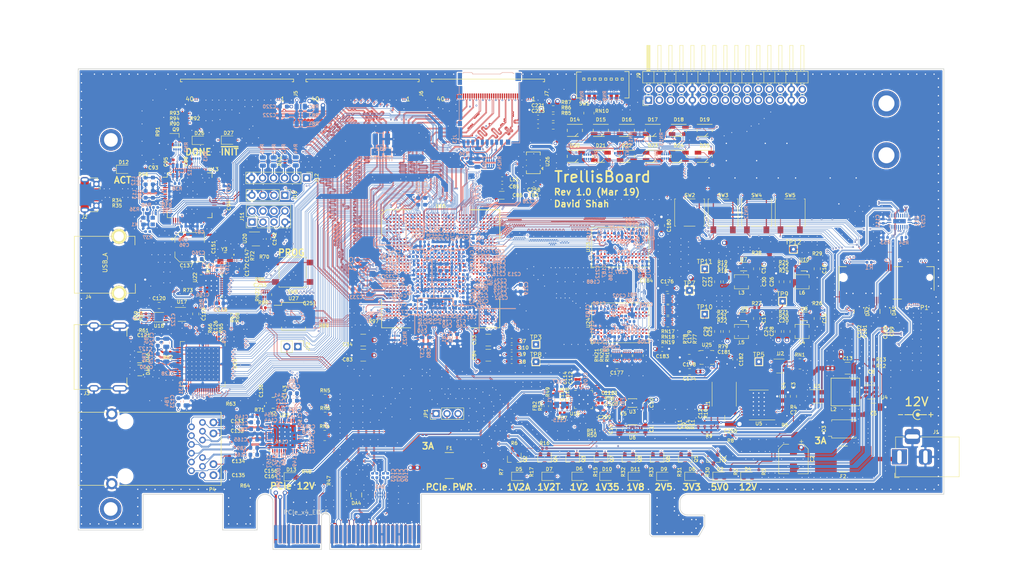
<source format=kicad_pcb>
(kicad_pcb (version 20171130) (host pcbnew 5.1.0)

  (general
    (thickness 1.6)
    (drawings 111)
    (tracks 47092)
    (zones 0)
    (modules 509)
    (nets 737)
  )

  (page A4)
  (layers
    (0 F.Cu signal hide)
    (1 In1.Cu signal hide)
    (2 In2.Cu signal hide)
    (3 In3.Cu signal hide)
    (4 In4.Cu signal hide)
    (5 In5.Cu signal hide)
    (6 In6.Cu signal hide)
    (31 B.Cu signal)
    (32 B.Adhes user)
    (33 F.Adhes user)
    (34 B.Paste user)
    (35 F.Paste user)
    (36 B.SilkS user)
    (37 F.SilkS user)
    (38 B.Mask user)
    (39 F.Mask user)
    (40 Dwgs.User user)
    (41 Cmts.User user)
    (42 Eco1.User user)
    (43 Eco2.User user)
    (44 Edge.Cuts user)
    (45 Margin user)
    (46 B.CrtYd user)
    (47 F.CrtYd user)
    (48 B.Fab user)
    (49 F.Fab user)
  )

  (setup
    (last_trace_width 0.0889)
    (user_trace_width 0.1)
    (user_trace_width 0.15)
    (user_trace_width 0.2)
    (user_trace_width 0.25)
    (user_trace_width 0.35)
    (user_trace_width 0.5)
    (user_trace_width 0.8)
    (user_trace_width 1)
    (trace_clearance 0.0889)
    (zone_clearance 0.15)
    (zone_45_only no)
    (trace_min 0.0889)
    (via_size 0.4)
    (via_drill 0.2)
    (via_min_size 0.4)
    (via_min_drill 0.2)
    (user_via 0.6 0.3)
    (user_via 0.8 0.5)
    (user_via 1 0.6)
    (user_via 1.5 1)
    (user_via 2 1.5)
    (uvia_size 0.3)
    (uvia_drill 0.1)
    (uvias_allowed no)
    (uvia_min_size 0.2)
    (uvia_min_drill 0.1)
    (edge_width 0.15)
    (segment_width 0.2)
    (pcb_text_width 0.3)
    (pcb_text_size 1.5 1.5)
    (mod_edge_width 0.15)
    (mod_text_size 1 1)
    (mod_text_width 0.15)
    (pad_size 1.524 1.524)
    (pad_drill 0.762)
    (pad_to_mask_clearance 0.051)
    (solder_mask_min_width 0.25)
    (aux_axis_origin 0 0)
    (visible_elements FFFDFFFF)
    (pcbplotparams
      (layerselection 0x010fc_ffffffff)
      (usegerberextensions false)
      (usegerberattributes false)
      (usegerberadvancedattributes false)
      (creategerberjobfile false)
      (excludeedgelayer true)
      (linewidth 0.100000)
      (plotframeref false)
      (viasonmask false)
      (mode 1)
      (useauxorigin false)
      (hpglpennumber 1)
      (hpglpenspeed 20)
      (hpglpendiameter 15.000000)
      (psnegative false)
      (psa4output false)
      (plotreference true)
      (plotvalue true)
      (plotinvisibletext false)
      (padsonsilk false)
      (subtractmaskfromsilk false)
      (outputformat 1)
      (mirror false)
      (drillshape 1)
      (scaleselection 1)
      (outputdirectory ""))
  )

  (net 0 "")
  (net 1 "/PCIe + SATA/DCU1_REFCLK-")
  (net 2 "/PCIe + SATA/DCU1_REFCLK+")
  (net 3 DDR3_A4)
  (net 4 DDR3_A6)
  (net 5 DDR3_A5)
  (net 6 DDR3_A7)
  (net 7 /DDR3/DDR3_VTT)
  (net 8 "Net-(R38-Pad2)")
  (net 9 +3V3)
  (net 10 /Power/1V2_EN)
  (net 11 /Power/2V5_EN)
  (net 12 /Power/1V35_EN)
  (net 13 "Net-(RN1-Pad4)")
  (net 14 +5V)
  (net 15 "Net-(RN1-Pad5)")
  (net 16 USD_D0)
  (net 17 USD_D3)
  (net 18 USD_CMD)
  (net 19 USD_D2)
  (net 20 "Net-(RN23-Pad1)")
  (net 21 GND)
  (net 22 "/FPGA IO/CFG0")
  (net 23 "Net-(RN23-Pad8)")
  (net 24 "/FPGA IO/CFG1")
  (net 25 "/FPGA IO/CFG2")
  (net 26 "/FPGA IO/FLASH_D3")
  (net 27 "/FPGA IO/FLASH_D1")
  (net 28 "/FPGA IO/FLASH_D2")
  (net 29 "/FPGA IO/FLASH_D0")
  (net 30 DDR3_WE)
  (net 31 DDR3_CKE)
  (net 32 DDR3_CS)
  (net 33 DDR3_ODT)
  (net 34 DDR3_CAS)
  (net 35 DDR3_BA2)
  (net 36 DDR3_RAS)
  (net 37 DDR3_BA1)
  (net 38 DDR3_A12)
  (net 39 DDR3_A14)
  (net 40 DDR3_A13)
  (net 41 DDR3_BA0)
  (net 42 DDR3_A11)
  (net 43 DDR3_A9)
  (net 44 DDR3_A10)
  (net 45 DDR3_A8)
  (net 46 DDR3_A0)
  (net 47 DDR3_A2)
  (net 48 DDR3_A1)
  (net 49 DDR3_A3)
  (net 50 "/HDMI, GbE, USB/ETH_LED2")
  (net 51 ETH_~RESET)
  (net 52 "/HDMI, GbE, USB/ETH_LED1")
  (net 53 RGMII_REF_CLK)
  (net 54 "Net-(D18-Pad4)")
  (net 55 "Net-(D20-Pad4)")
  (net 56 "Net-(D19-Pad4)")
  (net 57 "Net-(D21-Pad4)")
  (net 58 "Net-(D25-Pad4)")
  (net 59 "Net-(D23-Pad4)")
  (net 60 "Net-(D24-Pad4)")
  (net 61 "Net-(D22-Pad4)")
  (net 62 FTDI_D1_RX)
  (net 63 FTDI_~WR)
  (net 64 FTDI_~RD)
  (net 65 FTDI_~SIWU)
  (net 66 RGMII_RXD0)
  (net 67 RGMII_RXD2)
  (net 68 RGMII_RXD1)
  (net 69 RGMII_RXD3)
  (net 70 RGMII_RX_DV)
  (net 71 ETH_MDIO)
  (net 72 RGMII_RX_CLK)
  (net 73 ETH_INT_N)
  (net 74 "Net-(D17-Pad1)")
  (net 75 "Net-(D16-Pad1)")
  (net 76 "Net-(D14-Pad1)")
  (net 77 "Net-(D15-Pad1)")
  (net 78 DIP_SW1)
  (net 79 DIP_SW0)
  (net 80 DIP_SW2)
  (net 81 DIP_SW3)
  (net 82 DIP_SW7)
  (net 83 DIP_SW6)
  (net 84 DIP_SW4)
  (net 85 DIP_SW5)
  (net 86 "Net-(D14-Pad4)")
  (net 87 "Net-(D16-Pad4)")
  (net 88 "Net-(D15-Pad4)")
  (net 89 "Net-(D17-Pad4)")
  (net 90 "Net-(D21-Pad1)")
  (net 91 "Net-(D20-Pad1)")
  (net 92 "Net-(D18-Pad1)")
  (net 93 "Net-(D19-Pad1)")
  (net 94 BTN1)
  (net 95 BTN0)
  (net 96 BTN2)
  (net 97 BTN3)
  (net 98 "Net-(D25-Pad1)")
  (net 99 "Net-(D24-Pad1)")
  (net 100 "Net-(D22-Pad1)")
  (net 101 "Net-(D23-Pad1)")
  (net 102 "/FPGA IO/VCCIO7")
  (net 103 "Net-(R44-Pad2)")
  (net 104 JTAG_TDO)
  (net 105 JTAG_TDI)
  (net 106 "Net-(R43-Pad2)")
  (net 107 "Net-(R42-Pad2)")
  (net 108 JTAG_TCK)
  (net 109 JTAG_TMS)
  (net 110 "Net-(R45-Pad2)")
  (net 111 "/PCIe + SATA/CLKAUXO+")
  (net 112 +1V8)
  (net 113 +2V5)
  (net 114 "/PCIe + SATA/CLKAUXO-")
  (net 115 "/FPGA IO/VCCIO6")
  (net 116 CLK_SDA)
  (net 117 "Net-(R36-Pad2)")
  (net 118 FPGA_12MHz)
  (net 119 "/PCIe + SATA/PCIe_REFCLK+")
  (net 120 "/PCIe + SATA/PCIe_REFCLK-")
  (net 121 PCIe_12V)
  (net 122 "Net-(D13-Pad2)")
  (net 123 ~PERST)
  (net 124 "Net-(P3-PadA11)")
  (net 125 "Net-(D12-Pad2)")
  (net 126 "Net-(R40-Pad1)")
  (net 127 "Net-(R39-Pad1)")
  (net 128 "Net-(R38-Pad1)")
  (net 129 "Net-(R12-Pad2)")
  (net 130 "/PCIe + SATA/3V3_C")
  (net 131 "/PCIe + SATA/3V3_CA")
  (net 132 "Net-(R57-Pad1)")
  (net 133 "Net-(R58-Pad2)")
  (net 134 FABRIC_REFCLK)
  (net 135 "/HDMI, GbE, USB/PORT_SCL")
  (net 136 "/HDMI, GbE, USB/PORT_SDA")
  (net 137 "Net-(C121-Pad1)")
  (net 138 "Net-(R62-Pad1)")
  (net 139 /Power/3V3_PG)
  (net 140 "Net-(D27-Pad2)")
  (net 141 "/FPGA IO/~PROGRAM")
  (net 142 "Net-(R80-Pad1)")
  (net 143 "Net-(R81-Pad1)")
  (net 144 "/FPGA IO/FLASH_~CS")
  (net 145 "/FPGA IO/FLASH_CLK")
  (net 146 "/FPGA IO/DONE")
  (net 147 "Net-(Q9-Pad1)")
  (net 148 "Net-(D26-Pad2)")
  (net 149 "Net-(R79-Pad1)")
  (net 150 "/FPGA IO/~INIT")
  (net 151 "Net-(C9-Pad1)")
  (net 152 "Net-(C11-Pad1)")
  (net 153 "Net-(Q2-Pad3)")
  (net 154 "Net-(D5-Pad1)")
  (net 155 /Power/1V2_PG)
  (net 156 USD_D1)
  (net 157 USD_CLK)
  (net 158 "Net-(R97-Pad1)")
  (net 159 "Net-(Q2-Pad1)")
  (net 160 +1V2A)
  (net 161 "Net-(R5-Pad2)")
  (net 162 "Net-(D2-Pad2)")
  (net 163 "Net-(C7-Pad1)")
  (net 164 "Net-(D4-Pad2)")
  (net 165 +12V)
  (net 166 "Net-(R74-Pad1)")
  (net 167 "/Debug Interface/PORT_D-")
  (net 168 "/Debug Interface/FTDI_D-")
  (net 169 "/Debug Interface/FTDI_D+")
  (net 170 "/Debug Interface/PORT_D+")
  (net 171 "Net-(C22-Pad2)")
  (net 172 "Net-(R71-Pad2)")
  (net 173 "/HDMI, GbE, USB/USB_XO")
  (net 174 "/HDMI, GbE, USB/USB_XI")
  (net 175 "Net-(R73-Pad1)")
  (net 176 "/HDMI, GbE, USB/USBA_VBUS")
  (net 177 "/HDMI, GbE, USB/EXTVBUS")
  (net 178 DVI_SCL)
  (net 179 DVI_SDA)
  (net 180 CLK_SCL)
  (net 181 "Net-(R70-Pad1)")
  (net 182 "Net-(C175-Pad2)")
  (net 183 DDR3_CLK+)
  (net 184 "Net-(P4-Pad16)")
  (net 185 "Net-(R66-Pad1)")
  (net 186 "Net-(R65-Pad1)")
  (net 187 "/HDMI, GbE, USB/HDMI_HPD")
  (net 188 DDR3_CLK-)
  (net 189 "Net-(C179-Pad1)")
  (net 190 +1V35)
  (net 191 +1V2)
  (net 192 "Net-(D10-Pad2)")
  (net 193 "Net-(P4-Pad14)")
  (net 194 "Net-(C12-Pad2)")
  (net 195 "Net-(D6-Pad2)")
  (net 196 +1V2T)
  (net 197 "Net-(Q4-Pad1)")
  (net 198 "Net-(Q4-Pad3)")
  (net 199 "Net-(D7-Pad1)")
  (net 200 "Net-(C19-Pad2)")
  (net 201 "Net-(C20-Pad2)")
  (net 202 "Net-(C21-Pad2)")
  (net 203 "/Debug Interface/FTDI_12MHz")
  (net 204 "Net-(D11-Pad2)")
  (net 205 /Power/2V5_PG)
  (net 206 /Power/1V35_PG)
  (net 207 /Power/1V8_PG)
  (net 208 "Net-(D8-Pad2)")
  (net 209 "Net-(D9-Pad2)")
  (net 210 "Net-(C8-Pad2)")
  (net 211 "Net-(C8-Pad1)")
  (net 212 /Power/PWR_EN)
  (net 213 "/HDMI, GbE, USB/HDMI_5V")
  (net 214 "Net-(U17-Pad3)")
  (net 215 "Net-(D9-Pad1)")
  (net 216 "Net-(D11-Pad1)")
  (net 217 "Net-(D26-Pad1)")
  (net 218 "Net-(D2-Pad1)")
  (net 219 "Net-(D6-Pad1)")
  (net 220 "Net-(D10-Pad1)")
  (net 221 "Net-(D8-Pad1)")
  (net 222 "Net-(U1-Pad3)")
  (net 223 DDR3_Vref)
  (net 224 DDR3_Vtt_EN)
  (net 225 "Net-(U5-Pad2)")
  (net 226 "Net-(L1-Pad1)")
  (net 227 "Net-(C11-Pad2)")
  (net 228 "Net-(U13-Pad3)")
  (net 229 "/Debug Interface/Vphy")
  (net 230 "/Debug Interface/Vpll")
  (net 231 "/Debug Interface/JTAG_ACT")
  (net 232 "Net-(U13-Pad22)")
  (net 233 "Net-(U13-Pad23)")
  (net 234 "Net-(U13-Pad24)")
  (net 235 "Net-(U13-Pad26)")
  (net 236 "Net-(U13-Pad27)")
  (net 237 "Net-(U13-Pad28)")
  (net 238 "Net-(U13-Pad29)")
  (net 239 "Net-(U13-Pad30)")
  (net 240 "Net-(U13-Pad32)")
  (net 241 "Net-(U13-Pad33)")
  (net 242 "Net-(U13-Pad34)")
  (net 243 "Net-(U13-Pad36)")
  (net 244 FTDI_D0_TX)
  (net 245 FTDI_D2)
  (net 246 FTDI_D3)
  (net 247 FTDI_D4)
  (net 248 FTDI_D5)
  (net 249 FTDI_D6)
  (net 250 FTDI_D7)
  (net 251 FTDI_~RXF)
  (net 252 "Net-(U13-Pad49)")
  (net 253 "Net-(U13-Pad50)")
  (net 254 FTDI_~TXE)
  (net 255 "Net-(U13-Pad57)")
  (net 256 "Net-(U13-Pad58)")
  (net 257 "Net-(U13-Pad59)")
  (net 258 "Net-(U13-Pad60)")
  (net 259 "/HDMI, GbE, USB/DVI_DVDD")
  (net 260 DVI_DE)
  (net 261 DVI_HSYNC)
  (net 262 DVI_VSYNC)
  (net 263 "Net-(U19-Pad11)")
  (net 264 "/HDMI, GbE, USB/DVI_PVDD")
  (net 265 "/HDMI, GbE, USB/TMDS_CLK-")
  (net 266 "/HDMI, GbE, USB/TMDS_CLK+")
  (net 267 "/HDMI, GbE, USB/DVI_TVDD")
  (net 268 "/HDMI, GbE, USB/TMDS_D0-")
  (net 269 "/HDMI, GbE, USB/TMDS_D0+")
  (net 270 "/HDMI, GbE, USB/TMDS_D1-")
  (net 271 "/HDMI, GbE, USB/TMDS_D1+")
  (net 272 "/HDMI, GbE, USB/TMDS_D2-")
  (net 273 "/HDMI, GbE, USB/TMDS_D2+")
  (net 274 DVI_D23)
  (net 275 DVI_D22)
  (net 276 DVI_D21)
  (net 277 DVI_D20)
  (net 278 DVI_D19)
  (net 279 DVI_D18)
  (net 280 DVI_D17)
  (net 281 DVI_D16)
  (net 282 DVI_D15)
  (net 283 DVI_D14)
  (net 284 DVI_D13)
  (net 285 DVI_D12)
  (net 286 "Net-(U19-Pad49)")
  (net 287 DVI_D11)
  (net 288 DVI_D10)
  (net 289 DVI_D9)
  (net 290 DVI_D8)
  (net 291 DVI_D7)
  (net 292 DVI_D6)
  (net 293 DVI_CLK)
  (net 294 DVI_D5)
  (net 295 DVI_D4)
  (net 296 DVI_D3)
  (net 297 DVI_D2)
  (net 298 DVI_D1)
  (net 299 DVI_D0)
  (net 300 "/HDMI, GbE, USB/AVDDH")
  (net 301 "/HDMI, GbE, USB/MX4-")
  (net 302 "/HDMI, GbE, USB/MX4+")
  (net 303 "/HDMI, GbE, USB/AVDDL")
  (net 304 "/HDMI, GbE, USB/MX3-")
  (net 305 "/HDMI, GbE, USB/MX3+")
  (net 306 "/HDMI, GbE, USB/MX2-")
  (net 307 "/HDMI, GbE, USB/MX2+")
  (net 308 "/HDMI, GbE, USB/MX1-")
  (net 309 "/HDMI, GbE, USB/MX1+")
  (net 310 "Net-(U21-Pad13)")
  (net 311 RGMII_TXD0)
  (net 312 RGMII_TXD1)
  (net 313 RGMII_TXD2)
  (net 314 RGMII_TXD3)
  (net 315 RGMII_TX_CLK)
  (net 316 RGMII_TX_EN)
  (net 317 ETH_MDC)
  (net 318 "Net-(U21-Pad43)")
  (net 319 "/HDMI, GbE, USB/AVDDL_PLL")
  (net 320 "/HDMI, GbE, USB/ETH_XO")
  (net 321 "/HDMI, GbE, USB/ETH_XI")
  (net 322 "Net-(U21-Pad47)")
  (net 323 "Net-(U22-Pad3)")
  (net 324 "Net-(U22-Pad5)")
  (net 325 "/HDMI, GbE, USB/USBA_D+")
  (net 326 "/HDMI, GbE, USB/USBA_D-")
  (net 327 ULPI_RESET)
  (net 328 ULPI_NXT)
  (net 329 ULPI_DIR)
  (net 330 ULPI_STP)
  (net 331 ULPI_CLKO)
  (net 332 "/HDMI, GbE, USB/USB1V8")
  (net 333 ULPI_D7)
  (net 334 ULPI_D6)
  (net 335 ULPI_D5)
  (net 336 ULPI_D4)
  (net 337 ULPI_D3)
  (net 338 ULPI_D2)
  (net 339 ULPI_D1)
  (net 340 ULPI_D0)
  (net 341 "Net-(C117-Pad1)")
  (net 342 "Net-(C115-Pad2)")
  (net 343 CLK_SD_OE)
  (net 344 "/PCIe + SATA/1V8_C")
  (net 345 "Net-(U16-Pad16)")
  (net 346 "/PCIe + SATA/DCU0_REFCLK-")
  (net 347 "/PCIe + SATA/DCU0_REFCLK+")
  (net 348 "Net-(U16-Pad24)")
  (net 349 DDR3_DQ13)
  (net 350 DDR3_DQ15)
  (net 351 DDR3_DQ12)
  (net 352 DDR3_DQS1-)
  (net 353 DDR3_DQ14)
  (net 354 DDR3_DQ11)
  (net 355 DDR3_DQ9)
  (net 356 DDR3_DQS1+)
  (net 357 DDR3_DQ10)
  (net 358 DDR3_DM1)
  (net 359 DDR3_DQ8)
  (net 360 DDR3_DQ0)
  (net 361 DDR3_DM0)
  (net 362 DDR3_DQ2)
  (net 363 DDR3_DQS0+)
  (net 364 DDR3_DQ1)
  (net 365 DDR3_DQ3)
  (net 366 DDR3_DQ6)
  (net 367 DDR3_DQS0-)
  (net 368 DDR3_DQ4)
  (net 369 DDR3_DQ7)
  (net 370 DDR3_DQ5)
  (net 371 "Net-(U23-PadJ1)")
  (net 372 "Net-(U23-PadJ9)")
  (net 373 "Net-(U23-PadL1)")
  (net 374 "Net-(U23-PadL9)")
  (net 375 "Net-(U23-PadM7)")
  (net 376 DDR3_RESET)
  (net 377 "Net-(U24-PadM7)")
  (net 378 "Net-(U24-PadL9)")
  (net 379 "Net-(U24-PadL1)")
  (net 380 "Net-(U24-PadJ9)")
  (net 381 "Net-(U24-PadJ1)")
  (net 382 DDR3_DQ21)
  (net 383 DDR3_DQ23)
  (net 384 DDR3_DQ20)
  (net 385 DDR3_DQS2-)
  (net 386 DDR3_DQ22)
  (net 387 DDR3_DQ19)
  (net 388 DDR3_DQ17)
  (net 389 DDR3_DQS2+)
  (net 390 DDR3_DQ18)
  (net 391 DDR3_DM2)
  (net 392 DDR3_DQ16)
  (net 393 DDR3_DQ24)
  (net 394 DDR3_DM3)
  (net 395 DDR3_DQ26)
  (net 396 DDR3_DQS3+)
  (net 397 DDR3_DQ25)
  (net 398 DDR3_DQ27)
  (net 399 DDR3_DQ30)
  (net 400 DDR3_DQS3-)
  (net 401 DDR3_DQ28)
  (net 402 DDR3_DQ31)
  (net 403 DDR3_DQ29)
  (net 404 "Net-(X1-Pad1)")
  (net 405 "Net-(L4-Pad1)")
  (net 406 "Net-(L5-Pad1)")
  (net 407 "Net-(L3-Pad1)")
  (net 408 "Net-(L6-Pad1)")
  (net 409 "/FPGA Core Power/VCCHTX1")
  (net 410 "/FPGA Core Power/VCCHTX0")
  (net 411 "/FPGA Core Power/VCCA0")
  (net 412 "/FPGA Core Power/VCCAUX")
  (net 413 "/FPGA Core Power/VCCA1")
  (net 414 "/PCIe + SATA/DCU1_RX1-")
  (net 415 "/PCIe + SATA/DCU1_RX1+")
  (net 416 "/PCIe + SATA/DCU1_RX0-")
  (net 417 "/PCIe + SATA/DCU1_RX0+")
  (net 418 "/PCIe + SATA/PCIe_HSI0+")
  (net 419 "/PCIe + SATA/PCIe_HSI0-")
  (net 420 "/PCIe + SATA/PCIe_HSI1+")
  (net 421 "/PCIe + SATA/PCIe_HSI1-")
  (net 422 "/PCIe + SATA/DCU0_RX0+")
  (net 423 "/PCIe + SATA/DCU0_RX0-")
  (net 424 "/PCIe + SATA/DCU0_RX1+")
  (net 425 "/PCIe + SATA/DCU0_RX1-")
  (net 426 "Net-(U6-Pad2)")
  (net 427 "Net-(U6-Pad5)")
  (net 428 "Net-(U3-Pad5)")
  (net 429 "Net-(U3-Pad2)")
  (net 430 "Net-(U10-Pad4)")
  (net 431 "Net-(U9-Pad4)")
  (net 432 "Net-(U8-Pad4)")
  (net 433 "Net-(U7-Pad4)")
  (net 434 "Net-(J5-Pad38)")
  (net 435 "/FPGA IO/EXT0_11-")
  (net 436 "/FPGA IO/EXT0_11+")
  (net 437 "/FPGA IO/EXT0_10-")
  (net 438 "/FPGA IO/EXT0_10+")
  (net 439 "/FPGA IO/EXT0_9-")
  (net 440 "/FPGA IO/EXT0_9+")
  (net 441 "/FPGA IO/EXT0_8-")
  (net 442 "/FPGA IO/EXT0_8+")
  (net 443 "/FPGA IO/EXT0_7-")
  (net 444 "/FPGA IO/EXT0_7+")
  (net 445 "/FPGA IO/EXT0_6-")
  (net 446 "/FPGA IO/EXT0_6+")
  (net 447 "/FPGA IO/EXT0_5-")
  (net 448 "/FPGA IO/EXT0_5+")
  (net 449 "/FPGA IO/EXT0_4-")
  (net 450 "/FPGA IO/EXT0_4+")
  (net 451 "/FPGA IO/EXT0_3-")
  (net 452 "/FPGA IO/EXT0_3+")
  (net 453 "/FPGA IO/EXT0_2-")
  (net 454 "/FPGA IO/EXT0_2+")
  (net 455 "/FPGA IO/EXT0_1-")
  (net 456 "/FPGA IO/EXT0_1+")
  (net 457 "/FPGA IO/EXT0_0-")
  (net 458 "/FPGA IO/EXT0_0+")
  (net 459 "Net-(J6-Pad38)")
  (net 460 "/FPGA IO/EXT1_11-")
  (net 461 "/FPGA IO/EXT1_11+")
  (net 462 "/FPGA IO/EXT1_10-")
  (net 463 "/FPGA IO/EXT1_10+")
  (net 464 "/FPGA IO/EXT1_9-")
  (net 465 "/FPGA IO/EXT1_9+")
  (net 466 "/FPGA IO/EXT1_8-")
  (net 467 "/FPGA IO/EXT1_8+")
  (net 468 "/FPGA IO/EXT1_7-")
  (net 469 "/FPGA IO/EXT1_7+")
  (net 470 "/FPGA IO/EXT1_6-")
  (net 471 "/FPGA IO/EXT1_6+")
  (net 472 "/FPGA IO/EXT1_5-")
  (net 473 "/FPGA IO/EXT1_5+")
  (net 474 "/FPGA IO/EXT1_4-")
  (net 475 "/FPGA IO/EXT1_4+")
  (net 476 "/FPGA IO/EXT1_3-")
  (net 477 "/FPGA IO/EXT1_3+")
  (net 478 "/FPGA IO/EXT1_2-")
  (net 479 "/FPGA IO/EXT1_2+")
  (net 480 "/FPGA IO/EXT1_1-")
  (net 481 "/FPGA IO/EXT1_1+")
  (net 482 "/FPGA IO/EXT1_0-")
  (net 483 "/FPGA IO/EXT1_0+")
  (net 484 "/FPGA IO/EXT2_0+")
  (net 485 "/FPGA IO/EXT2_0-")
  (net 486 "/FPGA IO/EXT2_1+")
  (net 487 "/FPGA IO/EXT2_1-")
  (net 488 "/FPGA IO/EXT2_2+")
  (net 489 "/FPGA IO/EXT2_2-")
  (net 490 "/FPGA IO/EXT2_3+")
  (net 491 "/FPGA IO/EXT2_3-")
  (net 492 "/FPGA IO/EXT2_4+")
  (net 493 "/FPGA IO/EXT2_4-")
  (net 494 "/FPGA IO/EXT2_5+")
  (net 495 "/FPGA IO/EXT2_5-")
  (net 496 "/FPGA IO/EXT2_6+")
  (net 497 "/FPGA IO/EXT2_6-")
  (net 498 "/FPGA IO/EXT2_7+")
  (net 499 "/FPGA IO/EXT2_7-")
  (net 500 "/FPGA IO/EXT2_8+")
  (net 501 "/FPGA IO/EXT2_8-")
  (net 502 "/FPGA IO/EXT2_9+")
  (net 503 "/FPGA IO/EXT2_9-")
  (net 504 "/FPGA IO/EXT2_10+")
  (net 505 "/FPGA IO/EXT2_10-")
  (net 506 "/FPGA IO/EXT2_11+")
  (net 507 "/FPGA IO/EXT2_11-")
  (net 508 "Net-(J7-Pad38)")
  (net 509 "Net-(C132-Pad1)")
  (net 510 "Net-(C135-Pad1)")
  (net 511 "Net-(C133-Pad1)")
  (net 512 "Net-(C134-Pad1)")
  (net 513 "Net-(P3-PadB5)")
  (net 514 "Net-(P3-PadB6)")
  (net 515 "Net-(P3-PadB8)")
  (net 516 "Net-(P3-PadB9)")
  (net 517 "Net-(P3-PadB10)")
  (net 518 PCIe_~WAKE)
  (net 519 "Net-(P3-PadB12)")
  (net 520 "/PCIe + SATA/~PRSNT2~_X1")
  (net 521 "Net-(P3-PadB23)")
  (net 522 "Net-(P3-PadB24)")
  (net 523 "Net-(P3-PadB27)")
  (net 524 "Net-(P3-PadB28)")
  (net 525 "Net-(P3-PadB30)")
  (net 526 "/PCIe + SATA/~PRSNT2~_X4")
  (net 527 "/PCIe + SATA/~PRSNT1")
  (net 528 "Net-(P3-PadA5)")
  (net 529 "Net-(P3-PadA6)")
  (net 530 "Net-(P3-PadA7)")
  (net 531 "Net-(P3-PadA8)")
  (net 532 "Net-(P3-PadA9)")
  (net 533 "Net-(P3-PadA10)")
  (net 534 "Net-(P3-PadA19)")
  (net 535 "Net-(P3-PadA25)")
  (net 536 "Net-(P3-PadA26)")
  (net 537 "Net-(P3-PadA29)")
  (net 538 "Net-(P3-PadA30)")
  (net 539 "Net-(P3-PadA32)")
  (net 540 "Net-(U26-Pad1)")
  (net 541 "Net-(U26-Pad2)")
  (net 542 "/FPGA IO/CLK100+")
  (net 543 "/FPGA IO/CLK100-")
  (net 544 "Net-(J3-Pad14)")
  (net 545 "Net-(J3-Pad13)")
  (net 546 LED2)
  (net 547 LED11)
  (net 548 LED10)
  (net 549 LED0)
  (net 550 LED1)
  (net 551 LED3)
  (net 552 LED4)
  (net 553 LED5)
  (net 554 LED6)
  (net 555 LED7)
  (net 556 LED8)
  (net 557 LED9)
  (net 558 "Net-(F2-Pad2)")
  (net 559 "Net-(U15-PadR1)")
  (net 560 "Net-(U15-PadT2)")
  (net 561 "Net-(U15-PadAB2)")
  (net 562 "Net-(U15-PadAC2)")
  (net 563 "Net-(U15-PadAE2)")
  (net 564 "Net-(U15-PadAG2)")
  (net 565 "Net-(U15-PadA3)")
  (net 566 "Net-(U15-PadV3)")
  (net 567 "Net-(U15-PadW3)")
  (net 568 "Net-(U15-PadY3)")
  (net 569 "Net-(U15-PadAC3)")
  (net 570 "Net-(U15-PadAG3)")
  (net 571 "Net-(U15-PadAL3)")
  (net 572 "Net-(U15-PadB4)")
  (net 573 "Net-(U15-PadH4)")
  (net 574 "Net-(U15-PadAC4)")
  (net 575 "Net-(U15-PadA5)")
  (net 576 "Net-(U15-PadL5)")
  (net 577 "Net-(U15-PadW6)")
  (net 578 "Net-(U15-PadD7)")
  (net 579 "Net-(U15-PadE7)")
  (net 580 "Net-(U15-PadAE7)")
  (net 581 "Net-(U15-PadG9)")
  (net 582 "/PCIe + SATA/DCU0_TX0+")
  (net 583 "Net-(U15-PadG10)")
  (net 584 "/PCIe + SATA/DCU0_TX0-")
  (net 585 "Net-(U15-PadG11)")
  (net 586 "/PCIe + SATA/DCU0_TX1+")
  (net 587 "/PCIe + SATA/DCU0_TX1-")
  (net 588 "/FPGA IO/PMOD1_10")
  (net 589 "/FPGA IO/PMOD1_9")
  (net 590 "Net-(U15-PadG14)")
  (net 591 "Net-(U15-PadG15)")
  (net 592 "Net-(U15-PadAK15)")
  (net 593 "Net-(U15-PadG16)")
  (net 594 "Net-(U15-PadAK16)")
  (net 595 "Net-(U15-PadG17)")
  (net 596 "Net-(U15-PadG18)")
  (net 597 "/PCIe + SATA/DCU1_TX0+")
  (net 598 "Net-(U15-PadG19)")
  (net 599 "/PCIe + SATA/DCU1_TX0-")
  (net 600 "/FPGA IO/PMOD1_8")
  (net 601 "/FPGA IO/PMOD1_7")
  (net 602 "/PCIe + SATA/DCU1_TX1+")
  (net 603 "/PCIe + SATA/DCU1_TX1-")
  (net 604 "/FPGA IO/EXIO_5")
  (net 605 "/FPGA IO/EXIO_4")
  (net 606 "/FPGA IO/EXIO_3")
  (net 607 "Net-(U15-PadG22)")
  (net 608 "/FPGA IO/PMOD1_3")
  (net 609 "/FPGA IO/PMOD1_2")
  (net 610 "/FPGA IO/PMOD1_0")
  (net 611 "/FPGA IO/PMOD1_1")
  (net 612 "/FPGA IO/EXIO_2")
  (net 613 "Net-(U15-PadG23)")
  (net 614 "/FPGA IO/EXIO_1")
  (net 615 "/FPGA IO/PMOD0_10")
  (net 616 "/FPGA IO/EXIO_0")
  (net 617 "/FPGA IO/PMOD0_9")
  (net 618 "Net-(U15-PadG24)")
  (net 619 "Net-(U15-PadAG24)")
  (net 620 "Net-(U15-PadAK24)")
  (net 621 "/FPGA IO/PMOD0_8")
  (net 622 "/FPGA IO/PMOD0_3")
  (net 623 "/FPGA IO/PMOD0_7")
  (net 624 "/FPGA IO/PMOD0_2")
  (net 625 "/FPGA IO/PMOD0_1")
  (net 626 "Net-(U15-PadAK25)")
  (net 627 "/FPGA IO/PMOD0_0")
  (net 628 "Net-(U15-PadB26)")
  (net 629 "Net-(U15-PadE26)")
  (net 630 "Net-(U15-PadAE26)")
  (net 631 "Net-(U15-PadJ27)")
  (net 632 "Net-(U15-PadW27)")
  (net 633 "Net-(U15-PadC28)")
  (net 634 "Net-(U15-PadL28)")
  (net 635 "Net-(U15-PadAC28)")
  (net 636 "Net-(U15-PadH29)")
  (net 637 "Net-(U15-PadP29)")
  (net 638 "Net-(U15-PadAB29)")
  (net 639 "Net-(U15-PadAC29)")
  (net 640 "Net-(U15-PadAE29)")
  (net 641 "Net-(U15-PadAJ29)")
  (net 642 "Net-(U15-PadP30)")
  (net 643 "Net-(U15-PadR30)")
  (net 644 "Net-(U15-PadV30)")
  (net 645 "Net-(U15-PadAB30)")
  (net 646 "Net-(U15-PadAE30)")
  (net 647 "Net-(U15-PadAJ30)")
  (net 648 "Net-(U15-PadA31)")
  (net 649 "Net-(U15-PadAG31)")
  (net 650 "Net-(U15-PadAK31)")
  (net 651 "Net-(U15-PadAG32)")
  (net 652 "Net-(J2-Pad1)")
  (net 653 "Net-(J2-Pad4)")
  (net 654 "Net-(U15-PadAD27)")
  (net 655 "Net-(U15-PadF30)")
  (net 656 "Net-(U15-PadN27)")
  (net 657 "Net-(U15-PadU29)")
  (net 658 "Net-(U15-PadW1)")
  (net 659 "Net-(U15-PadV1)")
  (net 660 "Net-(U15-PadY7)")
  (net 661 "Net-(U15-PadY6)")
  (net 662 "Net-(U15-PadAC5)")
  (net 663 "Net-(U15-PadAD4)")
  (net 664 "Net-(U15-PadY4)")
  (net 665 "Net-(U15-PadW4)")
  (net 666 "Net-(U15-PadJ4)")
  (net 667 "Net-(U15-PadL3)")
  (net 668 "Net-(U15-PadL2)")
  (net 669 "Net-(U15-PadK2)")
  (net 670 "Net-(U15-PadL1)")
  (net 671 "Net-(U15-PadK1)")
  (net 672 "Net-(U15-PadJ1)")
  (net 673 "Net-(U15-PadD1)")
  (net 674 "Net-(U15-PadC1)")
  (net 675 "Net-(U15-PadF2)")
  (net 676 "Net-(U15-PadE1)")
  (net 677 "Net-(U15-PadE4)")
  (net 678 "Net-(U15-PadD4)")
  (net 679 "Net-(P1-Pad52)")
  (net 680 M2_CLKSEL)
  (net 681 "Net-(R54-Pad1)")
  (net 682 "/PCIe + SATA/M2_REFCLK+")
  (net 683 "/PCIe + SATA/M2_REFCLK-")
  (net 684 "Net-(U11-Pad17)")
  (net 685 "Net-(U11-Pad16)")
  (net 686 "/PCIe + SATA/CLKREFO+")
  (net 687 "/PCIe + SATA/CLKREFO-")
  (net 688 "/PCIe + SATA/M2_RX0+")
  (net 689 "/PCIe + SATA/M2_RX0-")
  (net 690 "/PCIe + SATA/M2_RX1+")
  (net 691 "/PCIe + SATA/M2_RX1-")
  (net 692 M2_CTS)
  (net 693 M2_RTS)
  (net 694 M2_SDIO_D0)
  (net 695 M2_TXD)
  (net 696 M2_SDIO_D3)
  (net 697 M2_SDIO_D2)
  (net 698 M2_SDIO_D1)
  (net 699 M2_SDIO_CLK)
  (net 700 M2_SDIO_CMD)
  (net 701 "Net-(P1-Pad3)")
  (net 702 "Net-(P1-Pad5)")
  (net 703 "Net-(P1-Pad6)")
  (net 704 "Net-(P1-Pad8)")
  (net 705 "Net-(P1-Pad10)")
  (net 706 "Net-(P1-Pad12)")
  (net 707 "Net-(P1-Pad14)")
  (net 708 "Net-(P1-Pad16)")
  (net 709 "Net-(P1-Pad20)")
  (net 710 "Net-(P1-Pad21)")
  (net 711 "Net-(P1-Pad23)")
  (net 712 "Net-(P1-Pad38)")
  (net 713 "Net-(P1-Pad40)")
  (net 714 "Net-(P1-Pad42)")
  (net 715 "Net-(P1-Pad44)")
  (net 716 "Net-(P1-Pad46)")
  (net 717 "Net-(P1-Pad48)")
  (net 718 "Net-(P1-Pad50)")
  (net 719 "Net-(P1-Pad53)")
  (net 720 "Net-(P1-Pad54)")
  (net 721 "Net-(P1-Pad55)")
  (net 722 "Net-(P1-Pad56)")
  (net 723 "Net-(P1-Pad58)")
  (net 724 "Net-(P1-Pad60)")
  (net 725 "Net-(P1-Pad62)")
  (net 726 "Net-(P1-Pad64)")
  (net 727 "Net-(P1-Pad66)")
  (net 728 "Net-(P1-Pad68)")
  (net 729 "Net-(P1-Pad70)")
  (net 730 "Net-(C258-Pad1)")
  (net 731 M2_RXD)
  (net 732 "Net-(U15-PadA4)")
  (net 733 "Net-(RN2-Pad4)")
  (net 734 "Net-(RN2-Pad2)")
  (net 735 "Net-(RN2-Pad3)")
  (net 736 "Net-(C260-Pad1)")

  (net_class Default "This is the default net class."
    (clearance 0.0889)
    (trace_width 0.0889)
    (via_dia 0.4)
    (via_drill 0.2)
    (uvia_dia 0.3)
    (uvia_drill 0.1)
    (diff_pair_width 0.11)
    (diff_pair_gap 0.11)
    (add_net +12V)
    (add_net +1V2)
    (add_net +1V2A)
    (add_net +1V2T)
    (add_net +1V35)
    (add_net +1V8)
    (add_net +2V5)
    (add_net +3V3)
    (add_net +5V)
    (add_net /DDR3/DDR3_VTT)
    (add_net "/Debug Interface/FTDI_12MHz")
    (add_net "/Debug Interface/FTDI_D+")
    (add_net "/Debug Interface/FTDI_D-")
    (add_net "/Debug Interface/JTAG_ACT")
    (add_net "/Debug Interface/PORT_D+")
    (add_net "/Debug Interface/PORT_D-")
    (add_net "/Debug Interface/Vphy")
    (add_net "/Debug Interface/Vpll")
    (add_net "/FPGA Core Power/VCCA0")
    (add_net "/FPGA Core Power/VCCA1")
    (add_net "/FPGA Core Power/VCCAUX")
    (add_net "/FPGA Core Power/VCCHTX0")
    (add_net "/FPGA Core Power/VCCHTX1")
    (add_net "/FPGA IO/CFG0")
    (add_net "/FPGA IO/CFG1")
    (add_net "/FPGA IO/CFG2")
    (add_net "/FPGA IO/CLK100+")
    (add_net "/FPGA IO/CLK100-")
    (add_net "/FPGA IO/DONE")
    (add_net "/FPGA IO/EXIO_0")
    (add_net "/FPGA IO/EXIO_1")
    (add_net "/FPGA IO/EXIO_2")
    (add_net "/FPGA IO/EXIO_3")
    (add_net "/FPGA IO/EXIO_4")
    (add_net "/FPGA IO/EXIO_5")
    (add_net "/FPGA IO/EXT0_0+")
    (add_net "/FPGA IO/EXT0_0-")
    (add_net "/FPGA IO/EXT0_1+")
    (add_net "/FPGA IO/EXT0_1-")
    (add_net "/FPGA IO/EXT0_10+")
    (add_net "/FPGA IO/EXT0_10-")
    (add_net "/FPGA IO/EXT0_11+")
    (add_net "/FPGA IO/EXT0_11-")
    (add_net "/FPGA IO/EXT0_2+")
    (add_net "/FPGA IO/EXT0_2-")
    (add_net "/FPGA IO/EXT0_3+")
    (add_net "/FPGA IO/EXT0_3-")
    (add_net "/FPGA IO/EXT0_4+")
    (add_net "/FPGA IO/EXT0_4-")
    (add_net "/FPGA IO/EXT0_5+")
    (add_net "/FPGA IO/EXT0_5-")
    (add_net "/FPGA IO/EXT0_6+")
    (add_net "/FPGA IO/EXT0_6-")
    (add_net "/FPGA IO/EXT0_7+")
    (add_net "/FPGA IO/EXT0_7-")
    (add_net "/FPGA IO/EXT0_8+")
    (add_net "/FPGA IO/EXT0_8-")
    (add_net "/FPGA IO/EXT0_9+")
    (add_net "/FPGA IO/EXT0_9-")
    (add_net "/FPGA IO/EXT1_0+")
    (add_net "/FPGA IO/EXT1_0-")
    (add_net "/FPGA IO/EXT1_1+")
    (add_net "/FPGA IO/EXT1_1-")
    (add_net "/FPGA IO/EXT1_10+")
    (add_net "/FPGA IO/EXT1_10-")
    (add_net "/FPGA IO/EXT1_11+")
    (add_net "/FPGA IO/EXT1_11-")
    (add_net "/FPGA IO/EXT1_2+")
    (add_net "/FPGA IO/EXT1_2-")
    (add_net "/FPGA IO/EXT1_3+")
    (add_net "/FPGA IO/EXT1_3-")
    (add_net "/FPGA IO/EXT1_4+")
    (add_net "/FPGA IO/EXT1_4-")
    (add_net "/FPGA IO/EXT1_5+")
    (add_net "/FPGA IO/EXT1_5-")
    (add_net "/FPGA IO/EXT1_6+")
    (add_net "/FPGA IO/EXT1_6-")
    (add_net "/FPGA IO/EXT1_7+")
    (add_net "/FPGA IO/EXT1_7-")
    (add_net "/FPGA IO/EXT1_8+")
    (add_net "/FPGA IO/EXT1_8-")
    (add_net "/FPGA IO/EXT1_9+")
    (add_net "/FPGA IO/EXT1_9-")
    (add_net "/FPGA IO/EXT2_0+")
    (add_net "/FPGA IO/EXT2_0-")
    (add_net "/FPGA IO/EXT2_1+")
    (add_net "/FPGA IO/EXT2_1-")
    (add_net "/FPGA IO/EXT2_10+")
    (add_net "/FPGA IO/EXT2_10-")
    (add_net "/FPGA IO/EXT2_11+")
    (add_net "/FPGA IO/EXT2_11-")
    (add_net "/FPGA IO/EXT2_2+")
    (add_net "/FPGA IO/EXT2_2-")
    (add_net "/FPGA IO/EXT2_3+")
    (add_net "/FPGA IO/EXT2_3-")
    (add_net "/FPGA IO/EXT2_4+")
    (add_net "/FPGA IO/EXT2_4-")
    (add_net "/FPGA IO/EXT2_5+")
    (add_net "/FPGA IO/EXT2_5-")
    (add_net "/FPGA IO/EXT2_6+")
    (add_net "/FPGA IO/EXT2_6-")
    (add_net "/FPGA IO/EXT2_7+")
    (add_net "/FPGA IO/EXT2_7-")
    (add_net "/FPGA IO/EXT2_8+")
    (add_net "/FPGA IO/EXT2_8-")
    (add_net "/FPGA IO/EXT2_9+")
    (add_net "/FPGA IO/EXT2_9-")
    (add_net "/FPGA IO/FLASH_CLK")
    (add_net "/FPGA IO/FLASH_D0")
    (add_net "/FPGA IO/FLASH_D1")
    (add_net "/FPGA IO/FLASH_D2")
    (add_net "/FPGA IO/FLASH_D3")
    (add_net "/FPGA IO/FLASH_~CS")
    (add_net "/FPGA IO/PMOD0_0")
    (add_net "/FPGA IO/PMOD0_1")
    (add_net "/FPGA IO/PMOD0_10")
    (add_net "/FPGA IO/PMOD0_2")
    (add_net "/FPGA IO/PMOD0_3")
    (add_net "/FPGA IO/PMOD0_7")
    (add_net "/FPGA IO/PMOD0_8")
    (add_net "/FPGA IO/PMOD0_9")
    (add_net "/FPGA IO/PMOD1_0")
    (add_net "/FPGA IO/PMOD1_1")
    (add_net "/FPGA IO/PMOD1_10")
    (add_net "/FPGA IO/PMOD1_2")
    (add_net "/FPGA IO/PMOD1_3")
    (add_net "/FPGA IO/PMOD1_7")
    (add_net "/FPGA IO/PMOD1_8")
    (add_net "/FPGA IO/PMOD1_9")
    (add_net "/FPGA IO/VCCIO6")
    (add_net "/FPGA IO/VCCIO7")
    (add_net "/FPGA IO/~INIT")
    (add_net "/FPGA IO/~PROGRAM")
    (add_net "/HDMI, GbE, USB/AVDDH")
    (add_net "/HDMI, GbE, USB/AVDDL")
    (add_net "/HDMI, GbE, USB/AVDDL_PLL")
    (add_net "/HDMI, GbE, USB/DVI_DVDD")
    (add_net "/HDMI, GbE, USB/DVI_PVDD")
    (add_net "/HDMI, GbE, USB/DVI_TVDD")
    (add_net "/HDMI, GbE, USB/ETH_LED1")
    (add_net "/HDMI, GbE, USB/ETH_LED2")
    (add_net "/HDMI, GbE, USB/ETH_XI")
    (add_net "/HDMI, GbE, USB/ETH_XO")
    (add_net "/HDMI, GbE, USB/EXTVBUS")
    (add_net "/HDMI, GbE, USB/HDMI_5V")
    (add_net "/HDMI, GbE, USB/HDMI_HPD")
    (add_net "/HDMI, GbE, USB/MX1+")
    (add_net "/HDMI, GbE, USB/MX1-")
    (add_net "/HDMI, GbE, USB/MX2+")
    (add_net "/HDMI, GbE, USB/MX2-")
    (add_net "/HDMI, GbE, USB/MX3+")
    (add_net "/HDMI, GbE, USB/MX3-")
    (add_net "/HDMI, GbE, USB/MX4+")
    (add_net "/HDMI, GbE, USB/MX4-")
    (add_net "/HDMI, GbE, USB/PORT_SCL")
    (add_net "/HDMI, GbE, USB/PORT_SDA")
    (add_net "/HDMI, GbE, USB/TMDS_CLK+")
    (add_net "/HDMI, GbE, USB/TMDS_CLK-")
    (add_net "/HDMI, GbE, USB/TMDS_D0+")
    (add_net "/HDMI, GbE, USB/TMDS_D0-")
    (add_net "/HDMI, GbE, USB/TMDS_D1+")
    (add_net "/HDMI, GbE, USB/TMDS_D1-")
    (add_net "/HDMI, GbE, USB/TMDS_D2+")
    (add_net "/HDMI, GbE, USB/TMDS_D2-")
    (add_net "/HDMI, GbE, USB/USB1V8")
    (add_net "/HDMI, GbE, USB/USBA_D+")
    (add_net "/HDMI, GbE, USB/USBA_D-")
    (add_net "/HDMI, GbE, USB/USBA_VBUS")
    (add_net "/HDMI, GbE, USB/USB_XI")
    (add_net "/HDMI, GbE, USB/USB_XO")
    (add_net "/PCIe + SATA/1V8_C")
    (add_net "/PCIe + SATA/3V3_C")
    (add_net "/PCIe + SATA/3V3_CA")
    (add_net "/PCIe + SATA/CLKAUXO+")
    (add_net "/PCIe + SATA/CLKAUXO-")
    (add_net "/PCIe + SATA/CLKREFO+")
    (add_net "/PCIe + SATA/CLKREFO-")
    (add_net "/PCIe + SATA/DCU0_REFCLK+")
    (add_net "/PCIe + SATA/DCU0_REFCLK-")
    (add_net "/PCIe + SATA/DCU0_RX0+")
    (add_net "/PCIe + SATA/DCU0_RX0-")
    (add_net "/PCIe + SATA/DCU0_RX1+")
    (add_net "/PCIe + SATA/DCU0_RX1-")
    (add_net "/PCIe + SATA/DCU0_TX0+")
    (add_net "/PCIe + SATA/DCU0_TX0-")
    (add_net "/PCIe + SATA/DCU0_TX1+")
    (add_net "/PCIe + SATA/DCU0_TX1-")
    (add_net "/PCIe + SATA/DCU1_REFCLK+")
    (add_net "/PCIe + SATA/DCU1_REFCLK-")
    (add_net "/PCIe + SATA/DCU1_RX0+")
    (add_net "/PCIe + SATA/DCU1_RX0-")
    (add_net "/PCIe + SATA/DCU1_RX1+")
    (add_net "/PCIe + SATA/DCU1_RX1-")
    (add_net "/PCIe + SATA/DCU1_TX0+")
    (add_net "/PCIe + SATA/DCU1_TX0-")
    (add_net "/PCIe + SATA/DCU1_TX1+")
    (add_net "/PCIe + SATA/DCU1_TX1-")
    (add_net "/PCIe + SATA/M2_REFCLK+")
    (add_net "/PCIe + SATA/M2_REFCLK-")
    (add_net "/PCIe + SATA/M2_RX0+")
    (add_net "/PCIe + SATA/M2_RX0-")
    (add_net "/PCIe + SATA/M2_RX1+")
    (add_net "/PCIe + SATA/M2_RX1-")
    (add_net "/PCIe + SATA/PCIe_HSI0+")
    (add_net "/PCIe + SATA/PCIe_HSI0-")
    (add_net "/PCIe + SATA/PCIe_HSI1+")
    (add_net "/PCIe + SATA/PCIe_HSI1-")
    (add_net "/PCIe + SATA/PCIe_REFCLK+")
    (add_net "/PCIe + SATA/PCIe_REFCLK-")
    (add_net "/PCIe + SATA/~PRSNT1")
    (add_net "/PCIe + SATA/~PRSNT2~_X1")
    (add_net "/PCIe + SATA/~PRSNT2~_X4")
    (add_net /Power/1V2_EN)
    (add_net /Power/1V2_PG)
    (add_net /Power/1V35_EN)
    (add_net /Power/1V35_PG)
    (add_net /Power/1V8_PG)
    (add_net /Power/2V5_EN)
    (add_net /Power/2V5_PG)
    (add_net /Power/3V3_PG)
    (add_net /Power/PWR_EN)
    (add_net BTN0)
    (add_net BTN1)
    (add_net BTN2)
    (add_net BTN3)
    (add_net CLK_SCL)
    (add_net CLK_SDA)
    (add_net CLK_SD_OE)
    (add_net DDR3_A0)
    (add_net DDR3_A1)
    (add_net DDR3_A10)
    (add_net DDR3_A11)
    (add_net DDR3_A12)
    (add_net DDR3_A13)
    (add_net DDR3_A14)
    (add_net DDR3_A2)
    (add_net DDR3_A3)
    (add_net DDR3_A4)
    (add_net DDR3_A5)
    (add_net DDR3_A6)
    (add_net DDR3_A7)
    (add_net DDR3_A8)
    (add_net DDR3_A9)
    (add_net DDR3_BA0)
    (add_net DDR3_BA1)
    (add_net DDR3_BA2)
    (add_net DDR3_CAS)
    (add_net DDR3_CKE)
    (add_net DDR3_CLK+)
    (add_net DDR3_CLK-)
    (add_net DDR3_CS)
    (add_net DDR3_DM0)
    (add_net DDR3_DM1)
    (add_net DDR3_DM2)
    (add_net DDR3_DM3)
    (add_net DDR3_DQ0)
    (add_net DDR3_DQ1)
    (add_net DDR3_DQ10)
    (add_net DDR3_DQ11)
    (add_net DDR3_DQ12)
    (add_net DDR3_DQ13)
    (add_net DDR3_DQ14)
    (add_net DDR3_DQ15)
    (add_net DDR3_DQ16)
    (add_net DDR3_DQ17)
    (add_net DDR3_DQ18)
    (add_net DDR3_DQ19)
    (add_net DDR3_DQ2)
    (add_net DDR3_DQ20)
    (add_net DDR3_DQ21)
    (add_net DDR3_DQ22)
    (add_net DDR3_DQ23)
    (add_net DDR3_DQ24)
    (add_net DDR3_DQ25)
    (add_net DDR3_DQ26)
    (add_net DDR3_DQ27)
    (add_net DDR3_DQ28)
    (add_net DDR3_DQ29)
    (add_net DDR3_DQ3)
    (add_net DDR3_DQ30)
    (add_net DDR3_DQ31)
    (add_net DDR3_DQ4)
    (add_net DDR3_DQ5)
    (add_net DDR3_DQ6)
    (add_net DDR3_DQ7)
    (add_net DDR3_DQ8)
    (add_net DDR3_DQ9)
    (add_net DDR3_DQS0+)
    (add_net DDR3_DQS0-)
    (add_net DDR3_DQS1+)
    (add_net DDR3_DQS1-)
    (add_net DDR3_DQS2+)
    (add_net DDR3_DQS2-)
    (add_net DDR3_DQS3+)
    (add_net DDR3_DQS3-)
    (add_net DDR3_ODT)
    (add_net DDR3_RAS)
    (add_net DDR3_RESET)
    (add_net DDR3_Vref)
    (add_net DDR3_Vtt_EN)
    (add_net DDR3_WE)
    (add_net DIP_SW0)
    (add_net DIP_SW1)
    (add_net DIP_SW2)
    (add_net DIP_SW3)
    (add_net DIP_SW4)
    (add_net DIP_SW5)
    (add_net DIP_SW6)
    (add_net DIP_SW7)
    (add_net DVI_CLK)
    (add_net DVI_D0)
    (add_net DVI_D1)
    (add_net DVI_D10)
    (add_net DVI_D11)
    (add_net DVI_D12)
    (add_net DVI_D13)
    (add_net DVI_D14)
    (add_net DVI_D15)
    (add_net DVI_D16)
    (add_net DVI_D17)
    (add_net DVI_D18)
    (add_net DVI_D19)
    (add_net DVI_D2)
    (add_net DVI_D20)
    (add_net DVI_D21)
    (add_net DVI_D22)
    (add_net DVI_D23)
    (add_net DVI_D3)
    (add_net DVI_D4)
    (add_net DVI_D5)
    (add_net DVI_D6)
    (add_net DVI_D7)
    (add_net DVI_D8)
    (add_net DVI_D9)
    (add_net DVI_DE)
    (add_net DVI_HSYNC)
    (add_net DVI_SCL)
    (add_net DVI_SDA)
    (add_net DVI_VSYNC)
    (add_net ETH_INT_N)
    (add_net ETH_MDC)
    (add_net ETH_MDIO)
    (add_net ETH_~RESET)
    (add_net FABRIC_REFCLK)
    (add_net FPGA_12MHz)
    (add_net FTDI_D0_TX)
    (add_net FTDI_D1_RX)
    (add_net FTDI_D2)
    (add_net FTDI_D3)
    (add_net FTDI_D4)
    (add_net FTDI_D5)
    (add_net FTDI_D6)
    (add_net FTDI_D7)
    (add_net FTDI_~RD)
    (add_net FTDI_~RXF)
    (add_net FTDI_~SIWU)
    (add_net FTDI_~TXE)
    (add_net FTDI_~WR)
    (add_net GND)
    (add_net JTAG_TCK)
    (add_net JTAG_TDI)
    (add_net JTAG_TDO)
    (add_net JTAG_TMS)
    (add_net LED0)
    (add_net LED1)
    (add_net LED10)
    (add_net LED11)
    (add_net LED2)
    (add_net LED3)
    (add_net LED4)
    (add_net LED5)
    (add_net LED6)
    (add_net LED7)
    (add_net LED8)
    (add_net LED9)
    (add_net M2_CLKSEL)
    (add_net M2_CTS)
    (add_net M2_RTS)
    (add_net M2_RXD)
    (add_net M2_SDIO_CLK)
    (add_net M2_SDIO_CMD)
    (add_net M2_SDIO_D0)
    (add_net M2_SDIO_D1)
    (add_net M2_SDIO_D2)
    (add_net M2_SDIO_D3)
    (add_net M2_TXD)
    (add_net "Net-(C11-Pad1)")
    (add_net "Net-(C11-Pad2)")
    (add_net "Net-(C115-Pad2)")
    (add_net "Net-(C117-Pad1)")
    (add_net "Net-(C12-Pad2)")
    (add_net "Net-(C121-Pad1)")
    (add_net "Net-(C132-Pad1)")
    (add_net "Net-(C133-Pad1)")
    (add_net "Net-(C134-Pad1)")
    (add_net "Net-(C135-Pad1)")
    (add_net "Net-(C175-Pad2)")
    (add_net "Net-(C179-Pad1)")
    (add_net "Net-(C19-Pad2)")
    (add_net "Net-(C20-Pad2)")
    (add_net "Net-(C21-Pad2)")
    (add_net "Net-(C22-Pad2)")
    (add_net "Net-(C258-Pad1)")
    (add_net "Net-(C260-Pad1)")
    (add_net "Net-(C7-Pad1)")
    (add_net "Net-(C8-Pad1)")
    (add_net "Net-(C8-Pad2)")
    (add_net "Net-(C9-Pad1)")
    (add_net "Net-(D10-Pad1)")
    (add_net "Net-(D10-Pad2)")
    (add_net "Net-(D11-Pad1)")
    (add_net "Net-(D11-Pad2)")
    (add_net "Net-(D12-Pad2)")
    (add_net "Net-(D13-Pad2)")
    (add_net "Net-(D14-Pad1)")
    (add_net "Net-(D14-Pad4)")
    (add_net "Net-(D15-Pad1)")
    (add_net "Net-(D15-Pad4)")
    (add_net "Net-(D16-Pad1)")
    (add_net "Net-(D16-Pad4)")
    (add_net "Net-(D17-Pad1)")
    (add_net "Net-(D17-Pad4)")
    (add_net "Net-(D18-Pad1)")
    (add_net "Net-(D18-Pad4)")
    (add_net "Net-(D19-Pad1)")
    (add_net "Net-(D19-Pad4)")
    (add_net "Net-(D2-Pad1)")
    (add_net "Net-(D2-Pad2)")
    (add_net "Net-(D20-Pad1)")
    (add_net "Net-(D20-Pad4)")
    (add_net "Net-(D21-Pad1)")
    (add_net "Net-(D21-Pad4)")
    (add_net "Net-(D22-Pad1)")
    (add_net "Net-(D22-Pad4)")
    (add_net "Net-(D23-Pad1)")
    (add_net "Net-(D23-Pad4)")
    (add_net "Net-(D24-Pad1)")
    (add_net "Net-(D24-Pad4)")
    (add_net "Net-(D25-Pad1)")
    (add_net "Net-(D25-Pad4)")
    (add_net "Net-(D26-Pad1)")
    (add_net "Net-(D26-Pad2)")
    (add_net "Net-(D27-Pad2)")
    (add_net "Net-(D4-Pad2)")
    (add_net "Net-(D5-Pad1)")
    (add_net "Net-(D6-Pad1)")
    (add_net "Net-(D6-Pad2)")
    (add_net "Net-(D7-Pad1)")
    (add_net "Net-(D8-Pad1)")
    (add_net "Net-(D8-Pad2)")
    (add_net "Net-(D9-Pad1)")
    (add_net "Net-(D9-Pad2)")
    (add_net "Net-(F2-Pad2)")
    (add_net "Net-(J2-Pad1)")
    (add_net "Net-(J2-Pad4)")
    (add_net "Net-(J3-Pad13)")
    (add_net "Net-(J3-Pad14)")
    (add_net "Net-(J5-Pad38)")
    (add_net "Net-(J6-Pad38)")
    (add_net "Net-(J7-Pad38)")
    (add_net "Net-(L1-Pad1)")
    (add_net "Net-(L3-Pad1)")
    (add_net "Net-(L4-Pad1)")
    (add_net "Net-(L5-Pad1)")
    (add_net "Net-(L6-Pad1)")
    (add_net "Net-(P1-Pad10)")
    (add_net "Net-(P1-Pad12)")
    (add_net "Net-(P1-Pad14)")
    (add_net "Net-(P1-Pad16)")
    (add_net "Net-(P1-Pad20)")
    (add_net "Net-(P1-Pad21)")
    (add_net "Net-(P1-Pad23)")
    (add_net "Net-(P1-Pad3)")
    (add_net "Net-(P1-Pad38)")
    (add_net "Net-(P1-Pad40)")
    (add_net "Net-(P1-Pad42)")
    (add_net "Net-(P1-Pad44)")
    (add_net "Net-(P1-Pad46)")
    (add_net "Net-(P1-Pad48)")
    (add_net "Net-(P1-Pad5)")
    (add_net "Net-(P1-Pad50)")
    (add_net "Net-(P1-Pad52)")
    (add_net "Net-(P1-Pad53)")
    (add_net "Net-(P1-Pad54)")
    (add_net "Net-(P1-Pad55)")
    (add_net "Net-(P1-Pad56)")
    (add_net "Net-(P1-Pad58)")
    (add_net "Net-(P1-Pad6)")
    (add_net "Net-(P1-Pad60)")
    (add_net "Net-(P1-Pad62)")
    (add_net "Net-(P1-Pad64)")
    (add_net "Net-(P1-Pad66)")
    (add_net "Net-(P1-Pad68)")
    (add_net "Net-(P1-Pad70)")
    (add_net "Net-(P1-Pad8)")
    (add_net "Net-(P3-PadA10)")
    (add_net "Net-(P3-PadA11)")
    (add_net "Net-(P3-PadA19)")
    (add_net "Net-(P3-PadA25)")
    (add_net "Net-(P3-PadA26)")
    (add_net "Net-(P3-PadA29)")
    (add_net "Net-(P3-PadA30)")
    (add_net "Net-(P3-PadA32)")
    (add_net "Net-(P3-PadA5)")
    (add_net "Net-(P3-PadA6)")
    (add_net "Net-(P3-PadA7)")
    (add_net "Net-(P3-PadA8)")
    (add_net "Net-(P3-PadA9)")
    (add_net "Net-(P3-PadB10)")
    (add_net "Net-(P3-PadB12)")
    (add_net "Net-(P3-PadB23)")
    (add_net "Net-(P3-PadB24)")
    (add_net "Net-(P3-PadB27)")
    (add_net "Net-(P3-PadB28)")
    (add_net "Net-(P3-PadB30)")
    (add_net "Net-(P3-PadB5)")
    (add_net "Net-(P3-PadB6)")
    (add_net "Net-(P3-PadB8)")
    (add_net "Net-(P3-PadB9)")
    (add_net "Net-(P4-Pad14)")
    (add_net "Net-(P4-Pad16)")
    (add_net "Net-(Q2-Pad1)")
    (add_net "Net-(Q2-Pad3)")
    (add_net "Net-(Q4-Pad1)")
    (add_net "Net-(Q4-Pad3)")
    (add_net "Net-(Q9-Pad1)")
    (add_net "Net-(R12-Pad2)")
    (add_net "Net-(R36-Pad2)")
    (add_net "Net-(R38-Pad1)")
    (add_net "Net-(R38-Pad2)")
    (add_net "Net-(R39-Pad1)")
    (add_net "Net-(R40-Pad1)")
    (add_net "Net-(R42-Pad2)")
    (add_net "Net-(R43-Pad2)")
    (add_net "Net-(R44-Pad2)")
    (add_net "Net-(R45-Pad2)")
    (add_net "Net-(R5-Pad2)")
    (add_net "Net-(R54-Pad1)")
    (add_net "Net-(R57-Pad1)")
    (add_net "Net-(R58-Pad2)")
    (add_net "Net-(R62-Pad1)")
    (add_net "Net-(R65-Pad1)")
    (add_net "Net-(R66-Pad1)")
    (add_net "Net-(R70-Pad1)")
    (add_net "Net-(R71-Pad2)")
    (add_net "Net-(R73-Pad1)")
    (add_net "Net-(R74-Pad1)")
    (add_net "Net-(R79-Pad1)")
    (add_net "Net-(R80-Pad1)")
    (add_net "Net-(R81-Pad1)")
    (add_net "Net-(R97-Pad1)")
    (add_net "Net-(RN1-Pad4)")
    (add_net "Net-(RN1-Pad5)")
    (add_net "Net-(RN2-Pad2)")
    (add_net "Net-(RN2-Pad3)")
    (add_net "Net-(RN2-Pad4)")
    (add_net "Net-(RN23-Pad1)")
    (add_net "Net-(RN23-Pad8)")
    (add_net "Net-(U1-Pad3)")
    (add_net "Net-(U10-Pad4)")
    (add_net "Net-(U11-Pad16)")
    (add_net "Net-(U11-Pad17)")
    (add_net "Net-(U13-Pad22)")
    (add_net "Net-(U13-Pad23)")
    (add_net "Net-(U13-Pad24)")
    (add_net "Net-(U13-Pad26)")
    (add_net "Net-(U13-Pad27)")
    (add_net "Net-(U13-Pad28)")
    (add_net "Net-(U13-Pad29)")
    (add_net "Net-(U13-Pad3)")
    (add_net "Net-(U13-Pad30)")
    (add_net "Net-(U13-Pad32)")
    (add_net "Net-(U13-Pad33)")
    (add_net "Net-(U13-Pad34)")
    (add_net "Net-(U13-Pad36)")
    (add_net "Net-(U13-Pad49)")
    (add_net "Net-(U13-Pad50)")
    (add_net "Net-(U13-Pad57)")
    (add_net "Net-(U13-Pad58)")
    (add_net "Net-(U13-Pad59)")
    (add_net "Net-(U13-Pad60)")
    (add_net "Net-(U15-PadA3)")
    (add_net "Net-(U15-PadA31)")
    (add_net "Net-(U15-PadA4)")
    (add_net "Net-(U15-PadA5)")
    (add_net "Net-(U15-PadAB2)")
    (add_net "Net-(U15-PadAB29)")
    (add_net "Net-(U15-PadAB30)")
    (add_net "Net-(U15-PadAC2)")
    (add_net "Net-(U15-PadAC28)")
    (add_net "Net-(U15-PadAC29)")
    (add_net "Net-(U15-PadAC3)")
    (add_net "Net-(U15-PadAC4)")
    (add_net "Net-(U15-PadAC5)")
    (add_net "Net-(U15-PadAD27)")
    (add_net "Net-(U15-PadAD4)")
    (add_net "Net-(U15-PadAE2)")
    (add_net "Net-(U15-PadAE26)")
    (add_net "Net-(U15-PadAE29)")
    (add_net "Net-(U15-PadAE30)")
    (add_net "Net-(U15-PadAE7)")
    (add_net "Net-(U15-PadAG2)")
    (add_net "Net-(U15-PadAG24)")
    (add_net "Net-(U15-PadAG3)")
    (add_net "Net-(U15-PadAG31)")
    (add_net "Net-(U15-PadAG32)")
    (add_net "Net-(U15-PadAJ29)")
    (add_net "Net-(U15-PadAJ30)")
    (add_net "Net-(U15-PadAK15)")
    (add_net "Net-(U15-PadAK16)")
    (add_net "Net-(U15-PadAK24)")
    (add_net "Net-(U15-PadAK25)")
    (add_net "Net-(U15-PadAK31)")
    (add_net "Net-(U15-PadAL3)")
    (add_net "Net-(U15-PadB26)")
    (add_net "Net-(U15-PadB4)")
    (add_net "Net-(U15-PadC1)")
    (add_net "Net-(U15-PadC28)")
    (add_net "Net-(U15-PadD1)")
    (add_net "Net-(U15-PadD4)")
    (add_net "Net-(U15-PadD7)")
    (add_net "Net-(U15-PadE1)")
    (add_net "Net-(U15-PadE26)")
    (add_net "Net-(U15-PadE4)")
    (add_net "Net-(U15-PadE7)")
    (add_net "Net-(U15-PadF2)")
    (add_net "Net-(U15-PadF30)")
    (add_net "Net-(U15-PadG10)")
    (add_net "Net-(U15-PadG11)")
    (add_net "Net-(U15-PadG14)")
    (add_net "Net-(U15-PadG15)")
    (add_net "Net-(U15-PadG16)")
    (add_net "Net-(U15-PadG17)")
    (add_net "Net-(U15-PadG18)")
    (add_net "Net-(U15-PadG19)")
    (add_net "Net-(U15-PadG22)")
    (add_net "Net-(U15-PadG23)")
    (add_net "Net-(U15-PadG24)")
    (add_net "Net-(U15-PadG9)")
    (add_net "Net-(U15-PadH29)")
    (add_net "Net-(U15-PadH4)")
    (add_net "Net-(U15-PadJ1)")
    (add_net "Net-(U15-PadJ27)")
    (add_net "Net-(U15-PadJ4)")
    (add_net "Net-(U15-PadK1)")
    (add_net "Net-(U15-PadK2)")
    (add_net "Net-(U15-PadL1)")
    (add_net "Net-(U15-PadL2)")
    (add_net "Net-(U15-PadL28)")
    (add_net "Net-(U15-PadL3)")
    (add_net "Net-(U15-PadL5)")
    (add_net "Net-(U15-PadN27)")
    (add_net "Net-(U15-PadP29)")
    (add_net "Net-(U15-PadP30)")
    (add_net "Net-(U15-PadR1)")
    (add_net "Net-(U15-PadR30)")
    (add_net "Net-(U15-PadT2)")
    (add_net "Net-(U15-PadU29)")
    (add_net "Net-(U15-PadV1)")
    (add_net "Net-(U15-PadV3)")
    (add_net "Net-(U15-PadV30)")
    (add_net "Net-(U15-PadW1)")
    (add_net "Net-(U15-PadW27)")
    (add_net "Net-(U15-PadW3)")
    (add_net "Net-(U15-PadW4)")
    (add_net "Net-(U15-PadW6)")
    (add_net "Net-(U15-PadY3)")
    (add_net "Net-(U15-PadY4)")
    (add_net "Net-(U15-PadY6)")
    (add_net "Net-(U15-PadY7)")
    (add_net "Net-(U16-Pad16)")
    (add_net "Net-(U16-Pad24)")
    (add_net "Net-(U17-Pad3)")
    (add_net "Net-(U19-Pad11)")
    (add_net "Net-(U19-Pad49)")
    (add_net "Net-(U21-Pad13)")
    (add_net "Net-(U21-Pad43)")
    (add_net "Net-(U21-Pad47)")
    (add_net "Net-(U22-Pad3)")
    (add_net "Net-(U22-Pad5)")
    (add_net "Net-(U23-PadJ1)")
    (add_net "Net-(U23-PadJ9)")
    (add_net "Net-(U23-PadL1)")
    (add_net "Net-(U23-PadL9)")
    (add_net "Net-(U23-PadM7)")
    (add_net "Net-(U24-PadJ1)")
    (add_net "Net-(U24-PadJ9)")
    (add_net "Net-(U24-PadL1)")
    (add_net "Net-(U24-PadL9)")
    (add_net "Net-(U24-PadM7)")
    (add_net "Net-(U26-Pad1)")
    (add_net "Net-(U26-Pad2)")
    (add_net "Net-(U3-Pad2)")
    (add_net "Net-(U3-Pad5)")
    (add_net "Net-(U5-Pad2)")
    (add_net "Net-(U6-Pad2)")
    (add_net "Net-(U6-Pad5)")
    (add_net "Net-(U7-Pad4)")
    (add_net "Net-(U8-Pad4)")
    (add_net "Net-(U9-Pad4)")
    (add_net "Net-(X1-Pad1)")
    (add_net PCIe_12V)
    (add_net PCIe_~WAKE)
    (add_net RGMII_REF_CLK)
    (add_net RGMII_RXD0)
    (add_net RGMII_RXD1)
    (add_net RGMII_RXD2)
    (add_net RGMII_RXD3)
    (add_net RGMII_RX_CLK)
    (add_net RGMII_RX_DV)
    (add_net RGMII_TXD0)
    (add_net RGMII_TXD1)
    (add_net RGMII_TXD2)
    (add_net RGMII_TXD3)
    (add_net RGMII_TX_CLK)
    (add_net RGMII_TX_EN)
    (add_net ULPI_CLKO)
    (add_net ULPI_D0)
    (add_net ULPI_D1)
    (add_net ULPI_D2)
    (add_net ULPI_D3)
    (add_net ULPI_D4)
    (add_net ULPI_D5)
    (add_net ULPI_D6)
    (add_net ULPI_D7)
    (add_net ULPI_DIR)
    (add_net ULPI_NXT)
    (add_net ULPI_RESET)
    (add_net ULPI_STP)
    (add_net USD_CLK)
    (add_net USD_CMD)
    (add_net USD_D0)
    (add_net USD_D1)
    (add_net USD_D2)
    (add_net USD_D3)
    (add_net ~PERST)
  )

  (module "Custom Parts:PCIe_EDGE_x4" locked (layer F.Cu) (tedit 5C97D3CB) (tstamp 5BF6693F)
    (at 92.9 131.4)
    (path /5C060E84/5C060EE2)
    (fp_text reference P3 (at 0 -7.35) (layer F.SilkS) hide
      (effects (font (size 0.8 0.8) (thickness 0.15)))
    )
    (fp_text value PCIe_x4_EDGE (at 0 -5.08) (layer Edge.Cuts)
      (effects (font (size 1 1) (thickness 0.15)))
    )
    (fp_arc (start 4.5 -3.95) (end 3.55 -3.95) (angle 180) (layer Edge.Cuts) (width 0.15))
    (fp_line (start 5.45 -3.95) (end 5.45 3.5) (layer Edge.Cuts) (width 0.15))
    (fp_line (start 3.55 3.5) (end -6.9 3.5) (layer Edge.Cuts) (width 0.15))
    (fp_line (start 3.55 -3.95) (end 3.55 3.5) (layer Edge.Cuts) (width 0.15))
    (fp_line (start 5.45 3.5) (end 26.65 3.5) (layer Edge.Cuts) (width 0.15))
    (fp_line (start 26.65 3.5) (end 26.65 -3.2) (layer Edge.Cuts) (width 0.15))
    (fp_line (start -7.65 3.5) (end -7.65 -2.47) (layer Edge.Cuts) (width 0.15))
    (fp_line (start -7.65 3.5) (end -6.9 3.5) (layer Edge.Cuts) (width 0.15))
    (fp_line (start 3.7 -107.65) (end 105.4 -107.65) (layer Edge.Cuts) (width 0.15))
    (fp_arc (start -9.475 -7.425) (end -11.3 -7.425) (angle 180) (layer Edge.Cuts) (width 0.15))
    (fp_line (start -7.65 -7.425) (end -7.65 -2.47) (layer Edge.Cuts) (width 0.15))
    (fp_line (start -11.3 -1) (end -11.9 -1) (layer Edge.Cuts) (width 0.15))
    (fp_line (start -11.3 -2.8) (end -11.3 -1) (layer Edge.Cuts) (width 0.15))
    (fp_line (start -11.3 -7.425) (end -11.3 -2.8) (layer Edge.Cuts) (width 0.15))
    (fp_line (start -11.9 -1) (end -19.3 -1) (layer Edge.Cuts) (width 0.15))
    (fp_line (start -19.3 -107.65) (end 3.7 -107.65) (layer Edge.Cuts) (width 0.15))
    (fp_line (start -52.65 -1) (end -52.65 -106.65) (layer Edge.Cuts) (width 0.15))
    (fp_line (start -37.65 -1) (end -52.65 -1) (layer Edge.Cuts) (width 0.15))
    (fp_line (start -37.65 -9.25) (end -37.65 -1) (layer Edge.Cuts) (width 0.15))
    (fp_line (start -19.3 -9.25) (end -37.65 -9.25) (layer Edge.Cuts) (width 0.15))
    (fp_line (start -19.3 -1) (end -19.3 -9.25) (layer Edge.Cuts) (width 0.15))
    (fp_line (start -52.65 -107.65) (end -19.3 -107.65) (layer Edge.Cuts) (width 0.15))
    (fp_line (start -52.65 -106.65) (end -52.65 -107.65) (layer Edge.Cuts) (width 0.15))
    (fp_line (start 26.65 -9.25) (end 76.65 -9.25) (layer Edge.Cuts) (width 0.15))
    (fp_line (start 26.65 -3.2) (end 26.65 -9.25) (layer Edge.Cuts) (width 0.15))
    (fp_line (start 76.65 -9.25) (end 79.4 -9.25) (layer Edge.Cuts) (width 0.15))
    (fp_line (start 79.4 -9.25) (end 79.4 -4.45) (layer Edge.Cuts) (width 0.15))
    (fp_line (start 92.1 -1.88) (end 92.1 -4.45) (layer Edge.Cuts) (width 0.15))
    (fp_line (start 79.9 0.55) (end 90.71 0.55) (layer Edge.Cuts) (width 0.15))
    (fp_line (start 79.4 -4.45) (end 79.4 0.05) (layer Edge.Cuts) (width 0.15))
    (fp_line (start 88.15 -9.25) (end 105.4 -9.25) (layer Edge.Cuts) (width 0.15))
    (fp_line (start 86.4 -6.2) (end 86.4 -7.5) (layer Edge.Cuts) (width 0.15))
    (fp_line (start 92.1 -4.45) (end 88.15 -4.45) (layer Edge.Cuts) (width 0.15))
    (fp_line (start 79.9 0.55) (end 79.4 0.05) (layer Edge.Cuts) (width 0.15))
    (fp_line (start 90.71 0.55) (end 92.1 -1.88) (layer Edge.Cuts) (width 0.15))
    (fp_arc (start 88.15 -7.5) (end 88.15 -9.25) (angle -90) (layer Edge.Cuts) (width 0.15))
    (fp_arc (start 88.15 -6.2) (end 86.4 -6.2) (angle -90) (layer Edge.Cuts) (width 0.15))
    (pad M thru_hole circle (at -45.1 -91.2) (size 5 5) (drill 3.18) (layers *.Cu *.Mask))
    (pad M thru_hole circle (at -45.15 -5.85) (size 5 5) (drill 3.18) (layers *.Cu *.Mask))
    (pad A32 smd rect (at 26 0) (size 0.75 4.2) (layers B.Cu B.Mask)
      (net 539 "Net-(P3-PadA32)"))
    (pad A31 smd rect (at 25 0) (size 0.75 4.2) (layers B.Cu B.Mask)
      (net 21 GND))
    (pad A30 smd rect (at 24 0) (size 0.75 4.2) (layers B.Cu B.Mask)
      (net 538 "Net-(P3-PadA30)"))
    (pad A29 smd rect (at 23 0) (size 0.75 4.2) (layers B.Cu B.Mask)
      (net 537 "Net-(P3-PadA29)"))
    (pad A28 smd rect (at 22 0) (size 0.75 4.2) (layers B.Cu B.Mask)
      (net 21 GND))
    (pad A27 smd rect (at 21 0) (size 0.75 4.2) (layers B.Cu B.Mask)
      (net 21 GND))
    (pad A26 smd rect (at 20 0) (size 0.75 4.2) (layers B.Cu B.Mask)
      (net 536 "Net-(P3-PadA26)"))
    (pad A25 smd rect (at 19 0) (size 0.75 4.2) (layers B.Cu B.Mask)
      (net 535 "Net-(P3-PadA25)"))
    (pad A24 smd rect (at 18 0) (size 0.75 4.2) (layers B.Cu B.Mask)
      (net 21 GND))
    (pad A23 smd rect (at 17 0) (size 0.75 4.2) (layers B.Cu B.Mask)
      (net 21 GND))
    (pad A22 smd rect (at 16 0) (size 0.75 4.2) (layers B.Cu B.Mask)
      (net 421 "/PCIe + SATA/PCIe_HSI1-"))
    (pad A21 smd rect (at 15 0) (size 0.75 4.2) (layers B.Cu B.Mask)
      (net 420 "/PCIe + SATA/PCIe_HSI1+"))
    (pad A20 smd rect (at 14 0) (size 0.75 4.2) (layers B.Cu B.Mask)
      (net 21 GND))
    (pad A19 smd rect (at 13 0) (size 0.75 4.2) (layers B.Cu B.Mask)
      (net 534 "Net-(P3-PadA19)"))
    (pad A18 smd rect (at 12 0) (size 0.75 4.2) (layers B.Cu B.Mask)
      (net 21 GND))
    (pad A17 smd rect (at 11 0) (size 0.75 4.2) (layers B.Cu B.Mask)
      (net 419 "/PCIe + SATA/PCIe_HSI0-"))
    (pad A16 smd rect (at 10 0) (size 0.75 4.2) (layers B.Cu B.Mask)
      (net 418 "/PCIe + SATA/PCIe_HSI0+"))
    (pad A15 smd rect (at 9 0) (size 0.75 4.2) (layers B.Cu B.Mask)
      (net 21 GND))
    (pad A14 smd rect (at 8 0) (size 0.75 4.2) (layers B.Cu B.Mask)
      (net 120 "/PCIe + SATA/PCIe_REFCLK-"))
    (pad A13 smd rect (at 7 0) (size 0.75 4.2) (layers B.Cu B.Mask)
      (net 119 "/PCIe + SATA/PCIe_REFCLK+"))
    (pad A12 smd rect (at 6 0) (size 0.75 4.2) (layers B.Cu B.Mask)
      (net 21 GND))
    (pad A11 smd rect (at 3 0) (size 0.75 4.2) (layers B.Cu B.Mask)
      (net 124 "Net-(P3-PadA11)"))
    (pad A10 smd rect (at 2 0) (size 0.75 4.2) (layers B.Cu B.Mask)
      (net 533 "Net-(P3-PadA10)"))
    (pad A9 smd rect (at 1 0) (size 0.75 4.2) (layers B.Cu B.Mask)
      (net 532 "Net-(P3-PadA9)"))
    (pad A8 smd rect (at 0 0) (size 0.75 4.2) (layers B.Cu B.Mask)
      (net 531 "Net-(P3-PadA8)"))
    (pad A7 smd rect (at -1 0) (size 0.75 4.2) (layers B.Cu B.Mask)
      (net 530 "Net-(P3-PadA7)"))
    (pad A6 smd rect (at -2 0) (size 0.75 4.2) (layers B.Cu B.Mask)
      (net 529 "Net-(P3-PadA6)"))
    (pad A5 smd rect (at -3 0) (size 0.75 4.2) (layers B.Cu B.Mask)
      (net 528 "Net-(P3-PadA5)"))
    (pad A4 smd rect (at -4 0) (size 0.75 4.2) (layers B.Cu B.Mask)
      (net 21 GND))
    (pad A3 smd rect (at -5 0) (size 0.75 4.2) (layers B.Cu B.Mask)
      (net 121 PCIe_12V))
    (pad A2 smd rect (at -6 0) (size 0.75 4.2) (layers B.Cu B.Mask)
      (net 121 PCIe_12V))
    (pad A1 smd rect (at -7 -0.5) (size 0.75 3.2) (layers B.Cu B.Mask)
      (net 527 "/PCIe + SATA/~PRSNT1"))
    (pad B32 smd rect (at 26 0) (size 0.75 4.2) (layers F.Cu F.Mask)
      (net 21 GND))
    (pad B31 smd rect (at 25 -0.5) (size 0.75 3.2) (layers F.Cu F.Mask)
      (net 526 "/PCIe + SATA/~PRSNT2~_X4"))
    (pad B30 smd rect (at 24 0) (size 0.75 4.2) (layers F.Cu F.Mask)
      (net 525 "Net-(P3-PadB30)"))
    (pad B29 smd rect (at 23 0) (size 0.75 4.2) (layers F.Cu F.Mask)
      (net 21 GND))
    (pad B28 smd rect (at 22 0) (size 0.75 4.2) (layers F.Cu F.Mask)
      (net 524 "Net-(P3-PadB28)"))
    (pad B27 smd rect (at 21 0) (size 0.75 4.2) (layers F.Cu F.Mask)
      (net 523 "Net-(P3-PadB27)"))
    (pad B26 smd rect (at 20 0) (size 0.75 4.2) (layers F.Cu F.Mask)
      (net 21 GND))
    (pad B25 smd rect (at 19 0) (size 0.75 4.2) (layers F.Cu F.Mask)
      (net 21 GND))
    (pad B24 smd rect (at 18 0) (size 0.75 4.2) (layers F.Cu F.Mask)
      (net 522 "Net-(P3-PadB24)"))
    (pad B23 smd rect (at 17 0) (size 0.75 4.2) (layers F.Cu F.Mask)
      (net 521 "Net-(P3-PadB23)"))
    (pad B22 smd rect (at 16 0) (size 0.75 4.2) (layers F.Cu F.Mask)
      (net 21 GND))
    (pad B21 smd rect (at 15 0) (size 0.75 4.2) (layers F.Cu F.Mask)
      (net 21 GND))
    (pad B20 smd rect (at 14 0) (size 0.75 4.2) (layers F.Cu F.Mask)
      (net 425 "/PCIe + SATA/DCU0_RX1-"))
    (pad B19 smd rect (at 13 0) (size 0.75 4.2) (layers F.Cu F.Mask)
      (net 424 "/PCIe + SATA/DCU0_RX1+"))
    (pad B18 smd rect (at 12 0) (size 0.75 4.2) (layers F.Cu F.Mask)
      (net 21 GND))
    (pad B17 smd rect (at 11 0) (size 0.75 4.2) (layers F.Cu F.Mask)
      (net 520 "/PCIe + SATA/~PRSNT2~_X1"))
    (pad B16 smd rect (at 10 0) (size 0.75 4.2) (layers F.Cu F.Mask)
      (net 21 GND))
    (pad B15 smd rect (at 9 0) (size 0.75 4.2) (layers F.Cu F.Mask)
      (net 423 "/PCIe + SATA/DCU0_RX0-"))
    (pad B14 smd rect (at 8 0) (size 0.75 4.2) (layers F.Cu F.Mask)
      (net 422 "/PCIe + SATA/DCU0_RX0+"))
    (pad B13 smd rect (at 7 0) (size 0.75 4.2) (layers F.Cu F.Mask)
      (net 21 GND))
    (pad B12 smd rect (at 6 0) (size 0.75 4.2) (layers F.Cu F.Mask)
      (net 519 "Net-(P3-PadB12)"))
    (pad B11 smd rect (at 3 0) (size 0.75 4.2) (layers F.Cu F.Mask)
      (net 518 PCIe_~WAKE))
    (pad B10 smd rect (at 2 0) (size 0.75 4.2) (layers F.Cu F.Mask)
      (net 517 "Net-(P3-PadB10)"))
    (pad B9 smd rect (at 1 0) (size 0.75 4.2) (layers F.Cu F.Mask)
      (net 516 "Net-(P3-PadB9)"))
    (pad B8 smd rect (at 0 0) (size 0.75 4.2) (layers F.Cu F.Mask)
      (net 515 "Net-(P3-PadB8)"))
    (pad B7 smd rect (at -1 0) (size 0.75 4.2) (layers F.Cu F.Mask)
      (net 21 GND))
    (pad B6 smd rect (at -2 0) (size 0.75 4.2) (layers F.Cu F.Mask)
      (net 514 "Net-(P3-PadB6)"))
    (pad B5 smd rect (at -3 0) (size 0.75 4.2) (layers F.Cu F.Mask)
      (net 513 "Net-(P3-PadB5)"))
    (pad B4 smd rect (at -4 0) (size 0.75 4.2) (layers F.Cu F.Mask)
      (net 21 GND))
    (pad B3 smd rect (at -5 0) (size 0.75 4.2) (layers F.Cu F.Mask)
      (net 121 PCIe_12V))
    (pad B2 smd rect (at -6 0) (size 0.75 4.2) (layers F.Cu F.Mask)
      (net 121 PCIe_12V))
    (pad B1 smd rect (at -7 0) (size 0.75 4.2) (layers F.Cu F.Mask)
      (net 121 PCIe_12V))
  )

  (module TestPoint:TestPoint_Pad_1.5x1.5mm (layer B.Cu) (tedit 5A0F774F) (tstamp 5C97BD25)
    (at 108.77 43)
    (descr "SMD rectangular pad as test Point, square 1.5mm side length")
    (tags "test point SMD pad rectangle square")
    (path /5B5D9B41/5C274F6C)
    (attr virtual)
    (fp_text reference TP4 (at 0 1.648) (layer B.SilkS)
      (effects (font (size 1 1) (thickness 0.15)) (justify mirror))
    )
    (fp_text value 1.2V (at 0 -1.75) (layer B.Fab)
      (effects (font (size 1 1) (thickness 0.15)) (justify mirror))
    )
    (fp_line (start 1.25 -1.25) (end -1.25 -1.25) (layer B.CrtYd) (width 0.05))
    (fp_line (start 1.25 -1.25) (end 1.25 1.25) (layer B.CrtYd) (width 0.05))
    (fp_line (start -1.25 1.25) (end -1.25 -1.25) (layer B.CrtYd) (width 0.05))
    (fp_line (start -1.25 1.25) (end 1.25 1.25) (layer B.CrtYd) (width 0.05))
    (fp_line (start -0.95 -0.95) (end -0.95 0.95) (layer B.SilkS) (width 0.12))
    (fp_line (start 0.95 -0.95) (end -0.95 -0.95) (layer B.SilkS) (width 0.12))
    (fp_line (start 0.95 0.95) (end 0.95 -0.95) (layer B.SilkS) (width 0.12))
    (fp_line (start -0.95 0.95) (end 0.95 0.95) (layer B.SilkS) (width 0.12))
    (fp_text user %R (at 0 1.65) (layer B.Fab)
      (effects (font (size 1 1) (thickness 0.15)) (justify mirror))
    )
    (pad 1 smd rect (at 0 0) (size 1.5 1.5) (layers B.Cu B.Mask)
      (net 191 +1V2))
  )

  (module TestPoint:TestPoint_Pad_1.5x1.5mm (layer B.Cu) (tedit 5A0F774F) (tstamp 5C976EAB)
    (at 111.75 43)
    (descr "SMD rectangular pad as test Point, square 1.5mm side length")
    (tags "test point SMD pad rectangle square")
    (path /5B5D9B41/5C2E8C62)
    (attr virtual)
    (fp_text reference TP6 (at 0 1.648) (layer B.SilkS)
      (effects (font (size 1 1) (thickness 0.15)) (justify mirror))
    )
    (fp_text value GND (at 0 -1.75) (layer B.Fab)
      (effects (font (size 1 1) (thickness 0.15)) (justify mirror))
    )
    (fp_text user %R (at 0 1.65) (layer B.Fab)
      (effects (font (size 1 1) (thickness 0.15)) (justify mirror))
    )
    (fp_line (start -0.95 0.95) (end 0.95 0.95) (layer B.SilkS) (width 0.12))
    (fp_line (start 0.95 0.95) (end 0.95 -0.95) (layer B.SilkS) (width 0.12))
    (fp_line (start 0.95 -0.95) (end -0.95 -0.95) (layer B.SilkS) (width 0.12))
    (fp_line (start -0.95 -0.95) (end -0.95 0.95) (layer B.SilkS) (width 0.12))
    (fp_line (start -1.25 1.25) (end 1.25 1.25) (layer B.CrtYd) (width 0.05))
    (fp_line (start -1.25 1.25) (end -1.25 -1.25) (layer B.CrtYd) (width 0.05))
    (fp_line (start 1.25 -1.25) (end 1.25 1.25) (layer B.CrtYd) (width 0.05))
    (fp_line (start 1.25 -1.25) (end -1.25 -1.25) (layer B.CrtYd) (width 0.05))
    (pad 1 smd rect (at 0 0) (size 1.5 1.5) (layers B.Cu B.Mask)
      (net 21 GND))
  )

  (module Capacitor_SMD:C_0603_1608Metric (layer B.Cu) (tedit 5C94C4C5) (tstamp 5C9556A6)
    (at 68 67.75 180)
    (descr "Capacitor SMD 0603 (1608 Metric), square (rectangular) end terminal, IPC_7351 nominal, (Body size source: http://www.tortai-tech.com/upload/download/2011102023233369053.pdf), generated with kicad-footprint-generator")
    (tags capacitor)
    (path /5CA09014/5CA72817)
    (attr smd)
    (fp_text reference C260 (at 0 1.43 180) (layer B.SilkS)
      (effects (font (size 0.8 0.8) (thickness 0.15)) (justify mirror))
    )
    (fp_text value 4.7µ (at 0 -1.43 180) (layer B.Fab)
      (effects (font (size 1 1) (thickness 0.15)) (justify mirror))
    )
    (fp_line (start -0.8 -0.4) (end -0.8 0.4) (layer B.Fab) (width 0.1))
    (fp_line (start -0.8 0.4) (end 0.8 0.4) (layer B.Fab) (width 0.1))
    (fp_line (start 0.8 0.4) (end 0.8 -0.4) (layer B.Fab) (width 0.1))
    (fp_line (start 0.8 -0.4) (end -0.8 -0.4) (layer B.Fab) (width 0.1))
    (fp_line (start -0.162779 0.51) (end 0.162779 0.51) (layer B.SilkS) (width 0.12))
    (fp_line (start -0.162779 -0.51) (end 0.162779 -0.51) (layer B.SilkS) (width 0.12))
    (fp_line (start -1.48 -0.73) (end -1.48 0.73) (layer B.CrtYd) (width 0.05))
    (fp_line (start -1.48 0.73) (end 1.48 0.73) (layer B.CrtYd) (width 0.05))
    (fp_line (start 1.48 0.73) (end 1.48 -0.73) (layer B.CrtYd) (width 0.05))
    (fp_line (start 1.48 -0.73) (end -1.48 -0.73) (layer B.CrtYd) (width 0.05))
    (fp_text user %R (at 0 0 180) (layer B.Fab)
      (effects (font (size 0.4 0.4) (thickness 0.06)) (justify mirror))
    )
    (pad 1 smd roundrect (at -0.7875 0 180) (size 0.875 0.95) (layers B.Cu B.Paste B.Mask) (roundrect_rratio 0.25)
      (net 736 "Net-(C260-Pad1)"))
    (pad 2 smd roundrect (at 0.7875 0 180) (size 0.875 0.95) (layers B.Cu B.Paste B.Mask) (roundrect_rratio 0.25)
      (net 21 GND))
    (model ${KISYS3DMOD}/Capacitor_SMD.3dshapes/C_0603_1608Metric.wrl
      (at (xyz 0 0 0))
      (scale (xyz 1 1 1))
      (rotate (xyz 0 0 0))
    )
  )

  (module Capacitor_SMD:C_0402_1005Metric (layer F.Cu) (tedit 5B301BBE) (tstamp 5BF6414F)
    (at 155.2 96.05 90)
    (descr "Capacitor SMD 0402 (1005 Metric), square (rectangular) end terminal, IPC_7351 nominal, (Body size source: http://www.tortai-tech.com/upload/download/2011102023233369053.pdf), generated with kicad-footprint-generator")
    (tags capacitor)
    (path /5C060E84/5C2543FF)
    (attr smd)
    (fp_text reference C114 (at 0.8 -2.45 90) (layer F.SilkS)
      (effects (font (size 0.8 0.8) (thickness 0.15)))
    )
    (fp_text value 470n (at 0 1.17 90) (layer F.Fab)
      (effects (font (size 1 1) (thickness 0.15)))
    )
    (fp_text user %R (at 0 0 90) (layer F.Fab)
      (effects (font (size 0.25 0.25) (thickness 0.04)))
    )
    (fp_line (start 0.93 0.47) (end -0.93 0.47) (layer F.CrtYd) (width 0.05))
    (fp_line (start 0.93 -0.47) (end 0.93 0.47) (layer F.CrtYd) (width 0.05))
    (fp_line (start -0.93 -0.47) (end 0.93 -0.47) (layer F.CrtYd) (width 0.05))
    (fp_line (start -0.93 0.47) (end -0.93 -0.47) (layer F.CrtYd) (width 0.05))
    (fp_line (start 0.5 0.25) (end -0.5 0.25) (layer F.Fab) (width 0.1))
    (fp_line (start 0.5 -0.25) (end 0.5 0.25) (layer F.Fab) (width 0.1))
    (fp_line (start -0.5 -0.25) (end 0.5 -0.25) (layer F.Fab) (width 0.1))
    (fp_line (start -0.5 0.25) (end -0.5 -0.25) (layer F.Fab) (width 0.1))
    (pad 2 smd roundrect (at 0.485 0 90) (size 0.59 0.64) (layers F.Cu F.Paste F.Mask) (roundrect_rratio 0.25)
      (net 21 GND))
    (pad 1 smd roundrect (at -0.485 0 90) (size 0.59 0.64) (layers F.Cu F.Paste F.Mask) (roundrect_rratio 0.25)
      (net 130 "/PCIe + SATA/3V3_C"))
    (model ${KISYS3DMOD}/Capacitor_SMD.3dshapes/C_0402_1005Metric.wrl
      (at (xyz 0 0 0))
      (scale (xyz 1 1 1))
      (rotate (xyz 0 0 0))
    )
  )

  (module Capacitor_SMD:C_0402_1005Metric (layer F.Cu) (tedit 5B301BBE) (tstamp 5BF640D1)
    (at 156.2 96.05 90)
    (descr "Capacitor SMD 0402 (1005 Metric), square (rectangular) end terminal, IPC_7351 nominal, (Body size source: http://www.tortai-tech.com/upload/download/2011102023233369053.pdf), generated with kicad-footprint-generator")
    (tags capacitor)
    (path /5C060E84/5C23A7A1)
    (attr smd)
    (fp_text reference C112 (at 0.8 -2.2 90) (layer F.SilkS)
      (effects (font (size 0.8 0.8) (thickness 0.15)))
    )
    (fp_text value 470n (at 0 1.17 90) (layer F.Fab)
      (effects (font (size 1 1) (thickness 0.15)))
    )
    (fp_text user %R (at 0 0 90) (layer F.Fab)
      (effects (font (size 0.25 0.25) (thickness 0.04)))
    )
    (fp_line (start 0.93 0.47) (end -0.93 0.47) (layer F.CrtYd) (width 0.05))
    (fp_line (start 0.93 -0.47) (end 0.93 0.47) (layer F.CrtYd) (width 0.05))
    (fp_line (start -0.93 -0.47) (end 0.93 -0.47) (layer F.CrtYd) (width 0.05))
    (fp_line (start -0.93 0.47) (end -0.93 -0.47) (layer F.CrtYd) (width 0.05))
    (fp_line (start 0.5 0.25) (end -0.5 0.25) (layer F.Fab) (width 0.1))
    (fp_line (start 0.5 -0.25) (end 0.5 0.25) (layer F.Fab) (width 0.1))
    (fp_line (start -0.5 -0.25) (end 0.5 -0.25) (layer F.Fab) (width 0.1))
    (fp_line (start -0.5 0.25) (end -0.5 -0.25) (layer F.Fab) (width 0.1))
    (pad 2 smd roundrect (at 0.485 0 90) (size 0.59 0.64) (layers F.Cu F.Paste F.Mask) (roundrect_rratio 0.25)
      (net 21 GND))
    (pad 1 smd roundrect (at -0.485 0 90) (size 0.59 0.64) (layers F.Cu F.Paste F.Mask) (roundrect_rratio 0.25)
      (net 130 "/PCIe + SATA/3V3_C"))
    (model ${KISYS3DMOD}/Capacitor_SMD.3dshapes/C_0402_1005Metric.wrl
      (at (xyz 0 0 0))
      (scale (xyz 1 1 1))
      (rotate (xyz 0 0 0))
    )
  )

  (module Capacitor_SMD:C_0402_1005Metric (layer F.Cu) (tedit 5C7137CB) (tstamp 5C77840F)
    (at 158.9 104.3)
    (descr "Capacitor SMD 0402 (1005 Metric), square (rectangular) end terminal, IPC_7351 nominal, (Body size source: http://www.tortai-tech.com/upload/download/2011102023233369053.pdf), generated with kicad-footprint-generator")
    (tags capacitor)
    (path /5C060E84/5C9FD15E)
    (attr smd)
    (fp_text reference C259 (at 2.89 0.03) (layer F.SilkS)
      (effects (font (size 0.8 0.8) (thickness 0.15)))
    )
    (fp_text value 470n (at 0 1.17) (layer F.Fab)
      (effects (font (size 1 1) (thickness 0.15)))
    )
    (fp_line (start -0.5 0.25) (end -0.5 -0.25) (layer F.Fab) (width 0.1))
    (fp_line (start -0.5 -0.25) (end 0.5 -0.25) (layer F.Fab) (width 0.1))
    (fp_line (start 0.5 -0.25) (end 0.5 0.25) (layer F.Fab) (width 0.1))
    (fp_line (start 0.5 0.25) (end -0.5 0.25) (layer F.Fab) (width 0.1))
    (fp_line (start -0.93 0.47) (end -0.93 -0.47) (layer F.CrtYd) (width 0.05))
    (fp_line (start -0.93 -0.47) (end 0.93 -0.47) (layer F.CrtYd) (width 0.05))
    (fp_line (start 0.93 -0.47) (end 0.93 0.47) (layer F.CrtYd) (width 0.05))
    (fp_line (start 0.93 0.47) (end -0.93 0.47) (layer F.CrtYd) (width 0.05))
    (fp_text user %R (at 0 0) (layer F.Fab)
      (effects (font (size 0.25 0.25) (thickness 0.04)))
    )
    (pad 1 smd roundrect (at -0.485 0) (size 0.59 0.64) (layers F.Cu F.Paste F.Mask) (roundrect_rratio 0.25)
      (net 344 "/PCIe + SATA/1V8_C"))
    (pad 2 smd roundrect (at 0.485 0) (size 0.59 0.64) (layers F.Cu F.Paste F.Mask) (roundrect_rratio 0.25)
      (net 21 GND))
    (model ${KISYS3DMOD}/Capacitor_SMD.3dshapes/C_0402_1005Metric.wrl
      (at (xyz 0 0 0))
      (scale (xyz 1 1 1))
      (rotate (xyz 0 0 0))
    )
  )

  (module Capacitor_SMD:C_0402_1005Metric (layer F.Cu) (tedit 5C70617F) (tstamp 5C801F8B)
    (at 145.515 49)
    (descr "Capacitor SMD 0402 (1005 Metric), square (rectangular) end terminal, IPC_7351 nominal, (Body size source: http://www.tortai-tech.com/upload/download/2011102023233369053.pdf), generated with kicad-footprint-generator")
    (tags capacitor)
    (path /61FAF948/5C82DC49)
    (attr smd)
    (fp_text reference C258 (at -0.015 2.75) (layer F.SilkS)
      (effects (font (size 0.8 0.8) (thickness 0.15)))
    )
    (fp_text value 470n (at 0 1.17) (layer F.Fab)
      (effects (font (size 1 1) (thickness 0.15)))
    )
    (fp_line (start -0.5 0.25) (end -0.5 -0.25) (layer F.Fab) (width 0.1))
    (fp_line (start -0.5 -0.25) (end 0.5 -0.25) (layer F.Fab) (width 0.1))
    (fp_line (start 0.5 -0.25) (end 0.5 0.25) (layer F.Fab) (width 0.1))
    (fp_line (start 0.5 0.25) (end -0.5 0.25) (layer F.Fab) (width 0.1))
    (fp_line (start -0.93 0.47) (end -0.93 -0.47) (layer F.CrtYd) (width 0.05))
    (fp_line (start -0.93 -0.47) (end 0.93 -0.47) (layer F.CrtYd) (width 0.05))
    (fp_line (start 0.93 -0.47) (end 0.93 0.47) (layer F.CrtYd) (width 0.05))
    (fp_line (start 0.93 0.47) (end -0.93 0.47) (layer F.CrtYd) (width 0.05))
    (fp_text user %R (at 0 0) (layer F.Fab)
      (effects (font (size 0.25 0.25) (thickness 0.04)))
    )
    (pad 1 smd roundrect (at -0.485 0) (size 0.59 0.64) (layers F.Cu F.Paste F.Mask) (roundrect_rratio 0.25)
      (net 730 "Net-(C258-Pad1)"))
    (pad 2 smd roundrect (at 0.485 0) (size 0.59 0.64) (layers F.Cu F.Paste F.Mask) (roundrect_rratio 0.25)
      (net 21 GND))
    (model ${KISYS3DMOD}/Capacitor_SMD.3dshapes/C_0402_1005Metric.wrl
      (at (xyz 0 0 0))
      (scale (xyz 1 1 1))
      (rotate (xyz 0 0 0))
    )
  )

  (module Inductor_SMD:L_0603_1608Metric (layer F.Cu) (tedit 5C70618A) (tstamp 5C7FFED4)
    (at 145.5375 50.5 180)
    (descr "Inductor SMD 0603 (1608 Metric), square (rectangular) end terminal, IPC_7351 nominal, (Body size source: http://www.tortai-tech.com/upload/download/2011102023233369053.pdf), generated with kicad-footprint-generator")
    (tags inductor)
    (path /61FAF948/5CBA0958)
    (attr smd)
    (fp_text reference FB3 (at 0.0375 -2.5 180) (layer F.SilkS)
      (effects (font (size 0.8 0.8) (thickness 0.15)))
    )
    (fp_text value 100R (at 0 1.43 180) (layer F.Fab)
      (effects (font (size 1 1) (thickness 0.15)))
    )
    (fp_line (start -0.8 0.4) (end -0.8 -0.4) (layer F.Fab) (width 0.1))
    (fp_line (start -0.8 -0.4) (end 0.8 -0.4) (layer F.Fab) (width 0.1))
    (fp_line (start 0.8 -0.4) (end 0.8 0.4) (layer F.Fab) (width 0.1))
    (fp_line (start 0.8 0.4) (end -0.8 0.4) (layer F.Fab) (width 0.1))
    (fp_line (start -0.162779 -0.51) (end 0.162779 -0.51) (layer F.SilkS) (width 0.12))
    (fp_line (start -0.162779 0.51) (end 0.162779 0.51) (layer F.SilkS) (width 0.12))
    (fp_line (start -1.48 0.73) (end -1.48 -0.73) (layer F.CrtYd) (width 0.05))
    (fp_line (start -1.48 -0.73) (end 1.48 -0.73) (layer F.CrtYd) (width 0.05))
    (fp_line (start 1.48 -0.73) (end 1.48 0.73) (layer F.CrtYd) (width 0.05))
    (fp_line (start 1.48 0.73) (end -1.48 0.73) (layer F.CrtYd) (width 0.05))
    (fp_text user %R (at 0 0 180) (layer F.Fab)
      (effects (font (size 0.4 0.4) (thickness 0.06)))
    )
    (pad 1 smd roundrect (at -0.7875 0 180) (size 0.875 0.95) (layers F.Cu F.Paste F.Mask) (roundrect_rratio 0.25)
      (net 9 +3V3))
    (pad 2 smd roundrect (at 0.7875 0 180) (size 0.875 0.95) (layers F.Cu F.Paste F.Mask) (roundrect_rratio 0.25)
      (net 730 "Net-(C258-Pad1)"))
    (model ${KISYS3DMOD}/Inductor_SMD.3dshapes/L_0603_1608Metric.wrl
      (at (xyz 0 0 0))
      (scale (xyz 1 1 1))
      (rotate (xyz 0 0 0))
    )
  )

  (module "Custom Parts:9774025151R" (layer F.Cu) (tedit 5C6D8590) (tstamp 5C7A33B1)
    (at 227 31.75)
    (path /5C060E84/5C7023EB)
    (fp_text reference J8 (at 0 3.75) (layer F.SilkS) hide
      (effects (font (size 1 1) (thickness 0.15)))
    )
    (fp_text value 9774025151R (at 0 -2.75) (layer F.Fab)
      (effects (font (size 1 1) (thickness 0.15)))
    )
    (pad "" np_thru_hole circle (at 0 0) (size 6 6) (drill 3.7) (layers *.Cu *.Mask))
  )

  (module "Custom Parts:9774025151R" (layer F.Cu) (tedit 5C6D8590) (tstamp 5C7A33AC)
    (at 227 43.75)
    (path /5C060E84/5C751C23)
    (fp_text reference J14 (at 0 3.75) (layer F.SilkS) hide
      (effects (font (size 1 1) (thickness 0.15)))
    )
    (fp_text value 9774025151R (at 0 -2.75) (layer F.Fab)
      (effects (font (size 1 1) (thickness 0.15)))
    )
    (pad "" np_thru_hole circle (at 0 0) (size 6 6) (drill 3.7) (layers *.Cu *.Mask))
  )

  (module Capacitor_SMD:C_0402_1005Metric (layer B.Cu) (tedit 5C69ACF0) (tstamp 5C6A3A8C)
    (at 233.75 59 90)
    (descr "Capacitor SMD 0402 (1005 Metric), square (rectangular) end terminal, IPC_7351 nominal, (Body size source: http://www.tortai-tech.com/upload/download/2011102023233369053.pdf), generated with kicad-footprint-generator")
    (tags capacitor)
    (path /5C060E84/5C836F58)
    (attr smd)
    (fp_text reference C257 (at 0 1.75 90) (layer B.SilkS)
      (effects (font (size 0.8 0.8) (thickness 0.15)) (justify mirror))
    )
    (fp_text value 470n (at 0 -1.17 90) (layer B.Fab)
      (effects (font (size 1 1) (thickness 0.15)) (justify mirror))
    )
    (fp_line (start -0.5 -0.25) (end -0.5 0.25) (layer B.Fab) (width 0.1))
    (fp_line (start -0.5 0.25) (end 0.5 0.25) (layer B.Fab) (width 0.1))
    (fp_line (start 0.5 0.25) (end 0.5 -0.25) (layer B.Fab) (width 0.1))
    (fp_line (start 0.5 -0.25) (end -0.5 -0.25) (layer B.Fab) (width 0.1))
    (fp_line (start -0.93 -0.47) (end -0.93 0.47) (layer B.CrtYd) (width 0.05))
    (fp_line (start -0.93 0.47) (end 0.93 0.47) (layer B.CrtYd) (width 0.05))
    (fp_line (start 0.93 0.47) (end 0.93 -0.47) (layer B.CrtYd) (width 0.05))
    (fp_line (start 0.93 -0.47) (end -0.93 -0.47) (layer B.CrtYd) (width 0.05))
    (fp_text user %R (at 0 0 90) (layer B.Fab)
      (effects (font (size 0.25 0.25) (thickness 0.04)) (justify mirror))
    )
    (pad 1 smd roundrect (at -0.485 0 90) (size 0.59 0.64) (layers B.Cu B.Paste B.Mask) (roundrect_rratio 0.25)
      (net 9 +3V3))
    (pad 2 smd roundrect (at 0.485 0 90) (size 0.59 0.64) (layers B.Cu B.Paste B.Mask) (roundrect_rratio 0.25)
      (net 21 GND))
    (model ${KISYS3DMOD}/Capacitor_SMD.3dshapes/C_0402_1005Metric.wrl
      (at (xyz 0 0 0))
      (scale (xyz 1 1 1))
      (rotate (xyz 0 0 0))
    )
  )

  (module "Custom Parts:2199230-4" (layer F.Cu) (tedit 5C68584F) (tstamp 5C7655B3)
    (at 227 72 180)
    (path /5C060E84/655141E5)
    (fp_text reference P1 (at -8.75 -7 180) (layer F.SilkS)
      (effects (font (size 1 1) (thickness 0.15)))
    )
    (fp_text value M2_SOCKET_E (at 3.25 -5.75 180) (layer F.Fab)
      (effects (font (size 1 1) (thickness 0.15)))
    )
    (fp_line (start -11 2.5) (end -11 -3) (layer F.SilkS) (width 0.15))
    (fp_line (start -9.25 2.5) (end -11 2.5) (layer F.SilkS) (width 0.15))
    (fp_line (start -3.75 2.5) (end -1.75 2.5) (layer F.SilkS) (width 0.15))
    (fp_line (start 11 2.5) (end 9.25 2.5) (layer F.SilkS) (width 0.15))
    (fp_line (start 11 -3) (end 11 2.5) (layer F.SilkS) (width 0.15))
    (fp_line (start -3.5 -5) (end -1.5 -5) (layer F.SilkS) (width 0.15))
    (fp_line (start -10 -1.75) (end 10 -1.75) (layer F.Fab) (width 0.15))
    (pad M smd rect (at 10.35 -4.5 180) (size 1.2 2.75) (layers F.Cu F.Paste F.Mask)
      (net 21 GND))
    (pad M smd rect (at -10.35 -4.5 180) (size 1.2 2.75) (layers F.Cu F.Paste F.Mask)
      (net 21 GND))
    (pad "" np_thru_hole circle (at 10 0 180) (size 1.6 1.6) (drill 1.6) (layers *.Cu *.Mask))
    (pad "" np_thru_hole circle (at -10 0 180) (size 1.1 1.1) (drill 1.1) (layers *.Cu *.Mask))
    (pad 75 smd rect (at 9.25 -5.25 180) (size 0.3 1.55) (layers F.Cu F.Paste F.Mask)
      (net 21 GND))
    (pad 74 smd rect (at 9 2.25 180) (size 0.3 1.55) (layers F.Cu F.Paste F.Mask)
      (net 9 +3V3))
    (pad 73 smd rect (at 8.75 -5.25 180) (size 0.3 1.55) (layers F.Cu F.Paste F.Mask)
      (net 687 "/PCIe + SATA/CLKREFO-"))
    (pad 72 smd rect (at 8.5 2.25 180) (size 0.3 1.55) (layers F.Cu F.Paste F.Mask)
      (net 9 +3V3))
    (pad 71 smd rect (at 8.25 -5.25 180) (size 0.3 1.55) (layers F.Cu F.Paste F.Mask)
      (net 686 "/PCIe + SATA/CLKREFO+"))
    (pad 70 smd rect (at 8 2.25 180) (size 0.3 1.55) (layers F.Cu F.Paste F.Mask)
      (net 729 "Net-(P1-Pad70)"))
    (pad 69 smd rect (at 7.75 -5.25 180) (size 0.3 1.55) (layers F.Cu F.Paste F.Mask)
      (net 21 GND))
    (pad 68 smd rect (at 7.5 2.25 180) (size 0.3 1.55) (layers F.Cu F.Paste F.Mask)
      (net 728 "Net-(P1-Pad68)"))
    (pad 67 smd rect (at 7.25 -5.25 180) (size 0.3 1.55) (layers F.Cu F.Paste F.Mask)
      (net 415 "/PCIe + SATA/DCU1_RX1+"))
    (pad 66 smd rect (at 7 2.25 180) (size 0.3 1.55) (layers F.Cu F.Paste F.Mask)
      (net 727 "Net-(P1-Pad66)"))
    (pad 65 smd rect (at 6.75 -5.25 180) (size 0.3 1.55) (layers F.Cu F.Paste F.Mask)
      (net 414 "/PCIe + SATA/DCU1_RX1-"))
    (pad 64 smd rect (at 6.5 2.25 180) (size 0.3 1.55) (layers F.Cu F.Paste F.Mask)
      (net 726 "Net-(P1-Pad64)"))
    (pad 63 smd rect (at 6.25 -5.25 180) (size 0.3 1.55) (layers F.Cu F.Paste F.Mask)
      (net 21 GND))
    (pad 62 smd rect (at 6 2.25 180) (size 0.3 1.55) (layers F.Cu F.Paste F.Mask)
      (net 725 "Net-(P1-Pad62)"))
    (pad 61 smd rect (at 5.75 -5.25 180) (size 0.3 1.55) (layers F.Cu F.Paste F.Mask)
      (net 691 "/PCIe + SATA/M2_RX1-"))
    (pad 60 smd rect (at 5.5 2.25 180) (size 0.3 1.55) (layers F.Cu F.Paste F.Mask)
      (net 724 "Net-(P1-Pad60)"))
    (pad 59 smd rect (at 5.25 -5.25 180) (size 0.3 1.55) (layers F.Cu F.Paste F.Mask)
      (net 690 "/PCIe + SATA/M2_RX1+"))
    (pad 58 smd rect (at 5 2.25 180) (size 0.3 1.55) (layers F.Cu F.Paste F.Mask)
      (net 723 "Net-(P1-Pad58)"))
    (pad 57 smd rect (at 4.75 -5.25 180) (size 0.3 1.55) (layers F.Cu F.Paste F.Mask)
      (net 21 GND))
    (pad 56 smd rect (at 4.5 2.25 180) (size 0.3 1.55) (layers F.Cu F.Paste F.Mask)
      (net 722 "Net-(P1-Pad56)"))
    (pad 55 smd rect (at 4.25 -5.25 180) (size 0.3 1.55) (layers F.Cu F.Paste F.Mask)
      (net 721 "Net-(P1-Pad55)"))
    (pad 54 smd rect (at 4 2.25 180) (size 0.3 1.55) (layers F.Cu F.Paste F.Mask)
      (net 720 "Net-(P1-Pad54)"))
    (pad 53 smd rect (at 3.75 -5.25 180) (size 0.3 1.55) (layers F.Cu F.Paste F.Mask)
      (net 719 "Net-(P1-Pad53)"))
    (pad 52 smd rect (at 3.5 2.25 180) (size 0.3 1.55) (layers F.Cu F.Paste F.Mask)
      (net 679 "Net-(P1-Pad52)"))
    (pad 51 smd rect (at 3.25 -5.25 180) (size 0.3 1.55) (layers F.Cu F.Paste F.Mask)
      (net 21 GND))
    (pad 50 smd rect (at 3 2.25 180) (size 0.3 1.55) (layers F.Cu F.Paste F.Mask)
      (net 718 "Net-(P1-Pad50)"))
    (pad 49 smd rect (at 2.75 -5.25 180) (size 0.3 1.55) (layers F.Cu F.Paste F.Mask)
      (net 683 "/PCIe + SATA/M2_REFCLK-"))
    (pad 48 smd rect (at 2.5 2.25 180) (size 0.3 1.55) (layers F.Cu F.Paste F.Mask)
      (net 717 "Net-(P1-Pad48)"))
    (pad 47 smd rect (at 2.25 -5.25 180) (size 0.3 1.55) (layers F.Cu F.Paste F.Mask)
      (net 682 "/PCIe + SATA/M2_REFCLK+"))
    (pad 46 smd rect (at 2 2.25 180) (size 0.3 1.55) (layers F.Cu F.Paste F.Mask)
      (net 716 "Net-(P1-Pad46)"))
    (pad 45 smd rect (at 1.75 -5.25 180) (size 0.3 1.55) (layers F.Cu F.Paste F.Mask)
      (net 21 GND))
    (pad 44 smd rect (at 1.5 2.25 180) (size 0.3 1.55) (layers F.Cu F.Paste F.Mask)
      (net 715 "Net-(P1-Pad44)"))
    (pad 43 smd rect (at 1.25 -5.25 180) (size 0.3 1.55) (layers F.Cu F.Paste F.Mask)
      (net 417 "/PCIe + SATA/DCU1_RX0+"))
    (pad 42 smd rect (at 1 2.25 180) (size 0.3 1.55) (layers F.Cu F.Paste F.Mask)
      (net 714 "Net-(P1-Pad42)"))
    (pad 41 smd rect (at 0.75 -5.25 180) (size 0.3 1.55) (layers F.Cu F.Paste F.Mask)
      (net 416 "/PCIe + SATA/DCU1_RX0-"))
    (pad 40 smd rect (at 0.5 2.25 180) (size 0.3 1.55) (layers F.Cu F.Paste F.Mask)
      (net 713 "Net-(P1-Pad40)"))
    (pad 39 smd rect (at 0.25 -5.25 180) (size 0.3 1.55) (layers F.Cu F.Paste F.Mask)
      (net 21 GND))
    (pad 38 smd rect (at 0 2.25 180) (size 0.3 1.55) (layers F.Cu F.Paste F.Mask)
      (net 712 "Net-(P1-Pad38)"))
    (pad 37 smd rect (at -0.25 -5.25 180) (size 0.3 1.55) (layers F.Cu F.Paste F.Mask)
      (net 689 "/PCIe + SATA/M2_RX0-"))
    (pad 36 smd rect (at -0.5 2.25 180) (size 0.3 1.55) (layers F.Cu F.Paste F.Mask)
      (net 692 M2_CTS))
    (pad 35 smd rect (at -0.75 -5.25 180) (size 0.3 1.55) (layers F.Cu F.Paste F.Mask)
      (net 688 "/PCIe + SATA/M2_RX0+"))
    (pad 34 smd rect (at -1 2.25 180) (size 0.3 1.55) (layers F.Cu F.Paste F.Mask)
      (net 693 M2_RTS))
    (pad 33 smd rect (at -1.25 -5.25 180) (size 0.3 1.55) (layers F.Cu F.Paste F.Mask)
      (net 21 GND))
    (pad 32 smd rect (at -1.5 2.25 180) (size 0.3 1.55) (layers F.Cu F.Paste F.Mask)
      (net 731 M2_RXD))
    (pad 23 smd rect (at -3.75 -5.25 180) (size 0.3 1.55) (layers F.Cu F.Paste F.Mask)
      (net 711 "Net-(P1-Pad23)"))
    (pad 22 smd rect (at -4 2.25 180) (size 0.3 1.55) (layers F.Cu F.Paste F.Mask)
      (net 695 M2_TXD))
    (pad 21 smd rect (at -4.25 -5.25 180) (size 0.3 1.55) (layers F.Cu F.Paste F.Mask)
      (net 710 "Net-(P1-Pad21)"))
    (pad 20 smd rect (at -4.5 2.25 180) (size 0.3 1.55) (layers F.Cu F.Paste F.Mask)
      (net 709 "Net-(P1-Pad20)"))
    (pad 19 smd rect (at -4.75 -5.25 180) (size 0.3 1.55) (layers F.Cu F.Paste F.Mask)
      (net 696 M2_SDIO_D3))
    (pad 18 smd rect (at -5 2.25 180) (size 0.3 1.55) (layers F.Cu F.Paste F.Mask)
      (net 21 GND))
    (pad 17 smd rect (at -5.25 -5.25 180) (size 0.3 1.55) (layers F.Cu F.Paste F.Mask)
      (net 697 M2_SDIO_D2))
    (pad 16 smd rect (at -5.5 2.25 180) (size 0.3 1.55) (layers F.Cu F.Paste F.Mask)
      (net 708 "Net-(P1-Pad16)"))
    (pad 15 smd rect (at -5.75 -5.25 180) (size 0.3 1.55) (layers F.Cu F.Paste F.Mask)
      (net 698 M2_SDIO_D1))
    (pad 14 smd rect (at -6 2.25 180) (size 0.3 1.55) (layers F.Cu F.Paste F.Mask)
      (net 707 "Net-(P1-Pad14)"))
    (pad 13 smd rect (at -6.25 -5.25 180) (size 0.3 1.55) (layers F.Cu F.Paste F.Mask)
      (net 694 M2_SDIO_D0))
    (pad 12 smd rect (at -6.5 2.25 180) (size 0.3 1.55) (layers F.Cu F.Paste F.Mask)
      (net 706 "Net-(P1-Pad12)"))
    (pad 11 smd rect (at -6.75 -5.25 180) (size 0.3 1.55) (layers F.Cu F.Paste F.Mask)
      (net 700 M2_SDIO_CMD))
    (pad 10 smd rect (at -7 2.25 180) (size 0.3 1.55) (layers F.Cu F.Paste F.Mask)
      (net 705 "Net-(P1-Pad10)"))
    (pad 9 smd rect (at -7.25 -5.25 180) (size 0.3 1.55) (layers F.Cu F.Paste F.Mask)
      (net 699 M2_SDIO_CLK))
    (pad 8 smd rect (at -7.5 2.25 180) (size 0.3 1.55) (layers F.Cu F.Paste F.Mask)
      (net 704 "Net-(P1-Pad8)"))
    (pad 7 smd rect (at -7.75 -5.25 180) (size 0.3 1.55) (layers F.Cu F.Paste F.Mask)
      (net 21 GND))
    (pad 6 smd rect (at -8 2.25 180) (size 0.3 1.55) (layers F.Cu F.Paste F.Mask)
      (net 703 "Net-(P1-Pad6)"))
    (pad 5 smd rect (at -8.25 -5.25 180) (size 0.3 1.55) (layers F.Cu F.Paste F.Mask)
      (net 702 "Net-(P1-Pad5)"))
    (pad 4 smd rect (at -8.5 2.25 180) (size 0.3 1.55) (layers F.Cu F.Paste F.Mask)
      (net 9 +3V3))
    (pad 3 smd rect (at -8.75 -5.25 180) (size 0.3 1.55) (layers F.Cu F.Paste F.Mask)
      (net 701 "Net-(P1-Pad3)"))
    (pad 2 smd rect (at -9 2.25 180) (size 0.3 1.55) (layers F.Cu F.Paste F.Mask)
      (net 9 +3V3))
    (pad 1 smd rect (at -9.25 -5.25 180) (size 0.3 1.55) (layers F.Cu F.Paste F.Mask)
      (net 21 GND))
    (model /home/david/3d/c-2199230-4-b2-3d.stp
      (offset (xyz 0 -2.5 2.18))
      (scale (xyz 1 1 1))
      (rotate (xyz -90 0 0))
    )
  )

  (module Package_DFN_QFN:WQFN-20-1EP_2.5x4.5mm_P0.5mm_EP1x2.9mm (layer B.Cu) (tedit 5C69ACFA) (tstamp 5C694B49)
    (at 230 59 90)
    (descr http://www.onsemi.com/pub/Collateral/510CD.PDF)
    (tags "WQFN-20 4.5mm 2.5mm 0.5mm")
    (path /5C060E84/652CFC30)
    (attr smd)
    (fp_text reference U11 (at 0 4 90) (layer B.SilkS)
      (effects (font (size 0.8 0.8) (thickness 0.15)) (justify mirror))
    )
    (fp_text value CBTL02043A (at 0 -4 90) (layer B.Fab)
      (effects (font (size 1 1) (thickness 0.15)) (justify mirror))
    )
    (fp_line (start -1.35 -2.35) (end -1.35 -2.1) (layer B.SilkS) (width 0.12))
    (fp_line (start -0.6 -2.35) (end -1.35 -2.35) (layer B.SilkS) (width 0.12))
    (fp_line (start 1.35 -2.35) (end 1.35 -2.1) (layer B.SilkS) (width 0.12))
    (fp_line (start 0.6 -2.35) (end 1.35 -2.35) (layer B.SilkS) (width 0.12))
    (fp_line (start -1.35 2.35) (end -1.35 2.1) (layer B.SilkS) (width 0.12))
    (fp_line (start 1.35 2.35) (end 1.35 2.1) (layer B.SilkS) (width 0.12))
    (fp_line (start 0.6 2.35) (end 1.35 2.35) (layer B.SilkS) (width 0.12))
    (fp_line (start -2 -3) (end 2 -3) (layer B.CrtYd) (width 0.05))
    (fp_line (start -2 3) (end 2 3) (layer B.CrtYd) (width 0.05))
    (fp_line (start 2 3) (end 2 -3) (layer B.CrtYd) (width 0.05))
    (fp_line (start -2 3) (end -2 -3) (layer B.CrtYd) (width 0.05))
    (fp_text user %R (at 0 0 90) (layer B.Fab)
      (effects (font (size 0.4 0.4) (thickness 0.06)) (justify mirror))
    )
    (fp_line (start -1.25 1.625) (end -0.625 2.25) (layer B.Fab) (width 0.1))
    (fp_line (start -1.25 -2.25) (end 1.25 -2.25) (layer B.Fab) (width 0.1))
    (fp_line (start 1.25 2.25) (end -0.625 2.25) (layer B.Fab) (width 0.1))
    (fp_line (start 1.25 2.25) (end 1.25 -2.25) (layer B.Fab) (width 0.1))
    (fp_line (start -1.25 1.625) (end -1.25 -2.25) (layer B.Fab) (width 0.1))
    (pad "" smd rect (at 0 0.95 180) (size 0.8 0.8) (layers B.Paste))
    (pad "" smd rect (at 0 -0.95 180) (size 0.8 0.8) (layers B.Paste))
    (pad "" smd rect (at 0 0 180) (size 0.8 0.8) (layers B.Paste))
    (pad 21 smd rect (at 0 0 180) (size 2.9 1) (layers B.Cu B.Mask)
      (net 21 GND))
    (pad 12 smd rect (at 1.3 -1.75 90) (size 0.9 0.24) (layers B.Cu B.Paste B.Mask)
      (net 687 "/PCIe + SATA/CLKREFO-"))
    (pad 13 smd rect (at 1.3 -1.25 90) (size 0.9 0.24) (layers B.Cu B.Paste B.Mask)
      (net 686 "/PCIe + SATA/CLKREFO+"))
    (pad 14 smd rect (at 1.3 -0.75 90) (size 0.9 0.24) (layers B.Cu B.Paste B.Mask)
      (net 114 "/PCIe + SATA/CLKAUXO-"))
    (pad 15 smd rect (at 1.3 -0.25 90) (size 0.9 0.24) (layers B.Cu B.Paste B.Mask)
      (net 111 "/PCIe + SATA/CLKAUXO+"))
    (pad 16 smd rect (at 1.3 0.25 90) (size 0.9 0.24) (layers B.Cu B.Paste B.Mask)
      (net 685 "Net-(U11-Pad16)"))
    (pad 17 smd rect (at 1.3 0.75 90) (size 0.9 0.24) (layers B.Cu B.Paste B.Mask)
      (net 684 "Net-(U11-Pad17)"))
    (pad 18 smd rect (at 1.3 1.25 90) (size 0.9 0.24) (layers B.Cu B.Paste B.Mask)
      (net 683 "/PCIe + SATA/M2_REFCLK-"))
    (pad 19 smd rect (at 1.3 1.75 90) (size 0.9 0.24) (layers B.Cu B.Paste B.Mask)
      (net 682 "/PCIe + SATA/M2_REFCLK+"))
    (pad 9 smd rect (at -1.3 -1.75 90) (size 0.9 0.24) (layers B.Cu B.Paste B.Mask)
      (net 680 M2_CLKSEL))
    (pad 8 smd rect (at -1.3 -1.25 90) (size 0.9 0.24) (layers B.Cu B.Paste B.Mask)
      (net 683 "/PCIe + SATA/M2_REFCLK-"))
    (pad 7 smd rect (at -1.3 -0.75 90) (size 0.9 0.24) (layers B.Cu B.Paste B.Mask)
      (net 682 "/PCIe + SATA/M2_REFCLK+"))
    (pad 6 smd rect (at -1.3 -0.25 90) (size 0.9 0.24) (layers B.Cu B.Paste B.Mask)
      (net 9 +3V3))
    (pad 5 smd rect (at -1.3 0.25 90) (size 0.9 0.24) (layers B.Cu B.Paste B.Mask)
      (net 21 GND))
    (pad 4 smd rect (at -1.3 0.75 90) (size 0.9 0.24) (layers B.Cu B.Paste B.Mask)
      (net 1 "/PCIe + SATA/DCU1_REFCLK-"))
    (pad 3 smd rect (at -1.3 1.25 90) (size 0.9 0.24) (layers B.Cu B.Paste B.Mask)
      (net 2 "/PCIe + SATA/DCU1_REFCLK+"))
    (pad 2 smd rect (at -1.3 1.75 90) (size 0.9 0.24) (layers B.Cu B.Paste B.Mask)
      (net 681 "Net-(R54-Pad1)"))
    (pad 11 smd rect (at 0.25 -2.3 180) (size 0.9 0.24) (layers B.Cu B.Paste B.Mask)
      (net 21 GND))
    (pad 10 smd rect (at -0.25 -2.3 180) (size 0.9 0.24) (layers B.Cu B.Paste B.Mask)
      (net 9 +3V3))
    (pad 20 smd rect (at 0.25 2.3 180) (size 0.9 0.24) (layers B.Cu B.Paste B.Mask)
      (net 21 GND))
    (pad 1 smd rect (at -0.25 2.3 180) (size 0.9 0.24) (layers B.Cu B.Paste B.Mask)
      (net 9 +3V3))
    (model ${KISYS3DMOD}/Package_DFN_QFN.3dshapes/WQFN-20-1EP_2.5x4.5mm_P0.5mm_EP1x2.9mm.wrl
      (at (xyz 0 0 0))
      (scale (xyz 1 1 1))
      (rotate (xyz 0 0 0))
    )
  )

  (module Resistor_SMD:R_0402_1005Metric (layer B.Cu) (tedit 5C69AD11) (tstamp 5C75A890)
    (at 231.015 62.75 180)
    (descr "Resistor SMD 0402 (1005 Metric), square (rectangular) end terminal, IPC_7351 nominal, (Body size source: http://www.tortai-tech.com/upload/download/2011102023233369053.pdf), generated with kicad-footprint-generator")
    (tags resistor)
    (path /5C060E84/5C83C987)
    (attr smd)
    (fp_text reference R54 (at 0.015 -1.25 180) (layer B.SilkS)
      (effects (font (size 0.8 0.8) (thickness 0.15)) (justify mirror))
    )
    (fp_text value 10k (at 0 -1.17 180) (layer B.Fab)
      (effects (font (size 1 1) (thickness 0.15)) (justify mirror))
    )
    (fp_line (start -0.5 -0.25) (end -0.5 0.25) (layer B.Fab) (width 0.1))
    (fp_line (start -0.5 0.25) (end 0.5 0.25) (layer B.Fab) (width 0.1))
    (fp_line (start 0.5 0.25) (end 0.5 -0.25) (layer B.Fab) (width 0.1))
    (fp_line (start 0.5 -0.25) (end -0.5 -0.25) (layer B.Fab) (width 0.1))
    (fp_line (start -0.93 -0.47) (end -0.93 0.47) (layer B.CrtYd) (width 0.05))
    (fp_line (start -0.93 0.47) (end 0.93 0.47) (layer B.CrtYd) (width 0.05))
    (fp_line (start 0.93 0.47) (end 0.93 -0.47) (layer B.CrtYd) (width 0.05))
    (fp_line (start 0.93 -0.47) (end -0.93 -0.47) (layer B.CrtYd) (width 0.05))
    (fp_text user %R (at 0 0 180) (layer B.Fab)
      (effects (font (size 0.25 0.25) (thickness 0.04)) (justify mirror))
    )
    (pad 1 smd roundrect (at -0.485 0 180) (size 0.59 0.64) (layers B.Cu B.Paste B.Mask) (roundrect_rratio 0.25)
      (net 681 "Net-(R54-Pad1)"))
    (pad 2 smd roundrect (at 0.485 0 180) (size 0.59 0.64) (layers B.Cu B.Paste B.Mask) (roundrect_rratio 0.25)
      (net 21 GND))
    (model ${KISYS3DMOD}/Resistor_SMD.3dshapes/R_0402_1005Metric.wrl
      (at (xyz 0 0 0))
      (scale (xyz 1 1 1))
      (rotate (xyz 0 0 0))
    )
  )

  (module Resistor_SMD:R_0402_1005Metric (layer B.Cu) (tedit 5C69AD0B) (tstamp 5C75A66E)
    (at 226.765 62.75)
    (descr "Resistor SMD 0402 (1005 Metric), square (rectangular) end terminal, IPC_7351 nominal, (Body size source: http://www.tortai-tech.com/upload/download/2011102023233369053.pdf), generated with kicad-footprint-generator")
    (tags resistor)
    (path /5C060E84/5C8F7D85)
    (attr smd)
    (fp_text reference R53 (at 0 1.17) (layer B.SilkS)
      (effects (font (size 0.8 0.8) (thickness 0.15)) (justify mirror))
    )
    (fp_text value 10k (at 0 -1.17) (layer B.Fab)
      (effects (font (size 1 1) (thickness 0.15)) (justify mirror))
    )
    (fp_text user %R (at 0 0) (layer B.Fab)
      (effects (font (size 0.25 0.25) (thickness 0.04)) (justify mirror))
    )
    (fp_line (start 0.93 -0.47) (end -0.93 -0.47) (layer B.CrtYd) (width 0.05))
    (fp_line (start 0.93 0.47) (end 0.93 -0.47) (layer B.CrtYd) (width 0.05))
    (fp_line (start -0.93 0.47) (end 0.93 0.47) (layer B.CrtYd) (width 0.05))
    (fp_line (start -0.93 -0.47) (end -0.93 0.47) (layer B.CrtYd) (width 0.05))
    (fp_line (start 0.5 -0.25) (end -0.5 -0.25) (layer B.Fab) (width 0.1))
    (fp_line (start 0.5 0.25) (end 0.5 -0.25) (layer B.Fab) (width 0.1))
    (fp_line (start -0.5 0.25) (end 0.5 0.25) (layer B.Fab) (width 0.1))
    (fp_line (start -0.5 -0.25) (end -0.5 0.25) (layer B.Fab) (width 0.1))
    (pad 2 smd roundrect (at 0.485 0) (size 0.59 0.64) (layers B.Cu B.Paste B.Mask) (roundrect_rratio 0.25)
      (net 680 M2_CLKSEL))
    (pad 1 smd roundrect (at -0.485 0) (size 0.59 0.64) (layers B.Cu B.Paste B.Mask) (roundrect_rratio 0.25)
      (net 21 GND))
    (model ${KISYS3DMOD}/Resistor_SMD.3dshapes/R_0402_1005Metric.wrl
      (at (xyz 0 0 0))
      (scale (xyz 1 1 1))
      (rotate (xyz 0 0 0))
    )
  )

  (module Resistor_SMD:R_0402_1005Metric (layer B.Cu) (tedit 5B301BBD) (tstamp 5C75E730)
    (at 223 68.5)
    (descr "Resistor SMD 0402 (1005 Metric), square (rectangular) end terminal, IPC_7351 nominal, (Body size source: http://www.tortai-tech.com/upload/download/2011102023233369053.pdf), generated with kicad-footprint-generator")
    (tags resistor)
    (path /5C060E84/65CACA89)
    (attr smd)
    (fp_text reference R1 (at 0 1.17) (layer B.SilkS)
      (effects (font (size 1 1) (thickness 0.15)) (justify mirror))
    )
    (fp_text value 10k (at 0 -1.17) (layer B.Fab)
      (effects (font (size 1 1) (thickness 0.15)) (justify mirror))
    )
    (fp_line (start -0.5 -0.25) (end -0.5 0.25) (layer B.Fab) (width 0.1))
    (fp_line (start -0.5 0.25) (end 0.5 0.25) (layer B.Fab) (width 0.1))
    (fp_line (start 0.5 0.25) (end 0.5 -0.25) (layer B.Fab) (width 0.1))
    (fp_line (start 0.5 -0.25) (end -0.5 -0.25) (layer B.Fab) (width 0.1))
    (fp_line (start -0.93 -0.47) (end -0.93 0.47) (layer B.CrtYd) (width 0.05))
    (fp_line (start -0.93 0.47) (end 0.93 0.47) (layer B.CrtYd) (width 0.05))
    (fp_line (start 0.93 0.47) (end 0.93 -0.47) (layer B.CrtYd) (width 0.05))
    (fp_line (start 0.93 -0.47) (end -0.93 -0.47) (layer B.CrtYd) (width 0.05))
    (fp_text user %R (at 0 0) (layer B.Fab)
      (effects (font (size 0.25 0.25) (thickness 0.04)) (justify mirror))
    )
    (pad 1 smd roundrect (at -0.485 0) (size 0.59 0.64) (layers B.Cu B.Paste B.Mask) (roundrect_rratio 0.25)
      (net 9 +3V3))
    (pad 2 smd roundrect (at 0.485 0) (size 0.59 0.64) (layers B.Cu B.Paste B.Mask) (roundrect_rratio 0.25)
      (net 679 "Net-(P1-Pad52)"))
    (model ${KISYS3DMOD}/Resistor_SMD.3dshapes/R_0402_1005Metric.wrl
      (at (xyz 0 0 0))
      (scale (xyz 1 1 1))
      (rotate (xyz 0 0 0))
    )
  )

  (module Package_SO:SO-8_5.3x6.2mm_P1.27mm (layer F.Cu) (tedit 5A02F2D3) (tstamp 5BF6878F)
    (at 90 81)
    (descr "8-Lead Plastic Small Outline, 5.3x6.2mm Body (http://www.ti.com.cn/cn/lit/ds/symlink/tl7705a.pdf)")
    (tags "SOIC 1.27")
    (path /61FAF948/60E46888)
    (attr smd)
    (fp_text reference U27 (at 0 -4.13) (layer F.SilkS)
      (effects (font (size 0.8 0.8) (thickness 0.15)))
    )
    (fp_text value W25Q (at 0 4.13) (layer F.Fab)
      (effects (font (size 1 1) (thickness 0.15)))
    )
    (fp_line (start -2.75 -2.55) (end -4.5 -2.55) (layer F.SilkS) (width 0.15))
    (fp_line (start -2.75 3.205) (end 2.75 3.205) (layer F.SilkS) (width 0.15))
    (fp_line (start -2.75 -3.205) (end 2.75 -3.205) (layer F.SilkS) (width 0.15))
    (fp_line (start -2.75 3.205) (end -2.75 2.455) (layer F.SilkS) (width 0.15))
    (fp_line (start 2.75 3.205) (end 2.75 2.455) (layer F.SilkS) (width 0.15))
    (fp_line (start 2.75 -3.205) (end 2.75 -2.455) (layer F.SilkS) (width 0.15))
    (fp_line (start -2.75 -3.205) (end -2.75 -2.55) (layer F.SilkS) (width 0.15))
    (fp_line (start -4.83 3.35) (end 4.83 3.35) (layer F.CrtYd) (width 0.05))
    (fp_line (start -4.83 -3.35) (end 4.83 -3.35) (layer F.CrtYd) (width 0.05))
    (fp_line (start 4.83 -3.35) (end 4.83 3.35) (layer F.CrtYd) (width 0.05))
    (fp_line (start -4.83 -3.35) (end -4.83 3.35) (layer F.CrtYd) (width 0.05))
    (fp_line (start -2.65 -2.1) (end -1.65 -3.1) (layer F.Fab) (width 0.15))
    (fp_line (start -2.65 3.1) (end -2.65 -2.1) (layer F.Fab) (width 0.15))
    (fp_line (start 2.65 3.1) (end -2.65 3.1) (layer F.Fab) (width 0.15))
    (fp_line (start 2.65 -3.1) (end 2.65 3.1) (layer F.Fab) (width 0.15))
    (fp_line (start -1.65 -3.1) (end 2.65 -3.1) (layer F.Fab) (width 0.15))
    (fp_text user %R (at 0 0) (layer F.Fab)
      (effects (font (size 1 1) (thickness 0.15)))
    )
    (pad 8 smd rect (at 3.7 -1.905) (size 1.75 0.55) (layers F.Cu F.Paste F.Mask)
      (net 9 +3V3))
    (pad 7 smd rect (at 3.7 -0.635) (size 1.75 0.55) (layers F.Cu F.Paste F.Mask)
      (net 26 "/FPGA IO/FLASH_D3"))
    (pad 6 smd rect (at 3.7 0.635) (size 1.75 0.55) (layers F.Cu F.Paste F.Mask)
      (net 145 "/FPGA IO/FLASH_CLK"))
    (pad 5 smd rect (at 3.7 1.905) (size 1.75 0.55) (layers F.Cu F.Paste F.Mask)
      (net 29 "/FPGA IO/FLASH_D0"))
    (pad 4 smd rect (at -3.7 1.905) (size 1.75 0.55) (layers F.Cu F.Paste F.Mask)
      (net 21 GND))
    (pad 3 smd rect (at -3.7 0.635) (size 1.75 0.55) (layers F.Cu F.Paste F.Mask)
      (net 28 "/FPGA IO/FLASH_D2"))
    (pad 2 smd rect (at -3.7 -0.635) (size 1.75 0.55) (layers F.Cu F.Paste F.Mask)
      (net 27 "/FPGA IO/FLASH_D1"))
    (pad 1 smd rect (at -3.7 -1.905) (size 1.75 0.55) (layers F.Cu F.Paste F.Mask)
      (net 144 "/FPGA IO/FLASH_~CS"))
    (model ${KISYS3DMOD}/Package_SO.3dshapes/SOIJ-8_5.3x5.3mm_P1.27mm.step
      (at (xyz 0 0 0))
      (scale (xyz 1 1 1))
      (rotate (xyz 0 0 0))
    )
  )

  (module "Custom Parts:TE_FPC_40pin_p0.5mm_4-1734839-0" (layer F.Cu) (tedit 5BF58209) (tstamp 5BF66AD3)
    (at 135 30 180)
    (path /61FAF948/64AB9BC6)
    (fp_text reference J7 (at -13.5 0.5 270) (layer F.SilkS)
      (effects (font (size 0.8 0.8) (thickness 0.15)))
    )
    (fp_text value EXT2 (at 0 -2 180) (layer F.Fab)
      (effects (font (size 1 1) (thickness 0.15)))
    )
    (fp_text user 40 (at 11 -0.75 180) (layer F.SilkS)
      (effects (font (size 1 1) (thickness 0.15)))
    )
    (fp_text user 1 (at -10.5 -0.75 180) (layer F.SilkS)
      (effects (font (size 1 1) (thickness 0.15)))
    )
    (fp_line (start 13.14 3.85) (end 13.14 3.25) (layer F.SilkS) (width 0.15))
    (fp_line (start 13.14 3.25) (end 12.98 3.25) (layer F.SilkS) (width 0.15))
    (fp_line (start 12.71 3.25) (end 13.03 3.25) (layer F.SilkS) (width 0.15))
    (fp_line (start -13.02 3.86) (end -13.02 3.25) (layer F.SilkS) (width 0.15))
    (fp_line (start -13.02 3.25) (end -12.66 3.25) (layer F.SilkS) (width 0.15))
    (fp_line (start 10.91 3.85) (end -13.02 3.86) (layer F.SilkS) (width 0.15))
    (fp_line (start 11.32 3.85) (end 13.14 3.85) (layer F.SilkS) (width 0.15))
    (fp_line (start 11.39 3.85) (end 10.9 3.85) (layer F.SilkS) (width 0.15))
    (pad 1 smd rect (at -9.75 0 180) (size 0.3 1.1) (layers F.Cu F.Paste F.Mask)
      (net 102 "/FPGA IO/VCCIO7"))
    (pad 2 smd rect (at -9.25 0 180) (size 0.3 1.1) (layers F.Cu F.Paste F.Mask)
      (net 102 "/FPGA IO/VCCIO7"))
    (pad 3 smd rect (at -8.75 0 180) (size 0.3 1.1) (layers F.Cu F.Paste F.Mask)
      (net 484 "/FPGA IO/EXT2_0+"))
    (pad 4 smd rect (at -8.25 0 180) (size 0.3 1.1) (layers F.Cu F.Paste F.Mask)
      (net 485 "/FPGA IO/EXT2_0-"))
    (pad 5 smd rect (at -7.75 0 180) (size 0.3 1.1) (layers F.Cu F.Paste F.Mask)
      (net 21 GND))
    (pad 6 smd rect (at -7.25 0 180) (size 0.3 1.1) (layers F.Cu F.Paste F.Mask)
      (net 486 "/FPGA IO/EXT2_1+"))
    (pad 7 smd rect (at -6.75 0 180) (size 0.3 1.1) (layers F.Cu F.Paste F.Mask)
      (net 487 "/FPGA IO/EXT2_1-"))
    (pad 8 smd rect (at -6.25 0 180) (size 0.3 1.1) (layers F.Cu F.Paste F.Mask)
      (net 21 GND))
    (pad 9 smd rect (at -5.75 0 180) (size 0.3 1.1) (layers F.Cu F.Paste F.Mask)
      (net 488 "/FPGA IO/EXT2_2+"))
    (pad 10 smd rect (at -5.25 0 180) (size 0.3 1.1) (layers F.Cu F.Paste F.Mask)
      (net 489 "/FPGA IO/EXT2_2-"))
    (pad 11 smd rect (at -4.75 0 180) (size 0.3 1.1) (layers F.Cu F.Paste F.Mask)
      (net 21 GND))
    (pad 12 smd rect (at -4.25 0 180) (size 0.3 1.1) (layers F.Cu F.Paste F.Mask)
      (net 490 "/FPGA IO/EXT2_3+"))
    (pad 13 smd rect (at -3.75 0 180) (size 0.3 1.1) (layers F.Cu F.Paste F.Mask)
      (net 491 "/FPGA IO/EXT2_3-"))
    (pad 14 smd rect (at -3.25 0 180) (size 0.3 1.1) (layers F.Cu F.Paste F.Mask)
      (net 21 GND))
    (pad 15 smd rect (at -2.75 0 180) (size 0.3 1.1) (layers F.Cu F.Paste F.Mask)
      (net 492 "/FPGA IO/EXT2_4+"))
    (pad 16 smd rect (at -2.25 0 180) (size 0.3 1.1) (layers F.Cu F.Paste F.Mask)
      (net 493 "/FPGA IO/EXT2_4-"))
    (pad 17 smd rect (at -1.75 0 180) (size 0.3 1.1) (layers F.Cu F.Paste F.Mask)
      (net 21 GND))
    (pad 18 smd rect (at -1.25 0 180) (size 0.3 1.1) (layers F.Cu F.Paste F.Mask)
      (net 494 "/FPGA IO/EXT2_5+"))
    (pad 19 smd rect (at -0.75 0 180) (size 0.3 1.1) (layers F.Cu F.Paste F.Mask)
      (net 495 "/FPGA IO/EXT2_5-"))
    (pad 20 smd rect (at -0.25 0 180) (size 0.3 1.1) (layers F.Cu F.Paste F.Mask)
      (net 21 GND))
    (pad 21 smd rect (at 0.25 0 180) (size 0.3 1.1) (layers F.Cu F.Paste F.Mask)
      (net 496 "/FPGA IO/EXT2_6+"))
    (pad 22 smd rect (at 0.75 0 180) (size 0.3 1.1) (layers F.Cu F.Paste F.Mask)
      (net 497 "/FPGA IO/EXT2_6-"))
    (pad 23 smd rect (at 1.25 0 180) (size 0.3 1.1) (layers F.Cu F.Paste F.Mask)
      (net 21 GND))
    (pad 24 smd rect (at 1.75 0 180) (size 0.3 1.1) (layers F.Cu F.Paste F.Mask)
      (net 498 "/FPGA IO/EXT2_7+"))
    (pad 25 smd rect (at 2.25 0 180) (size 0.3 1.1) (layers F.Cu F.Paste F.Mask)
      (net 499 "/FPGA IO/EXT2_7-"))
    (pad 26 smd rect (at 2.75 0 180) (size 0.3 1.1) (layers F.Cu F.Paste F.Mask)
      (net 21 GND))
    (pad 27 smd rect (at 3.25 0 180) (size 0.3 1.1) (layers F.Cu F.Paste F.Mask)
      (net 500 "/FPGA IO/EXT2_8+"))
    (pad 28 smd rect (at 3.75 0 180) (size 0.3 1.1) (layers F.Cu F.Paste F.Mask)
      (net 501 "/FPGA IO/EXT2_8-"))
    (pad 29 smd rect (at 4.25 0 180) (size 0.3 1.1) (layers F.Cu F.Paste F.Mask)
      (net 21 GND))
    (pad 30 smd rect (at 4.75 0 180) (size 0.3 1.1) (layers F.Cu F.Paste F.Mask)
      (net 502 "/FPGA IO/EXT2_9+"))
    (pad 31 smd rect (at 5.25 0 180) (size 0.3 1.1) (layers F.Cu F.Paste F.Mask)
      (net 503 "/FPGA IO/EXT2_9-"))
    (pad 32 smd rect (at 5.75 0 180) (size 0.3 1.1) (layers F.Cu F.Paste F.Mask)
      (net 21 GND))
    (pad 33 smd rect (at 6.25 0 180) (size 0.3 1.1) (layers F.Cu F.Paste F.Mask)
      (net 504 "/FPGA IO/EXT2_10+"))
    (pad 34 smd rect (at 6.75 0 180) (size 0.3 1.1) (layers F.Cu F.Paste F.Mask)
      (net 505 "/FPGA IO/EXT2_10-"))
    (pad 35 smd rect (at 7.25 0 180) (size 0.3 1.1) (layers F.Cu F.Paste F.Mask)
      (net 21 GND))
    (pad 36 smd rect (at 7.75 0 180) (size 0.3 1.1) (layers F.Cu F.Paste F.Mask)
      (net 506 "/FPGA IO/EXT2_11+"))
    (pad 37 smd rect (at 8.25 0 180) (size 0.3 1.1) (layers F.Cu F.Paste F.Mask)
      (net 507 "/FPGA IO/EXT2_11-"))
    (pad 38 smd rect (at 8.75 0 180) (size 0.3 1.1) (layers F.Cu F.Paste F.Mask)
      (net 508 "Net-(J7-Pad38)"))
    (pad 39 smd rect (at 9.25 0 180) (size 0.3 1.1) (layers F.Cu F.Paste F.Mask)
      (net 102 "/FPGA IO/VCCIO7"))
    (pad 40 smd rect (at 9.75 0 180) (size 0.3 1.1) (layers F.Cu F.Paste F.Mask)
      (net 102 "/FPGA IO/VCCIO7"))
    (pad "" smd rect (at 11.42 1.7 180) (size 2.3 3.1) (layers F.Cu F.Paste F.Mask))
    (pad "" smd rect (at -11.42 1.7 180) (size 2.3 3.1) (layers F.Cu F.Paste F.Mask))
    (model /home/david/3d/c-4-1734839-0-c-3d.stp
      (offset (xyz 0 -5 1))
      (scale (xyz 1 1 1))
      (rotate (xyz -90 0 0))
    )
  )

  (module Capacitor_SMD:C_0201_0603Metric (layer B.Cu) (tedit 5BF97B9C) (tstamp 5C08F877)
    (at 90.2 111.585 90)
    (descr "Capacitor SMD 0201 (0603 Metric), square (rectangular) end terminal, IPC_7351 nominal, (Body size source: https://www.vishay.com/docs/20052/crcw0201e3.pdf), generated with kicad-footprint-generator")
    (tags capacitor)
    (path /5CA09014/5CAACE73)
    (attr smd)
    (fp_text reference C149 (at -2.665 0.05 90) (layer B.SilkS)
      (effects (font (size 0.8 0.8) (thickness 0.15)) (justify mirror))
    )
    (fp_text value 10n (at 0 -1.05 90) (layer B.Fab)
      (effects (font (size 1 1) (thickness 0.15)) (justify mirror))
    )
    (fp_text user %R (at 0 0.68 90) (layer B.Fab)
      (effects (font (size 0.25 0.25) (thickness 0.04)) (justify mirror))
    )
    (fp_line (start 0.7 -0.35) (end -0.7 -0.35) (layer B.CrtYd) (width 0.05))
    (fp_line (start 0.7 0.35) (end 0.7 -0.35) (layer B.CrtYd) (width 0.05))
    (fp_line (start -0.7 0.35) (end 0.7 0.35) (layer B.CrtYd) (width 0.05))
    (fp_line (start -0.7 -0.35) (end -0.7 0.35) (layer B.CrtYd) (width 0.05))
    (fp_line (start 0.3 -0.15) (end -0.3 -0.15) (layer B.Fab) (width 0.1))
    (fp_line (start 0.3 0.15) (end 0.3 -0.15) (layer B.Fab) (width 0.1))
    (fp_line (start -0.3 0.15) (end 0.3 0.15) (layer B.Fab) (width 0.1))
    (fp_line (start -0.3 -0.15) (end -0.3 0.15) (layer B.Fab) (width 0.1))
    (pad 2 smd roundrect (at 0.32 0 90) (size 0.46 0.4) (layers B.Cu B.Mask) (roundrect_rratio 0.25)
      (net 21 GND))
    (pad 1 smd roundrect (at -0.32 0 90) (size 0.46 0.4) (layers B.Cu B.Mask) (roundrect_rratio 0.25)
      (net 191 +1V2))
    (pad "" smd roundrect (at 0.345 0 90) (size 0.318 0.36) (layers B.Paste) (roundrect_rratio 0.25))
    (pad "" smd roundrect (at -0.345 0 90) (size 0.318 0.36) (layers B.Paste) (roundrect_rratio 0.25))
    (model ${KISYS3DMOD}/Capacitor_SMD.3dshapes/C_0201_0603Metric.wrl
      (at (xyz 0 0 0))
      (scale (xyz 1 1 1))
      (rotate (xyz 0 0 0))
    )
  )

  (module Capacitor_SMD:C_0201_0603Metric (layer B.Cu) (tedit 5BF97B2D) (tstamp 5C08F847)
    (at 85.015 109.9)
    (descr "Capacitor SMD 0201 (0603 Metric), square (rectangular) end terminal, IPC_7351 nominal, (Body size source: https://www.vishay.com/docs/20052/crcw0201e3.pdf), generated with kicad-footprint-generator")
    (tags capacitor)
    (path /5CA09014/5CB0F636)
    (attr smd)
    (fp_text reference C146 (at 2.235 0.1) (layer B.SilkS)
      (effects (font (size 0.8 0.8) (thickness 0.15)) (justify mirror))
    )
    (fp_text value 10n (at 0 -1.05) (layer B.Fab)
      (effects (font (size 1 1) (thickness 0.15)) (justify mirror))
    )
    (fp_line (start -0.3 -0.15) (end -0.3 0.15) (layer B.Fab) (width 0.1))
    (fp_line (start -0.3 0.15) (end 0.3 0.15) (layer B.Fab) (width 0.1))
    (fp_line (start 0.3 0.15) (end 0.3 -0.15) (layer B.Fab) (width 0.1))
    (fp_line (start 0.3 -0.15) (end -0.3 -0.15) (layer B.Fab) (width 0.1))
    (fp_line (start -0.7 -0.35) (end -0.7 0.35) (layer B.CrtYd) (width 0.05))
    (fp_line (start -0.7 0.35) (end 0.7 0.35) (layer B.CrtYd) (width 0.05))
    (fp_line (start 0.7 0.35) (end 0.7 -0.35) (layer B.CrtYd) (width 0.05))
    (fp_line (start 0.7 -0.35) (end -0.7 -0.35) (layer B.CrtYd) (width 0.05))
    (fp_text user %R (at 0 0.68) (layer B.Fab)
      (effects (font (size 0.25 0.25) (thickness 0.04)) (justify mirror))
    )
    (pad "" smd roundrect (at -0.345 0) (size 0.318 0.36) (layers B.Paste) (roundrect_rratio 0.25))
    (pad "" smd roundrect (at 0.345 0) (size 0.318 0.36) (layers B.Paste) (roundrect_rratio 0.25))
    (pad 1 smd roundrect (at -0.32 0) (size 0.46 0.4) (layers B.Cu B.Mask) (roundrect_rratio 0.25)
      (net 303 "/HDMI, GbE, USB/AVDDL"))
    (pad 2 smd roundrect (at 0.32 0) (size 0.46 0.4) (layers B.Cu B.Mask) (roundrect_rratio 0.25)
      (net 21 GND))
    (model ${KISYS3DMOD}/Capacitor_SMD.3dshapes/C_0201_0603Metric.wrl
      (at (xyz 0 0 0))
      (scale (xyz 1 1 1))
      (rotate (xyz 0 0 0))
    )
  )

  (module Capacitor_SMD:C_0201_0603Metric (layer B.Cu) (tedit 5BF97B50) (tstamp 5C08F837)
    (at 87.2 105.615 90)
    (descr "Capacitor SMD 0201 (0603 Metric), square (rectangular) end terminal, IPC_7351 nominal, (Body size source: https://www.vishay.com/docs/20052/crcw0201e3.pdf), generated with kicad-footprint-generator")
    (tags capacitor)
    (path /5CA09014/5CB635C7)
    (attr smd)
    (fp_text reference C145 (at 4.115 -0.7 90) (layer B.SilkS)
      (effects (font (size 0.8 0.8) (thickness 0.15)) (justify mirror))
    )
    (fp_text value 10n (at 0 -1.05 90) (layer B.Fab)
      (effects (font (size 1 1) (thickness 0.15)) (justify mirror))
    )
    (fp_text user %R (at 0 0.68 90) (layer B.Fab)
      (effects (font (size 0.25 0.25) (thickness 0.04)) (justify mirror))
    )
    (fp_line (start 0.7 -0.35) (end -0.7 -0.35) (layer B.CrtYd) (width 0.05))
    (fp_line (start 0.7 0.35) (end 0.7 -0.35) (layer B.CrtYd) (width 0.05))
    (fp_line (start -0.7 0.35) (end 0.7 0.35) (layer B.CrtYd) (width 0.05))
    (fp_line (start -0.7 -0.35) (end -0.7 0.35) (layer B.CrtYd) (width 0.05))
    (fp_line (start 0.3 -0.15) (end -0.3 -0.15) (layer B.Fab) (width 0.1))
    (fp_line (start 0.3 0.15) (end 0.3 -0.15) (layer B.Fab) (width 0.1))
    (fp_line (start -0.3 0.15) (end 0.3 0.15) (layer B.Fab) (width 0.1))
    (fp_line (start -0.3 -0.15) (end -0.3 0.15) (layer B.Fab) (width 0.1))
    (pad 2 smd roundrect (at 0.32 0 90) (size 0.46 0.4) (layers B.Cu B.Mask) (roundrect_rratio 0.25)
      (net 319 "/HDMI, GbE, USB/AVDDL_PLL"))
    (pad 1 smd roundrect (at -0.32 0 90) (size 0.46 0.4) (layers B.Cu B.Mask) (roundrect_rratio 0.25)
      (net 21 GND))
    (pad "" smd roundrect (at 0.345 0 90) (size 0.318 0.36) (layers B.Paste) (roundrect_rratio 0.25))
    (pad "" smd roundrect (at -0.345 0 90) (size 0.318 0.36) (layers B.Paste) (roundrect_rratio 0.25))
    (model ${KISYS3DMOD}/Capacitor_SMD.3dshapes/C_0201_0603Metric.wrl
      (at (xyz 0 0 0))
      (scale (xyz 1 1 1))
      (rotate (xyz 0 0 0))
    )
  )

  (module Capacitor_SMD:C_0201_0603Metric (layer B.Cu) (tedit 5BF97B32) (tstamp 5C08F827)
    (at 84.915 107.4)
    (descr "Capacitor SMD 0201 (0603 Metric), square (rectangular) end terminal, IPC_7351 nominal, (Body size source: https://www.vishay.com/docs/20052/crcw0201e3.pdf), generated with kicad-footprint-generator")
    (tags capacitor)
    (path /5CA09014/5CB0121D)
    (attr smd)
    (fp_text reference C144 (at -0.165 -2.4) (layer B.SilkS)
      (effects (font (size 0.8 0.8) (thickness 0.15)) (justify mirror))
    )
    (fp_text value 10n (at 0 -1.05) (layer B.Fab)
      (effects (font (size 1 1) (thickness 0.15)) (justify mirror))
    )
    (fp_line (start -0.3 -0.15) (end -0.3 0.15) (layer B.Fab) (width 0.1))
    (fp_line (start -0.3 0.15) (end 0.3 0.15) (layer B.Fab) (width 0.1))
    (fp_line (start 0.3 0.15) (end 0.3 -0.15) (layer B.Fab) (width 0.1))
    (fp_line (start 0.3 -0.15) (end -0.3 -0.15) (layer B.Fab) (width 0.1))
    (fp_line (start -0.7 -0.35) (end -0.7 0.35) (layer B.CrtYd) (width 0.05))
    (fp_line (start -0.7 0.35) (end 0.7 0.35) (layer B.CrtYd) (width 0.05))
    (fp_line (start 0.7 0.35) (end 0.7 -0.35) (layer B.CrtYd) (width 0.05))
    (fp_line (start 0.7 -0.35) (end -0.7 -0.35) (layer B.CrtYd) (width 0.05))
    (fp_text user %R (at 0 0.68) (layer B.Fab)
      (effects (font (size 0.25 0.25) (thickness 0.04)) (justify mirror))
    )
    (pad "" smd roundrect (at -0.345 0) (size 0.318 0.36) (layers B.Paste) (roundrect_rratio 0.25))
    (pad "" smd roundrect (at 0.345 0) (size 0.318 0.36) (layers B.Paste) (roundrect_rratio 0.25))
    (pad 1 smd roundrect (at -0.32 0) (size 0.46 0.4) (layers B.Cu B.Mask) (roundrect_rratio 0.25)
      (net 303 "/HDMI, GbE, USB/AVDDL"))
    (pad 2 smd roundrect (at 0.32 0) (size 0.46 0.4) (layers B.Cu B.Mask) (roundrect_rratio 0.25)
      (net 21 GND))
    (model ${KISYS3DMOD}/Capacitor_SMD.3dshapes/C_0201_0603Metric.wrl
      (at (xyz 0 0 0))
      (scale (xyz 1 1 1))
      (rotate (xyz 0 0 0))
    )
  )

  (module Capacitor_SMD:C_0201_0603Metric (layer B.Cu) (tedit 5BF97B8C) (tstamp 5C08F757)
    (at 90.9 108.9 180)
    (descr "Capacitor SMD 0201 (0603 Metric), square (rectangular) end terminal, IPC_7351 nominal, (Body size source: https://www.vishay.com/docs/20052/crcw0201e3.pdf), generated with kicad-footprint-generator")
    (tags capacitor)
    (path /5CA09014/5CAAFE48)
    (attr smd)
    (fp_text reference C148 (at -2.6 1.15 180) (layer B.SilkS)
      (effects (font (size 0.8 0.8) (thickness 0.15)) (justify mirror))
    )
    (fp_text value 10n (at 0 -1.05 180) (layer B.Fab)
      (effects (font (size 1 1) (thickness 0.15)) (justify mirror))
    )
    (fp_text user %R (at 0 0.68 180) (layer B.Fab)
      (effects (font (size 0.25 0.25) (thickness 0.04)) (justify mirror))
    )
    (fp_line (start 0.7 -0.35) (end -0.7 -0.35) (layer B.CrtYd) (width 0.05))
    (fp_line (start 0.7 0.35) (end 0.7 -0.35) (layer B.CrtYd) (width 0.05))
    (fp_line (start -0.7 0.35) (end 0.7 0.35) (layer B.CrtYd) (width 0.05))
    (fp_line (start -0.7 -0.35) (end -0.7 0.35) (layer B.CrtYd) (width 0.05))
    (fp_line (start 0.3 -0.15) (end -0.3 -0.15) (layer B.Fab) (width 0.1))
    (fp_line (start 0.3 0.15) (end 0.3 -0.15) (layer B.Fab) (width 0.1))
    (fp_line (start -0.3 0.15) (end 0.3 0.15) (layer B.Fab) (width 0.1))
    (fp_line (start -0.3 -0.15) (end -0.3 0.15) (layer B.Fab) (width 0.1))
    (pad 2 smd roundrect (at 0.32 0 180) (size 0.46 0.4) (layers B.Cu B.Mask) (roundrect_rratio 0.25)
      (net 21 GND))
    (pad 1 smd roundrect (at -0.32 0 180) (size 0.46 0.4) (layers B.Cu B.Mask) (roundrect_rratio 0.25)
      (net 191 +1V2))
    (pad "" smd roundrect (at 0.345 0 180) (size 0.318 0.36) (layers B.Paste) (roundrect_rratio 0.25))
    (pad "" smd roundrect (at -0.345 0 180) (size 0.318 0.36) (layers B.Paste) (roundrect_rratio 0.25))
    (model ${KISYS3DMOD}/Capacitor_SMD.3dshapes/C_0201_0603Metric.wrl
      (at (xyz 0 0 0))
      (scale (xyz 1 1 1))
      (rotate (xyz 0 0 0))
    )
  )

  (module Capacitor_SMD:C_0201_0603Metric (layer B.Cu) (tedit 5BF97B0C) (tstamp 5C08F727)
    (at 86.7 111.6 90)
    (descr "Capacitor SMD 0201 (0603 Metric), square (rectangular) end terminal, IPC_7351 nominal, (Body size source: https://www.vishay.com/docs/20052/crcw0201e3.pdf), generated with kicad-footprint-generator")
    (tags capacitor)
    (path /5CA09014/5CA41576)
    (attr smd)
    (fp_text reference C160 (at -4.4 -0.2 90) (layer B.SilkS)
      (effects (font (size 0.8 0.8) (thickness 0.15)) (justify mirror))
    )
    (fp_text value 10n (at 0 -1.05 90) (layer B.Fab)
      (effects (font (size 1 1) (thickness 0.15)) (justify mirror))
    )
    (fp_line (start -0.3 -0.15) (end -0.3 0.15) (layer B.Fab) (width 0.1))
    (fp_line (start -0.3 0.15) (end 0.3 0.15) (layer B.Fab) (width 0.1))
    (fp_line (start 0.3 0.15) (end 0.3 -0.15) (layer B.Fab) (width 0.1))
    (fp_line (start 0.3 -0.15) (end -0.3 -0.15) (layer B.Fab) (width 0.1))
    (fp_line (start -0.7 -0.35) (end -0.7 0.35) (layer B.CrtYd) (width 0.05))
    (fp_line (start -0.7 0.35) (end 0.7 0.35) (layer B.CrtYd) (width 0.05))
    (fp_line (start 0.7 0.35) (end 0.7 -0.35) (layer B.CrtYd) (width 0.05))
    (fp_line (start 0.7 -0.35) (end -0.7 -0.35) (layer B.CrtYd) (width 0.05))
    (fp_text user %R (at 0 0.68 90) (layer B.Fab)
      (effects (font (size 0.25 0.25) (thickness 0.04)) (justify mirror))
    )
    (pad "" smd roundrect (at -0.345 0 90) (size 0.318 0.36) (layers B.Paste) (roundrect_rratio 0.25))
    (pad "" smd roundrect (at 0.345 0 90) (size 0.318 0.36) (layers B.Paste) (roundrect_rratio 0.25))
    (pad 1 smd roundrect (at -0.32 0 90) (size 0.46 0.4) (layers B.Cu B.Mask) (roundrect_rratio 0.25)
      (net 9 +3V3))
    (pad 2 smd roundrect (at 0.32 0 90) (size 0.46 0.4) (layers B.Cu B.Mask) (roundrect_rratio 0.25)
      (net 21 GND))
    (model ${KISYS3DMOD}/Capacitor_SMD.3dshapes/C_0201_0603Metric.wrl
      (at (xyz 0 0 0))
      (scale (xyz 1 1 1))
      (rotate (xyz 0 0 0))
    )
  )

  (module Capacitor_SMD:C_0201_0603Metric (layer B.Cu) (tedit 5BF97B06) (tstamp 5C08F6F7)
    (at 86.7 113.7 270)
    (descr "Capacitor SMD 0201 (0603 Metric), square (rectangular) end terminal, IPC_7351 nominal, (Body size source: https://www.vishay.com/docs/20052/crcw0201e3.pdf), generated with kicad-footprint-generator")
    (tags capacitor)
    (path /5CA09014/5CA414AA)
    (attr smd)
    (fp_text reference C158 (at 5.3 0.2 270) (layer B.SilkS)
      (effects (font (size 0.8 0.8) (thickness 0.15)) (justify mirror))
    )
    (fp_text value 10n (at 0 -1.05 270) (layer B.Fab)
      (effects (font (size 1 1) (thickness 0.15)) (justify mirror))
    )
    (fp_text user %R (at 0 0.68 270) (layer B.Fab)
      (effects (font (size 0.25 0.25) (thickness 0.04)) (justify mirror))
    )
    (fp_line (start 0.7 -0.35) (end -0.7 -0.35) (layer B.CrtYd) (width 0.05))
    (fp_line (start 0.7 0.35) (end 0.7 -0.35) (layer B.CrtYd) (width 0.05))
    (fp_line (start -0.7 0.35) (end 0.7 0.35) (layer B.CrtYd) (width 0.05))
    (fp_line (start -0.7 -0.35) (end -0.7 0.35) (layer B.CrtYd) (width 0.05))
    (fp_line (start 0.3 -0.15) (end -0.3 -0.15) (layer B.Fab) (width 0.1))
    (fp_line (start 0.3 0.15) (end 0.3 -0.15) (layer B.Fab) (width 0.1))
    (fp_line (start -0.3 0.15) (end 0.3 0.15) (layer B.Fab) (width 0.1))
    (fp_line (start -0.3 -0.15) (end -0.3 0.15) (layer B.Fab) (width 0.1))
    (pad 2 smd roundrect (at 0.32 0 270) (size 0.46 0.4) (layers B.Cu B.Mask) (roundrect_rratio 0.25)
      (net 21 GND))
    (pad 1 smd roundrect (at -0.32 0 270) (size 0.46 0.4) (layers B.Cu B.Mask) (roundrect_rratio 0.25)
      (net 9 +3V3))
    (pad "" smd roundrect (at 0.345 0 270) (size 0.318 0.36) (layers B.Paste) (roundrect_rratio 0.25))
    (pad "" smd roundrect (at -0.345 0 270) (size 0.318 0.36) (layers B.Paste) (roundrect_rratio 0.25))
    (model ${KISYS3DMOD}/Capacitor_SMD.3dshapes/C_0201_0603Metric.wrl
      (at (xyz 0 0 0))
      (scale (xyz 1 1 1))
      (rotate (xyz 0 0 0))
    )
  )

  (module Capacitor_SMD:C_0201_0603Metric (layer B.Cu) (tedit 5BF97B1C) (tstamp 5C08F6E7)
    (at 84.4 112.1 270)
    (descr "Capacitor SMD 0201 (0603 Metric), square (rectangular) end terminal, IPC_7351 nominal, (Body size source: https://www.vishay.com/docs/20052/crcw0201e3.pdf), generated with kicad-footprint-generator")
    (tags capacitor)
    (path /5CA09014/5CA54D26)
    (attr smd)
    (fp_text reference C157 (at 2.4 0.15 270) (layer B.SilkS)
      (effects (font (size 0.8 0.8) (thickness 0.15)) (justify mirror))
    )
    (fp_text value 10n (at 0 -1.05 270) (layer B.Fab)
      (effects (font (size 1 1) (thickness 0.15)) (justify mirror))
    )
    (fp_line (start -0.3 -0.15) (end -0.3 0.15) (layer B.Fab) (width 0.1))
    (fp_line (start -0.3 0.15) (end 0.3 0.15) (layer B.Fab) (width 0.1))
    (fp_line (start 0.3 0.15) (end 0.3 -0.15) (layer B.Fab) (width 0.1))
    (fp_line (start 0.3 -0.15) (end -0.3 -0.15) (layer B.Fab) (width 0.1))
    (fp_line (start -0.7 -0.35) (end -0.7 0.35) (layer B.CrtYd) (width 0.05))
    (fp_line (start -0.7 0.35) (end 0.7 0.35) (layer B.CrtYd) (width 0.05))
    (fp_line (start 0.7 0.35) (end 0.7 -0.35) (layer B.CrtYd) (width 0.05))
    (fp_line (start 0.7 -0.35) (end -0.7 -0.35) (layer B.CrtYd) (width 0.05))
    (fp_text user %R (at 0 0.68 270) (layer B.Fab)
      (effects (font (size 0.25 0.25) (thickness 0.04)) (justify mirror))
    )
    (pad "" smd roundrect (at -0.345 0 270) (size 0.318 0.36) (layers B.Paste) (roundrect_rratio 0.25))
    (pad "" smd roundrect (at 0.345 0 270) (size 0.318 0.36) (layers B.Paste) (roundrect_rratio 0.25))
    (pad 1 smd roundrect (at -0.32 0 270) (size 0.46 0.4) (layers B.Cu B.Mask) (roundrect_rratio 0.25)
      (net 300 "/HDMI, GbE, USB/AVDDH"))
    (pad 2 smd roundrect (at 0.32 0 270) (size 0.46 0.4) (layers B.Cu B.Mask) (roundrect_rratio 0.25)
      (net 21 GND))
    (model ${KISYS3DMOD}/Capacitor_SMD.3dshapes/C_0201_0603Metric.wrl
      (at (xyz 0 0 0))
      (scale (xyz 1 1 1))
      (rotate (xyz 0 0 0))
    )
  )

  (module Capacitor_SMD:C_0201_0603Metric (layer B.Cu) (tedit 5BF97B74) (tstamp 5C08F697)
    (at 90 103.6)
    (descr "Capacitor SMD 0201 (0603 Metric), square (rectangular) end terminal, IPC_7351 nominal, (Body size source: https://www.vishay.com/docs/20052/crcw0201e3.pdf), generated with kicad-footprint-generator")
    (tags capacitor)
    (path /5CA09014/5CA404EC)
    (attr smd)
    (fp_text reference C155 (at 0.25 -1.1) (layer B.SilkS)
      (effects (font (size 0.8 0.8) (thickness 0.15)) (justify mirror))
    )
    (fp_text value 10n (at 0 -1.05) (layer B.Fab)
      (effects (font (size 1 1) (thickness 0.15)) (justify mirror))
    )
    (fp_text user %R (at 0 0.68) (layer B.Fab)
      (effects (font (size 0.25 0.25) (thickness 0.04)) (justify mirror))
    )
    (fp_line (start 0.7 -0.35) (end -0.7 -0.35) (layer B.CrtYd) (width 0.05))
    (fp_line (start 0.7 0.35) (end 0.7 -0.35) (layer B.CrtYd) (width 0.05))
    (fp_line (start -0.7 0.35) (end 0.7 0.35) (layer B.CrtYd) (width 0.05))
    (fp_line (start -0.7 -0.35) (end -0.7 0.35) (layer B.CrtYd) (width 0.05))
    (fp_line (start 0.3 -0.15) (end -0.3 -0.15) (layer B.Fab) (width 0.1))
    (fp_line (start 0.3 0.15) (end 0.3 -0.15) (layer B.Fab) (width 0.1))
    (fp_line (start -0.3 0.15) (end 0.3 0.15) (layer B.Fab) (width 0.1))
    (fp_line (start -0.3 -0.15) (end -0.3 0.15) (layer B.Fab) (width 0.1))
    (pad 2 smd roundrect (at 0.32 0) (size 0.46 0.4) (layers B.Cu B.Mask) (roundrect_rratio 0.25)
      (net 21 GND))
    (pad 1 smd roundrect (at -0.32 0) (size 0.46 0.4) (layers B.Cu B.Mask) (roundrect_rratio 0.25)
      (net 9 +3V3))
    (pad "" smd roundrect (at 0.345 0) (size 0.318 0.36) (layers B.Paste) (roundrect_rratio 0.25))
    (pad "" smd roundrect (at -0.345 0) (size 0.318 0.36) (layers B.Paste) (roundrect_rratio 0.25))
    (model ${KISYS3DMOD}/Capacitor_SMD.3dshapes/C_0201_0603Metric.wrl
      (at (xyz 0 0 0))
      (scale (xyz 1 1 1))
      (rotate (xyz 0 0 0))
    )
  )

  (module Capacitor_SMD:C_0201_0603Metric (layer B.Cu) (tedit 5BF97B39) (tstamp 5C08F687)
    (at 84.885 105.9)
    (descr "Capacitor SMD 0201 (0603 Metric), square (rectangular) end terminal, IPC_7351 nominal, (Body size source: https://www.vishay.com/docs/20052/crcw0201e3.pdf), generated with kicad-footprint-generator")
    (tags capacitor)
    (path /5CA09014/5CA54CE0)
    (attr smd)
    (fp_text reference C154 (at -0.135 -2.15) (layer B.SilkS)
      (effects (font (size 0.8 0.8) (thickness 0.15)) (justify mirror))
    )
    (fp_text value 10n (at 0 -1.05) (layer B.Fab)
      (effects (font (size 1 1) (thickness 0.15)) (justify mirror))
    )
    (fp_line (start -0.3 -0.15) (end -0.3 0.15) (layer B.Fab) (width 0.1))
    (fp_line (start -0.3 0.15) (end 0.3 0.15) (layer B.Fab) (width 0.1))
    (fp_line (start 0.3 0.15) (end 0.3 -0.15) (layer B.Fab) (width 0.1))
    (fp_line (start 0.3 -0.15) (end -0.3 -0.15) (layer B.Fab) (width 0.1))
    (fp_line (start -0.7 -0.35) (end -0.7 0.35) (layer B.CrtYd) (width 0.05))
    (fp_line (start -0.7 0.35) (end 0.7 0.35) (layer B.CrtYd) (width 0.05))
    (fp_line (start 0.7 0.35) (end 0.7 -0.35) (layer B.CrtYd) (width 0.05))
    (fp_line (start 0.7 -0.35) (end -0.7 -0.35) (layer B.CrtYd) (width 0.05))
    (fp_text user %R (at 0 0.68) (layer B.Fab)
      (effects (font (size 0.25 0.25) (thickness 0.04)) (justify mirror))
    )
    (pad "" smd roundrect (at -0.345 0) (size 0.318 0.36) (layers B.Paste) (roundrect_rratio 0.25))
    (pad "" smd roundrect (at 0.345 0) (size 0.318 0.36) (layers B.Paste) (roundrect_rratio 0.25))
    (pad 1 smd roundrect (at -0.32 0) (size 0.46 0.4) (layers B.Cu B.Mask) (roundrect_rratio 0.25)
      (net 300 "/HDMI, GbE, USB/AVDDH"))
    (pad 2 smd roundrect (at 0.32 0) (size 0.46 0.4) (layers B.Cu B.Mask) (roundrect_rratio 0.25)
      (net 21 GND))
    (model ${KISYS3DMOD}/Capacitor_SMD.3dshapes/C_0201_0603Metric.wrl
      (at (xyz 0 0 0))
      (scale (xyz 1 1 1))
      (rotate (xyz 0 0 0))
    )
  )

  (module Capacitor_SMD:C_0201_0603Metric (layer B.Cu) (tedit 5BF97B03) (tstamp 5C08F677)
    (at 87.8 111.6 90)
    (descr "Capacitor SMD 0201 (0603 Metric), square (rectangular) end terminal, IPC_7351 nominal, (Body size source: https://www.vishay.com/docs/20052/crcw0201e3.pdf), generated with kicad-footprint-generator")
    (tags capacitor)
    (path /5CA09014/5CAACCEF)
    (attr smd)
    (fp_text reference C153 (at -2.4 -0.05 90) (layer B.SilkS)
      (effects (font (size 0.8 0.8) (thickness 0.15)) (justify mirror))
    )
    (fp_text value 10n (at 0 -1.05 90) (layer B.Fab)
      (effects (font (size 1 1) (thickness 0.15)) (justify mirror))
    )
    (fp_text user %R (at 0 0.68 90) (layer B.Fab)
      (effects (font (size 0.25 0.25) (thickness 0.04)) (justify mirror))
    )
    (fp_line (start 0.7 -0.35) (end -0.7 -0.35) (layer B.CrtYd) (width 0.05))
    (fp_line (start 0.7 0.35) (end 0.7 -0.35) (layer B.CrtYd) (width 0.05))
    (fp_line (start -0.7 0.35) (end 0.7 0.35) (layer B.CrtYd) (width 0.05))
    (fp_line (start -0.7 -0.35) (end -0.7 0.35) (layer B.CrtYd) (width 0.05))
    (fp_line (start 0.3 -0.15) (end -0.3 -0.15) (layer B.Fab) (width 0.1))
    (fp_line (start 0.3 0.15) (end 0.3 -0.15) (layer B.Fab) (width 0.1))
    (fp_line (start -0.3 0.15) (end 0.3 0.15) (layer B.Fab) (width 0.1))
    (fp_line (start -0.3 -0.15) (end -0.3 0.15) (layer B.Fab) (width 0.1))
    (pad 2 smd roundrect (at 0.32 0 90) (size 0.46 0.4) (layers B.Cu B.Mask) (roundrect_rratio 0.25)
      (net 21 GND))
    (pad 1 smd roundrect (at -0.32 0 90) (size 0.46 0.4) (layers B.Cu B.Mask) (roundrect_rratio 0.25)
      (net 191 +1V2))
    (pad "" smd roundrect (at 0.345 0 90) (size 0.318 0.36) (layers B.Paste) (roundrect_rratio 0.25))
    (pad "" smd roundrect (at -0.345 0 90) (size 0.318 0.36) (layers B.Paste) (roundrect_rratio 0.25))
    (model ${KISYS3DMOD}/Capacitor_SMD.3dshapes/C_0201_0603Metric.wrl
      (at (xyz 0 0 0))
      (scale (xyz 1 1 1))
      (rotate (xyz 0 0 0))
    )
  )

  (module Capacitor_SMD:C_0201_0603Metric (layer B.Cu) (tedit 5BF97B17) (tstamp 5C08F667)
    (at 85.7 111.6 90)
    (descr "Capacitor SMD 0201 (0603 Metric), square (rectangular) end terminal, IPC_7351 nominal, (Body size source: https://www.vishay.com/docs/20052/crcw0201e3.pdf), generated with kicad-footprint-generator")
    (tags capacitor)
    (path /5CA09014/5CAACD75)
    (attr smd)
    (fp_text reference C152 (at -2.4 -0.2 90) (layer B.SilkS)
      (effects (font (size 0.8 0.8) (thickness 0.15)) (justify mirror))
    )
    (fp_text value 10n (at 0 -1.05 90) (layer B.Fab)
      (effects (font (size 1 1) (thickness 0.15)) (justify mirror))
    )
    (fp_line (start -0.3 -0.15) (end -0.3 0.15) (layer B.Fab) (width 0.1))
    (fp_line (start -0.3 0.15) (end 0.3 0.15) (layer B.Fab) (width 0.1))
    (fp_line (start 0.3 0.15) (end 0.3 -0.15) (layer B.Fab) (width 0.1))
    (fp_line (start 0.3 -0.15) (end -0.3 -0.15) (layer B.Fab) (width 0.1))
    (fp_line (start -0.7 -0.35) (end -0.7 0.35) (layer B.CrtYd) (width 0.05))
    (fp_line (start -0.7 0.35) (end 0.7 0.35) (layer B.CrtYd) (width 0.05))
    (fp_line (start 0.7 0.35) (end 0.7 -0.35) (layer B.CrtYd) (width 0.05))
    (fp_line (start 0.7 -0.35) (end -0.7 -0.35) (layer B.CrtYd) (width 0.05))
    (fp_text user %R (at 0 0.68 90) (layer B.Fab)
      (effects (font (size 0.25 0.25) (thickness 0.04)) (justify mirror))
    )
    (pad "" smd roundrect (at -0.345 0 90) (size 0.318 0.36) (layers B.Paste) (roundrect_rratio 0.25))
    (pad "" smd roundrect (at 0.345 0 90) (size 0.318 0.36) (layers B.Paste) (roundrect_rratio 0.25))
    (pad 1 smd roundrect (at -0.32 0 90) (size 0.46 0.4) (layers B.Cu B.Mask) (roundrect_rratio 0.25)
      (net 191 +1V2))
    (pad 2 smd roundrect (at 0.32 0 90) (size 0.46 0.4) (layers B.Cu B.Mask) (roundrect_rratio 0.25)
      (net 21 GND))
    (model ${KISYS3DMOD}/Capacitor_SMD.3dshapes/C_0201_0603Metric.wrl
      (at (xyz 0 0 0))
      (scale (xyz 1 1 1))
      (rotate (xyz 0 0 0))
    )
  )

  (module Capacitor_SMD:C_0201_0603Metric (layer B.Cu) (tedit 5BF97B6D) (tstamp 5C08F637)
    (at 89.9 105.6 270)
    (descr "Capacitor SMD 0201 (0603 Metric), square (rectangular) end terminal, IPC_7351 nominal, (Body size source: https://www.vishay.com/docs/20052/crcw0201e3.pdf), generated with kicad-footprint-generator")
    (tags capacitor)
    (path /5CA09014/5CAACDBF)
    (attr smd)
    (fp_text reference C150 (at -0.85 -1.6 270) (layer B.SilkS)
      (effects (font (size 0.8 0.8) (thickness 0.15)) (justify mirror))
    )
    (fp_text value 10n (at 0 -1.05 270) (layer B.Fab)
      (effects (font (size 1 1) (thickness 0.15)) (justify mirror))
    )
    (fp_text user %R (at 0 0.68 270) (layer B.Fab)
      (effects (font (size 0.25 0.25) (thickness 0.04)) (justify mirror))
    )
    (fp_line (start 0.7 -0.35) (end -0.7 -0.35) (layer B.CrtYd) (width 0.05))
    (fp_line (start 0.7 0.35) (end 0.7 -0.35) (layer B.CrtYd) (width 0.05))
    (fp_line (start -0.7 0.35) (end 0.7 0.35) (layer B.CrtYd) (width 0.05))
    (fp_line (start -0.7 -0.35) (end -0.7 0.35) (layer B.CrtYd) (width 0.05))
    (fp_line (start 0.3 -0.15) (end -0.3 -0.15) (layer B.Fab) (width 0.1))
    (fp_line (start 0.3 0.15) (end 0.3 -0.15) (layer B.Fab) (width 0.1))
    (fp_line (start -0.3 0.15) (end 0.3 0.15) (layer B.Fab) (width 0.1))
    (fp_line (start -0.3 -0.15) (end -0.3 0.15) (layer B.Fab) (width 0.1))
    (pad 2 smd roundrect (at 0.32 0 270) (size 0.46 0.4) (layers B.Cu B.Mask) (roundrect_rratio 0.25)
      (net 21 GND))
    (pad 1 smd roundrect (at -0.32 0 270) (size 0.46 0.4) (layers B.Cu B.Mask) (roundrect_rratio 0.25)
      (net 191 +1V2))
    (pad "" smd roundrect (at 0.345 0 270) (size 0.318 0.36) (layers B.Paste) (roundrect_rratio 0.25))
    (pad "" smd roundrect (at -0.345 0 270) (size 0.318 0.36) (layers B.Paste) (roundrect_rratio 0.25))
    (model ${KISYS3DMOD}/Capacitor_SMD.3dshapes/C_0201_0603Metric.wrl
      (at (xyz 0 0 0))
      (scale (xyz 1 1 1))
      (rotate (xyz 0 0 0))
    )
  )

  (module TestPoint:TestPoint_THTPad_1.5x1.5mm_Drill0.7mm (layer F.Cu) (tedit 5A0F774F) (tstamp 5C08ACEA)
    (at 185 70)
    (descr "THT rectangular pad as test Point, square 1.5mm side length, hole diameter 0.7mm")
    (tags "test point THT pad rectangle square")
    (path /5B5D9B41/5C1CB463)
    (attr virtual)
    (fp_text reference TP11 (at 0 -1.648) (layer F.SilkS)
      (effects (font (size 1 1) (thickness 0.15)))
    )
    (fp_text value 1.35V (at 0 1.75) (layer F.Fab)
      (effects (font (size 1 1) (thickness 0.15)))
    )
    (fp_line (start 1.25 1.25) (end -1.25 1.25) (layer F.CrtYd) (width 0.05))
    (fp_line (start 1.25 1.25) (end 1.25 -1.25) (layer F.CrtYd) (width 0.05))
    (fp_line (start -1.25 -1.25) (end -1.25 1.25) (layer F.CrtYd) (width 0.05))
    (fp_line (start -1.25 -1.25) (end 1.25 -1.25) (layer F.CrtYd) (width 0.05))
    (fp_line (start -0.95 0.95) (end -0.95 -0.95) (layer F.SilkS) (width 0.12))
    (fp_line (start 0.95 0.95) (end -0.95 0.95) (layer F.SilkS) (width 0.12))
    (fp_line (start 0.95 -0.95) (end 0.95 0.95) (layer F.SilkS) (width 0.12))
    (fp_line (start -0.95 -0.95) (end 0.95 -0.95) (layer F.SilkS) (width 0.12))
    (fp_text user %R (at 0 -1.65) (layer F.Fab)
      (effects (font (size 1 1) (thickness 0.15)))
    )
    (pad 1 thru_hole rect (at 0 0) (size 1.5 1.5) (drill 0.7) (layers *.Cu *.Mask)
      (net 190 +1V35))
  )

  (module TestPoint:TestPoint_THTPad_1.5x1.5mm_Drill0.7mm (layer F.Cu) (tedit 5A0F774F) (tstamp 5C08ACDC)
    (at 146 91.5)
    (descr "THT rectangular pad as test Point, square 1.5mm side length, hole diameter 0.7mm")
    (tags "test point THT pad rectangle square")
    (path /5B5D9B41/5C23D719)
    (attr virtual)
    (fp_text reference TP8 (at 0 -1.648) (layer F.SilkS)
      (effects (font (size 1 1) (thickness 0.15)))
    )
    (fp_text value 1.2VT (at 0 1.75) (layer F.Fab)
      (effects (font (size 1 1) (thickness 0.15)))
    )
    (fp_text user %R (at 0 -1.65) (layer F.Fab)
      (effects (font (size 1 1) (thickness 0.15)))
    )
    (fp_line (start -0.95 -0.95) (end 0.95 -0.95) (layer F.SilkS) (width 0.12))
    (fp_line (start 0.95 -0.95) (end 0.95 0.95) (layer F.SilkS) (width 0.12))
    (fp_line (start 0.95 0.95) (end -0.95 0.95) (layer F.SilkS) (width 0.12))
    (fp_line (start -0.95 0.95) (end -0.95 -0.95) (layer F.SilkS) (width 0.12))
    (fp_line (start -1.25 -1.25) (end 1.25 -1.25) (layer F.CrtYd) (width 0.05))
    (fp_line (start -1.25 -1.25) (end -1.25 1.25) (layer F.CrtYd) (width 0.05))
    (fp_line (start 1.25 1.25) (end 1.25 -1.25) (layer F.CrtYd) (width 0.05))
    (fp_line (start 1.25 1.25) (end -1.25 1.25) (layer F.CrtYd) (width 0.05))
    (pad 1 thru_hole rect (at 0 0) (size 1.5 1.5) (drill 0.7) (layers *.Cu *.Mask)
      (net 196 +1V2T))
  )

  (module TestPoint:TestPoint_THTPad_1.5x1.5mm_Drill0.7mm (layer F.Cu) (tedit 5A0F774F) (tstamp 5C08ACCE)
    (at 203 77.5)
    (descr "THT rectangular pad as test Point, square 1.5mm side length, hole diameter 0.7mm")
    (tags "test point THT pad rectangle square")
    (path /5B5D9B41/5C127F56)
    (attr virtual)
    (fp_text reference TP9 (at 0 -1.648) (layer F.SilkS)
      (effects (font (size 1 1) (thickness 0.15)))
    )
    (fp_text value 3.3V (at 0 1.75) (layer F.Fab)
      (effects (font (size 1 1) (thickness 0.15)))
    )
    (fp_line (start 1.25 1.25) (end -1.25 1.25) (layer F.CrtYd) (width 0.05))
    (fp_line (start 1.25 1.25) (end 1.25 -1.25) (layer F.CrtYd) (width 0.05))
    (fp_line (start -1.25 -1.25) (end -1.25 1.25) (layer F.CrtYd) (width 0.05))
    (fp_line (start -1.25 -1.25) (end 1.25 -1.25) (layer F.CrtYd) (width 0.05))
    (fp_line (start -0.95 0.95) (end -0.95 -0.95) (layer F.SilkS) (width 0.12))
    (fp_line (start 0.95 0.95) (end -0.95 0.95) (layer F.SilkS) (width 0.12))
    (fp_line (start 0.95 -0.95) (end 0.95 0.95) (layer F.SilkS) (width 0.12))
    (fp_line (start -0.95 -0.95) (end 0.95 -0.95) (layer F.SilkS) (width 0.12))
    (fp_text user %R (at 0 -1.65) (layer F.Fab)
      (effects (font (size 1 1) (thickness 0.15)))
    )
    (pad 1 thru_hole rect (at 0 0) (size 1.5 1.5) (drill 0.7) (layers *.Cu *.Mask)
      (net 9 +3V3))
  )

  (module TestPoint:TestPoint_THTPad_1.5x1.5mm_Drill0.7mm (layer F.Cu) (tedit 5A0F774F) (tstamp 5C08ACC0)
    (at 185 80.5)
    (descr "THT rectangular pad as test Point, square 1.5mm side length, hole diameter 0.7mm")
    (tags "test point THT pad rectangle square")
    (path /5B5D9B41/5C15E0E3)
    (attr virtual)
    (fp_text reference TP10 (at 0 -1.648) (layer F.SilkS)
      (effects (font (size 1 1) (thickness 0.15)))
    )
    (fp_text value 2.5V (at 0 1.75) (layer F.Fab)
      (effects (font (size 1 1) (thickness 0.15)))
    )
    (fp_text user %R (at 0 -1.65) (layer F.Fab)
      (effects (font (size 1 1) (thickness 0.15)))
    )
    (fp_line (start -0.95 -0.95) (end 0.95 -0.95) (layer F.SilkS) (width 0.12))
    (fp_line (start 0.95 -0.95) (end 0.95 0.95) (layer F.SilkS) (width 0.12))
    (fp_line (start 0.95 0.95) (end -0.95 0.95) (layer F.SilkS) (width 0.12))
    (fp_line (start -0.95 0.95) (end -0.95 -0.95) (layer F.SilkS) (width 0.12))
    (fp_line (start -1.25 -1.25) (end 1.25 -1.25) (layer F.CrtYd) (width 0.05))
    (fp_line (start -1.25 -1.25) (end -1.25 1.25) (layer F.CrtYd) (width 0.05))
    (fp_line (start 1.25 1.25) (end 1.25 -1.25) (layer F.CrtYd) (width 0.05))
    (fp_line (start 1.25 1.25) (end -1.25 1.25) (layer F.CrtYd) (width 0.05))
    (pad 1 thru_hole rect (at 0 0) (size 1.5 1.5) (drill 0.7) (layers *.Cu *.Mask)
      (net 113 +2V5))
  )

  (module TestPoint:TestPoint_THTPad_1.5x1.5mm_Drill0.7mm (layer F.Cu) (tedit 5A0F774F) (tstamp 5C08ACB2)
    (at 205.5 65.5)
    (descr "THT rectangular pad as test Point, square 1.5mm side length, hole diameter 0.7mm")
    (tags "test point THT pad rectangle square")
    (path /5B5D9B41/5C1949EC)
    (attr virtual)
    (fp_text reference TP12 (at 0 -1.648) (layer F.SilkS)
      (effects (font (size 1 1) (thickness 0.15)))
    )
    (fp_text value 1.8V (at 0 1.75) (layer F.Fab)
      (effects (font (size 1 1) (thickness 0.15)))
    )
    (fp_line (start 1.25 1.25) (end -1.25 1.25) (layer F.CrtYd) (width 0.05))
    (fp_line (start 1.25 1.25) (end 1.25 -1.25) (layer F.CrtYd) (width 0.05))
    (fp_line (start -1.25 -1.25) (end -1.25 1.25) (layer F.CrtYd) (width 0.05))
    (fp_line (start -1.25 -1.25) (end 1.25 -1.25) (layer F.CrtYd) (width 0.05))
    (fp_line (start -0.95 0.95) (end -0.95 -0.95) (layer F.SilkS) (width 0.12))
    (fp_line (start 0.95 0.95) (end -0.95 0.95) (layer F.SilkS) (width 0.12))
    (fp_line (start 0.95 -0.95) (end 0.95 0.95) (layer F.SilkS) (width 0.12))
    (fp_line (start -0.95 -0.95) (end 0.95 -0.95) (layer F.SilkS) (width 0.12))
    (fp_text user %R (at 0 -1.65) (layer F.Fab)
      (effects (font (size 1 1) (thickness 0.15)))
    )
    (pad 1 thru_hole rect (at 0 0) (size 1.5 1.5) (drill 0.7) (layers *.Cu *.Mask)
      (net 112 +1V8))
  )

  (module TestPoint:TestPoint_THTPad_1.5x1.5mm_Drill0.7mm (layer F.Cu) (tedit 5A0F774F) (tstamp 5C08ACA4)
    (at 197.5 91.5)
    (descr "THT rectangular pad as test Point, square 1.5mm side length, hole diameter 0.7mm")
    (tags "test point THT pad rectangle square")
    (path /5B5D9B41/5C2ACBFC)
    (attr virtual)
    (fp_text reference TP5 (at 0 -1.648) (layer F.SilkS)
      (effects (font (size 1 1) (thickness 0.15)))
    )
    (fp_text value 5V (at 0 1.75) (layer F.Fab)
      (effects (font (size 1 1) (thickness 0.15)))
    )
    (fp_text user %R (at 0 -1.65) (layer F.Fab)
      (effects (font (size 1 1) (thickness 0.15)))
    )
    (fp_line (start -0.95 -0.95) (end 0.95 -0.95) (layer F.SilkS) (width 0.12))
    (fp_line (start 0.95 -0.95) (end 0.95 0.95) (layer F.SilkS) (width 0.12))
    (fp_line (start 0.95 0.95) (end -0.95 0.95) (layer F.SilkS) (width 0.12))
    (fp_line (start -0.95 0.95) (end -0.95 -0.95) (layer F.SilkS) (width 0.12))
    (fp_line (start -1.25 -1.25) (end 1.25 -1.25) (layer F.CrtYd) (width 0.05))
    (fp_line (start -1.25 -1.25) (end -1.25 1.25) (layer F.CrtYd) (width 0.05))
    (fp_line (start 1.25 1.25) (end 1.25 -1.25) (layer F.CrtYd) (width 0.05))
    (fp_line (start 1.25 1.25) (end -1.25 1.25) (layer F.CrtYd) (width 0.05))
    (pad 1 thru_hole rect (at 0 0) (size 1.5 1.5) (drill 0.7) (layers *.Cu *.Mask)
      (net 14 +5V))
  )

  (module TestPoint:TestPoint_THTPad_1.5x1.5mm_Drill0.7mm (layer F.Cu) (tedit 5A0F774F) (tstamp 5C08AC88)
    (at 146 87.5)
    (descr "THT rectangular pad as test Point, square 1.5mm side length, hole diameter 0.7mm")
    (tags "test point THT pad rectangle square")
    (path /5B5D9B41/5C2061D6)
    (attr virtual)
    (fp_text reference TP3 (at 0 -1.648) (layer F.SilkS)
      (effects (font (size 1 1) (thickness 0.15)))
    )
    (fp_text value 1.2VA (at 0 1.75) (layer F.Fab)
      (effects (font (size 1 1) (thickness 0.15)))
    )
    (fp_text user %R (at 0 -1.65) (layer F.Fab)
      (effects (font (size 1 1) (thickness 0.15)))
    )
    (fp_line (start -0.95 -0.95) (end 0.95 -0.95) (layer F.SilkS) (width 0.12))
    (fp_line (start 0.95 -0.95) (end 0.95 0.95) (layer F.SilkS) (width 0.12))
    (fp_line (start 0.95 0.95) (end -0.95 0.95) (layer F.SilkS) (width 0.12))
    (fp_line (start -0.95 0.95) (end -0.95 -0.95) (layer F.SilkS) (width 0.12))
    (fp_line (start -1.25 -1.25) (end 1.25 -1.25) (layer F.CrtYd) (width 0.05))
    (fp_line (start -1.25 -1.25) (end -1.25 1.25) (layer F.CrtYd) (width 0.05))
    (fp_line (start 1.25 1.25) (end 1.25 -1.25) (layer F.CrtYd) (width 0.05))
    (fp_line (start 1.25 1.25) (end -1.25 1.25) (layer F.CrtYd) (width 0.05))
    (pad 1 thru_hole rect (at 0 0) (size 1.5 1.5) (drill 0.7) (layers *.Cu *.Mask)
      (net 160 +1V2A))
  )

  (module TestPoint:TestPoint_THTPad_1.5x1.5mm_Drill0.7mm (layer F.Cu) (tedit 5A0F774F) (tstamp 5C08AC6C)
    (at 181.5 75)
    (descr "THT rectangular pad as test Point, square 1.5mm side length, hole diameter 0.7mm")
    (tags "test point THT pad rectangle square")
    (path /5B5D9B41/5C2E908C)
    (attr virtual)
    (fp_text reference TP7 (at 0 -1.648) (layer F.SilkS)
      (effects (font (size 1 1) (thickness 0.15)))
    )
    (fp_text value GND (at 0 1.75) (layer F.Fab)
      (effects (font (size 1 1) (thickness 0.15)))
    )
    (fp_text user %R (at 0 -1.65) (layer F.Fab)
      (effects (font (size 1 1) (thickness 0.15)))
    )
    (fp_line (start -0.95 -0.95) (end 0.95 -0.95) (layer F.SilkS) (width 0.12))
    (fp_line (start 0.95 -0.95) (end 0.95 0.95) (layer F.SilkS) (width 0.12))
    (fp_line (start 0.95 0.95) (end -0.95 0.95) (layer F.SilkS) (width 0.12))
    (fp_line (start -0.95 0.95) (end -0.95 -0.95) (layer F.SilkS) (width 0.12))
    (fp_line (start -1.25 -1.25) (end 1.25 -1.25) (layer F.CrtYd) (width 0.05))
    (fp_line (start -1.25 -1.25) (end -1.25 1.25) (layer F.CrtYd) (width 0.05))
    (fp_line (start 1.25 1.25) (end 1.25 -1.25) (layer F.CrtYd) (width 0.05))
    (fp_line (start 1.25 1.25) (end -1.25 1.25) (layer F.CrtYd) (width 0.05))
    (pad 1 thru_hole rect (at 0 0) (size 1.5 1.5) (drill 0.7) (layers *.Cu *.Mask)
      (net 21 GND))
  )

  (module "Custom Parts:USON10" (layer F.Cu) (tedit 57EB773C) (tstamp 5BF678F7)
    (at 54.49 93.5 90)
    (path /5CA09014/6003247F)
    (fp_text reference DA5 (at 0 1.9 90) (layer F.SilkS)
      (effects (font (size 0.8 0.8) (thickness 0.15)))
    )
    (fp_text value TPD4E02B04 (at 0 -1.325 90) (layer F.Fab)
      (effects (font (size 1 1) (thickness 0.15)))
    )
    (fp_line (start -1 0.75) (end -1.1 0.9) (layer F.SilkS) (width 0.15))
    (fp_line (start -1.1 0.9) (end -0.9 0.9) (layer F.SilkS) (width 0.15))
    (fp_line (start -0.9 0.9) (end -1 0.75) (layer F.SilkS) (width 0.15))
    (fp_line (start -1.25 0.5) (end -1.25 -0.5) (layer F.SilkS) (width 0.15))
    (fp_line (start 1.25 -0.5) (end 1.25 0.5) (layer F.SilkS) (width 0.15))
    (pad 1 smd rect (at -1 0.38 90) (size 0.3 0.55) (layers F.Cu F.Paste F.Mask)
      (net 273 "/HDMI, GbE, USB/TMDS_D2+"))
    (pad 2 smd rect (at -0.5 0.38 90) (size 0.3 0.55) (layers F.Cu F.Paste F.Mask)
      (net 272 "/HDMI, GbE, USB/TMDS_D2-"))
    (pad 3 smd rect (at 0 0.38 90) (size 0.4 0.55) (layers F.Cu F.Paste F.Mask)
      (net 21 GND))
    (pad 4 smd rect (at 0.5 0.38 90) (size 0.3 0.55) (layers F.Cu F.Paste F.Mask)
      (net 271 "/HDMI, GbE, USB/TMDS_D1+"))
    (pad 5 smd rect (at 1 0.38 90) (size 0.3 0.55) (layers F.Cu F.Paste F.Mask)
      (net 270 "/HDMI, GbE, USB/TMDS_D1-"))
    (pad 6 smd rect (at 1 -0.39 90) (size 0.3 0.55) (layers F.Cu F.Paste F.Mask)
      (net 270 "/HDMI, GbE, USB/TMDS_D1-"))
    (pad 7 smd rect (at 0.5 -0.39 90) (size 0.3 0.55) (layers F.Cu F.Paste F.Mask)
      (net 271 "/HDMI, GbE, USB/TMDS_D1+"))
    (pad 8 smd rect (at 0 -0.39 90) (size 0.4 0.55) (layers F.Cu F.Paste F.Mask)
      (net 21 GND))
    (pad 9 smd rect (at -0.5 -0.39 90) (size 0.3 0.55) (layers F.Cu F.Paste F.Mask)
      (net 272 "/HDMI, GbE, USB/TMDS_D2-"))
    (pad 10 smd rect (at -1 -0.39 90) (size 0.3 0.55) (layers F.Cu F.Paste F.Mask)
      (net 273 "/HDMI, GbE, USB/TMDS_D2+"))
    (model ${KIPRJMOD}/../3d/UDFN10.wrl
      (offset (xyz -1.142999982833862 1.930399971008301 -0.9143999862670897))
      (scale (xyz 1 1 1))
      (rotate (xyz -90 0 0))
    )
    (model "/home/david/3d/User Library-TPD4E02B04.STEP"
      (at (xyz 0 0 0))
      (scale (xyz 1 1 1))
      (rotate (xyz 0 0 90))
    )
  )

  (module "Custom Parts:USON10" (layer F.Cu) (tedit 57EB773C) (tstamp 5BF6792D)
    (at 104.5 122.3)
    (path /5C060E84/5C465B20)
    (fp_text reference DA4 (at 0 1.9) (layer F.SilkS)
      (effects (font (size 0.8 0.8) (thickness 0.15)))
    )
    (fp_text value TPD4E02B04 (at 0 -1.325) (layer F.Fab)
      (effects (font (size 1 1) (thickness 0.15)))
    )
    (fp_line (start -1 0.75) (end -1.1 0.9) (layer F.SilkS) (width 0.15))
    (fp_line (start -1.1 0.9) (end -0.9 0.9) (layer F.SilkS) (width 0.15))
    (fp_line (start -0.9 0.9) (end -1 0.75) (layer F.SilkS) (width 0.15))
    (fp_line (start -1.25 0.5) (end -1.25 -0.5) (layer F.SilkS) (width 0.15))
    (fp_line (start 1.25 -0.5) (end 1.25 0.5) (layer F.SilkS) (width 0.15))
    (pad 1 smd rect (at -1 0.38) (size 0.3 0.55) (layers F.Cu F.Paste F.Mask)
      (net 422 "/PCIe + SATA/DCU0_RX0+"))
    (pad 2 smd rect (at -0.5 0.38) (size 0.3 0.55) (layers F.Cu F.Paste F.Mask)
      (net 423 "/PCIe + SATA/DCU0_RX0-"))
    (pad 3 smd rect (at 0 0.38) (size 0.4 0.55) (layers F.Cu F.Paste F.Mask)
      (net 21 GND))
    (pad 4 smd rect (at 0.5 0.38) (size 0.3 0.55) (layers F.Cu F.Paste F.Mask)
      (net 424 "/PCIe + SATA/DCU0_RX1+"))
    (pad 5 smd rect (at 1 0.38) (size 0.3 0.55) (layers F.Cu F.Paste F.Mask)
      (net 425 "/PCIe + SATA/DCU0_RX1-"))
    (pad 6 smd rect (at 1 -0.39) (size 0.3 0.55) (layers F.Cu F.Paste F.Mask)
      (net 425 "/PCIe + SATA/DCU0_RX1-"))
    (pad 7 smd rect (at 0.5 -0.39) (size 0.3 0.55) (layers F.Cu F.Paste F.Mask)
      (net 424 "/PCIe + SATA/DCU0_RX1+"))
    (pad 8 smd rect (at 0 -0.39) (size 0.4 0.55) (layers F.Cu F.Paste F.Mask)
      (net 21 GND))
    (pad 9 smd rect (at -0.5 -0.39) (size 0.3 0.55) (layers F.Cu F.Paste F.Mask)
      (net 423 "/PCIe + SATA/DCU0_RX0-"))
    (pad 10 smd rect (at -1 -0.39) (size 0.3 0.55) (layers F.Cu F.Paste F.Mask)
      (net 422 "/PCIe + SATA/DCU0_RX0+"))
    (model ${KIPRJMOD}/../3d/UDFN10.wrl
      (offset (xyz -1.142999982833862 1.930399971008301 -0.9143999862670897))
      (scale (xyz 1 1 1))
      (rotate (xyz -90 0 0))
    )
    (model "/home/david/3d/User Library-TPD4E02B04.STEP"
      (at (xyz 0 0 0))
      (scale (xyz 1 1 1))
      (rotate (xyz 0 0 90))
    )
  )

  (module "Custom Parts:USON10" (layer B.Cu) (tedit 57EB773C) (tstamp 5BF67963)
    (at 110 122.3)
    (path /5C060E84/5C3B60B7)
    (fp_text reference DA3 (at 0 -1.9) (layer B.SilkS)
      (effects (font (size 0.8 0.8) (thickness 0.15)) (justify mirror))
    )
    (fp_text value TPD4E02B04 (at 0 1.325) (layer B.Fab)
      (effects (font (size 1 1) (thickness 0.15)) (justify mirror))
    )
    (fp_line (start -1 -0.75) (end -1.1 -0.9) (layer B.SilkS) (width 0.15))
    (fp_line (start -1.1 -0.9) (end -0.9 -0.9) (layer B.SilkS) (width 0.15))
    (fp_line (start -0.9 -0.9) (end -1 -0.75) (layer B.SilkS) (width 0.15))
    (fp_line (start -1.25 -0.5) (end -1.25 0.5) (layer B.SilkS) (width 0.15))
    (fp_line (start 1.25 0.5) (end 1.25 -0.5) (layer B.SilkS) (width 0.15))
    (pad 1 smd rect (at -1 -0.38) (size 0.3 0.55) (layers B.Cu B.Paste B.Mask)
      (net 418 "/PCIe + SATA/PCIe_HSI0+"))
    (pad 2 smd rect (at -0.5 -0.38) (size 0.3 0.55) (layers B.Cu B.Paste B.Mask)
      (net 419 "/PCIe + SATA/PCIe_HSI0-"))
    (pad 3 smd rect (at 0 -0.38) (size 0.4 0.55) (layers B.Cu B.Paste B.Mask)
      (net 21 GND))
    (pad 4 smd rect (at 0.5 -0.38) (size 0.3 0.55) (layers B.Cu B.Paste B.Mask)
      (net 420 "/PCIe + SATA/PCIe_HSI1+"))
    (pad 5 smd rect (at 1 -0.38) (size 0.3 0.55) (layers B.Cu B.Paste B.Mask)
      (net 421 "/PCIe + SATA/PCIe_HSI1-"))
    (pad 6 smd rect (at 1 0.39) (size 0.3 0.55) (layers B.Cu B.Paste B.Mask)
      (net 421 "/PCIe + SATA/PCIe_HSI1-"))
    (pad 7 smd rect (at 0.5 0.39) (size 0.3 0.55) (layers B.Cu B.Paste B.Mask)
      (net 420 "/PCIe + SATA/PCIe_HSI1+"))
    (pad 8 smd rect (at 0 0.39) (size 0.4 0.55) (layers B.Cu B.Paste B.Mask)
      (net 21 GND))
    (pad 9 smd rect (at -0.5 0.39) (size 0.3 0.55) (layers B.Cu B.Paste B.Mask)
      (net 419 "/PCIe + SATA/PCIe_HSI0-"))
    (pad 10 smd rect (at -1 0.39) (size 0.3 0.55) (layers B.Cu B.Paste B.Mask)
      (net 418 "/PCIe + SATA/PCIe_HSI0+"))
    (model ${KIPRJMOD}/../3d/UDFN10.wrl
      (offset (xyz -1.142999982833862 1.930399971008301 -0.9143999862670897))
      (scale (xyz 1 1 1))
      (rotate (xyz -90 0 0))
    )
    (model "/home/david/3d/User Library-TPD4E02B04.STEP"
      (at (xyz 0 0 0))
      (scale (xyz 1 1 1))
      (rotate (xyz 0 0 90))
    )
  )

  (module "Custom Parts:USON10" (layer F.Cu) (tedit 57EB773C) (tstamp 5C694D74)
    (at 226.75 79.86 180)
    (path /5C060E84/5C5E2F8A)
    (fp_text reference DA1 (at -2 0.11 270) (layer F.SilkS)
      (effects (font (size 0.8 0.8) (thickness 0.15)))
    )
    (fp_text value TPD4E02B04 (at 0 -1.325 180) (layer F.Fab)
      (effects (font (size 1 1) (thickness 0.15)))
    )
    (fp_line (start -1 0.75) (end -1.1 0.9) (layer F.SilkS) (width 0.15))
    (fp_line (start -1.1 0.9) (end -0.9 0.9) (layer F.SilkS) (width 0.15))
    (fp_line (start -0.9 0.9) (end -1 0.75) (layer F.SilkS) (width 0.15))
    (fp_line (start -1.25 0.5) (end -1.25 -0.5) (layer F.SilkS) (width 0.15))
    (fp_line (start 1.25 -0.5) (end 1.25 0.5) (layer F.SilkS) (width 0.15))
    (pad 1 smd rect (at -1 0.38 180) (size 0.3 0.55) (layers F.Cu F.Paste F.Mask)
      (net 688 "/PCIe + SATA/M2_RX0+"))
    (pad 2 smd rect (at -0.5 0.38 180) (size 0.3 0.55) (layers F.Cu F.Paste F.Mask)
      (net 689 "/PCIe + SATA/M2_RX0-"))
    (pad 3 smd rect (at 0 0.38 180) (size 0.4 0.55) (layers F.Cu F.Paste F.Mask)
      (net 21 GND))
    (pad 4 smd rect (at 0.5 0.38 180) (size 0.3 0.55) (layers F.Cu F.Paste F.Mask)
      (net 416 "/PCIe + SATA/DCU1_RX0-"))
    (pad 5 smd rect (at 1 0.38 180) (size 0.3 0.55) (layers F.Cu F.Paste F.Mask)
      (net 417 "/PCIe + SATA/DCU1_RX0+"))
    (pad 6 smd rect (at 1 -0.39 180) (size 0.3 0.55) (layers F.Cu F.Paste F.Mask)
      (net 417 "/PCIe + SATA/DCU1_RX0+"))
    (pad 7 smd rect (at 0.5 -0.39 180) (size 0.3 0.55) (layers F.Cu F.Paste F.Mask)
      (net 416 "/PCIe + SATA/DCU1_RX0-"))
    (pad 8 smd rect (at 0 -0.39 180) (size 0.4 0.55) (layers F.Cu F.Paste F.Mask)
      (net 21 GND))
    (pad 9 smd rect (at -0.5 -0.39 180) (size 0.3 0.55) (layers F.Cu F.Paste F.Mask)
      (net 689 "/PCIe + SATA/M2_RX0-"))
    (pad 10 smd rect (at -1 -0.39 180) (size 0.3 0.55) (layers F.Cu F.Paste F.Mask)
      (net 688 "/PCIe + SATA/M2_RX0+"))
    (model ${KIPRJMOD}/../3d/UDFN10.wrl
      (offset (xyz -1.142999982833862 1.930399971008301 -0.9143999862670897))
      (scale (xyz 1 1 1))
      (rotate (xyz -90 0 0))
    )
    (model "/home/david/3d/User Library-TPD4E02B04.STEP"
      (at (xyz 0 0 0))
      (scale (xyz 1 1 1))
      (rotate (xyz 0 0 90))
    )
  )

  (module "Custom Parts:USON10" (layer F.Cu) (tedit 57EB773C) (tstamp 5BF679CF)
    (at 54.42 90.5 90)
    (path /5CA09014/60363A81)
    (fp_text reference DA6 (at 0 1.9 90) (layer F.SilkS)
      (effects (font (size 0.8 0.8) (thickness 0.15)))
    )
    (fp_text value TPD4E02B04 (at 0 -1.325 90) (layer F.Fab)
      (effects (font (size 1 1) (thickness 0.15)))
    )
    (fp_line (start -1 0.75) (end -1.1 0.9) (layer F.SilkS) (width 0.15))
    (fp_line (start -1.1 0.9) (end -0.9 0.9) (layer F.SilkS) (width 0.15))
    (fp_line (start -0.9 0.9) (end -1 0.75) (layer F.SilkS) (width 0.15))
    (fp_line (start -1.25 0.5) (end -1.25 -0.5) (layer F.SilkS) (width 0.15))
    (fp_line (start 1.25 -0.5) (end 1.25 0.5) (layer F.SilkS) (width 0.15))
    (pad 1 smd rect (at -1 0.38 90) (size 0.3 0.55) (layers F.Cu F.Paste F.Mask)
      (net 269 "/HDMI, GbE, USB/TMDS_D0+"))
    (pad 2 smd rect (at -0.5 0.38 90) (size 0.3 0.55) (layers F.Cu F.Paste F.Mask)
      (net 268 "/HDMI, GbE, USB/TMDS_D0-"))
    (pad 3 smd rect (at 0 0.38 90) (size 0.4 0.55) (layers F.Cu F.Paste F.Mask)
      (net 21 GND))
    (pad 4 smd rect (at 0.5 0.38 90) (size 0.3 0.55) (layers F.Cu F.Paste F.Mask)
      (net 266 "/HDMI, GbE, USB/TMDS_CLK+"))
    (pad 5 smd rect (at 1 0.38 90) (size 0.3 0.55) (layers F.Cu F.Paste F.Mask)
      (net 265 "/HDMI, GbE, USB/TMDS_CLK-"))
    (pad 6 smd rect (at 1 -0.39 90) (size 0.3 0.55) (layers F.Cu F.Paste F.Mask)
      (net 265 "/HDMI, GbE, USB/TMDS_CLK-"))
    (pad 7 smd rect (at 0.5 -0.39 90) (size 0.3 0.55) (layers F.Cu F.Paste F.Mask)
      (net 266 "/HDMI, GbE, USB/TMDS_CLK+"))
    (pad 8 smd rect (at 0 -0.39 90) (size 0.4 0.55) (layers F.Cu F.Paste F.Mask)
      (net 21 GND))
    (pad 9 smd rect (at -0.5 -0.39 90) (size 0.3 0.55) (layers F.Cu F.Paste F.Mask)
      (net 268 "/HDMI, GbE, USB/TMDS_D0-"))
    (pad 10 smd rect (at -1 -0.39 90) (size 0.3 0.55) (layers F.Cu F.Paste F.Mask)
      (net 269 "/HDMI, GbE, USB/TMDS_D0+"))
    (model ${KIPRJMOD}/../3d/UDFN10.wrl
      (offset (xyz -1.142999982833862 1.930399971008301 -0.9143999862670897))
      (scale (xyz 1 1 1))
      (rotate (xyz -90 0 0))
    )
    (model "/home/david/3d/User Library-TPD4E02B04.STEP"
      (at (xyz 0 0 0))
      (scale (xyz 1 1 1))
      (rotate (xyz 0 0 90))
    )
  )

  (module "Custom Parts:USON10" (layer F.Cu) (tedit 57EB773C) (tstamp 5BF67A05)
    (at 220.75 79.88 180)
    (path /5C060E84/5C642E0C)
    (fp_text reference DA2 (at -1.9 0 270) (layer F.SilkS)
      (effects (font (size 0.8 0.8) (thickness 0.15)))
    )
    (fp_text value TPD4E02B04 (at 0 -1.325 180) (layer F.Fab)
      (effects (font (size 1 1) (thickness 0.15)))
    )
    (fp_line (start -1 0.75) (end -1.1 0.9) (layer F.SilkS) (width 0.15))
    (fp_line (start -1.1 0.9) (end -0.9 0.9) (layer F.SilkS) (width 0.15))
    (fp_line (start -0.9 0.9) (end -1 0.75) (layer F.SilkS) (width 0.15))
    (fp_line (start -1.25 0.5) (end -1.25 -0.5) (layer F.SilkS) (width 0.15))
    (fp_line (start 1.25 -0.5) (end 1.25 0.5) (layer F.SilkS) (width 0.15))
    (pad 1 smd rect (at -1 0.38 180) (size 0.3 0.55) (layers F.Cu F.Paste F.Mask)
      (net 690 "/PCIe + SATA/M2_RX1+"))
    (pad 2 smd rect (at -0.5 0.38 180) (size 0.3 0.55) (layers F.Cu F.Paste F.Mask)
      (net 691 "/PCIe + SATA/M2_RX1-"))
    (pad 3 smd rect (at 0 0.38 180) (size 0.4 0.55) (layers F.Cu F.Paste F.Mask)
      (net 21 GND))
    (pad 4 smd rect (at 0.5 0.38 180) (size 0.3 0.55) (layers F.Cu F.Paste F.Mask)
      (net 414 "/PCIe + SATA/DCU1_RX1-"))
    (pad 5 smd rect (at 1 0.38 180) (size 0.3 0.55) (layers F.Cu F.Paste F.Mask)
      (net 415 "/PCIe + SATA/DCU1_RX1+"))
    (pad 6 smd rect (at 1 -0.39 180) (size 0.3 0.55) (layers F.Cu F.Paste F.Mask)
      (net 415 "/PCIe + SATA/DCU1_RX1+"))
    (pad 7 smd rect (at 0.5 -0.39 180) (size 0.3 0.55) (layers F.Cu F.Paste F.Mask)
      (net 414 "/PCIe + SATA/DCU1_RX1-"))
    (pad 8 smd rect (at 0 -0.39 180) (size 0.4 0.55) (layers F.Cu F.Paste F.Mask)
      (net 21 GND))
    (pad 9 smd rect (at -0.5 -0.39 180) (size 0.3 0.55) (layers F.Cu F.Paste F.Mask)
      (net 691 "/PCIe + SATA/M2_RX1-"))
    (pad 10 smd rect (at -1 -0.39 180) (size 0.3 0.55) (layers F.Cu F.Paste F.Mask)
      (net 690 "/PCIe + SATA/M2_RX1+"))
    (model ${KIPRJMOD}/../3d/UDFN10.wrl
      (offset (xyz -1.142999982833862 1.930399971008301 -0.9143999862670897))
      (scale (xyz 1 1 1))
      (rotate (xyz -90 0 0))
    )
    (model "/home/david/3d/User Library-TPD4E02B04.STEP"
      (at (xyz 0 0 0))
      (scale (xyz 1 1 1))
      (rotate (xyz 0 0 90))
    )
  )

  (module "Custom Parts:TI_VSON-HR_1.5x2mm_p0.5mm" (layer F.Cu) (tedit 5BF57A12) (tstamp 5BF6774E)
    (at 194 69.5)
    (path /5B5D9B41/5B989F17)
    (fp_text reference U7 (at 0 -1.7) (layer F.SilkS)
      (effects (font (size 0.8 0.8) (thickness 0.15)))
    )
    (fp_text value TPS62823 (at 0 -1.95) (layer F.Fab)
      (effects (font (size 1 1) (thickness 0.15)))
    )
    (fp_line (start 0.75 -1) (end -0.75 -1) (layer F.SilkS) (width 0.15))
    (fp_line (start -0.75 1) (end 0.75 1) (layer F.SilkS) (width 0.15))
    (fp_line (start -1.05 -0.75) (end -1.2 -0.85) (layer F.SilkS) (width 0.15))
    (fp_line (start -1.05 -0.75) (end -1.2 -0.6) (layer F.SilkS) (width 0.15))
    (fp_line (start -1.2 -0.6) (end -1.2 -0.85) (layer F.SilkS) (width 0.15))
    (pad 1 smd roundrect (at -0.675 -0.75) (size 0.55 0.25) (layers F.Cu F.Paste F.Mask) (roundrect_rratio 0.2)
      (net 12 /Power/1V35_EN))
    (pad 2 smd roundrect (at -0.675 -0.25) (size 0.55 0.25) (layers F.Cu F.Paste F.Mask) (roundrect_rratio 0.2)
      (net 200 "Net-(C19-Pad2)"))
    (pad 3 smd roundrect (at -0.675 0.25) (size 0.55 0.25) (layers F.Cu F.Paste F.Mask) (roundrect_rratio 0.2)
      (net 21 GND))
    (pad 4 smd roundrect (at -0.675 0.75) (size 0.55 0.25) (layers F.Cu F.Paste F.Mask) (roundrect_rratio 0.2)
      (net 433 "Net-(U7-Pad4)"))
    (pad 5 smd roundrect (at 0.675 0.75) (size 0.55 0.25) (layers F.Cu F.Paste F.Mask) (roundrect_rratio 0.2)
      (net 21 GND))
    (pad 6 smd roundrect (at 0.675 0.25) (size 0.55 0.25) (layers F.Cu F.Paste F.Mask) (roundrect_rratio 0.2)
      (net 407 "Net-(L3-Pad1)"))
    (pad 7 smd roundrect (at 0.675 -0.25) (size 0.55 0.25) (layers F.Cu F.Paste F.Mask) (roundrect_rratio 0.2)
      (net 14 +5V))
    (pad 8 smd roundrect (at 0.675 -0.75) (size 0.55 0.25) (layers F.Cu F.Paste F.Mask) (roundrect_rratio 0.2)
      (net 206 /Power/1V35_PG))
    (model /home/david/3d/vson8.stp
      (offset (xyz -0.75 -1 0))
      (scale (xyz 1 1 1))
      (rotate (xyz 0 0 0))
    )
  )

  (module "Custom Parts:TI_VSON-HR_1.5x2mm_p0.5mm" (layer F.Cu) (tedit 5BF57A12) (tstamp 5BF6777E)
    (at 208 81)
    (path /5B5D9B41/5B7059F5)
    (fp_text reference U8 (at 0 -1.75) (layer F.SilkS)
      (effects (font (size 0.8 0.8) (thickness 0.15)))
    )
    (fp_text value TPS62823 (at 0 -1.95) (layer F.Fab)
      (effects (font (size 1 1) (thickness 0.15)))
    )
    (fp_line (start 0.75 -1) (end -0.75 -1) (layer F.SilkS) (width 0.15))
    (fp_line (start -0.75 1) (end 0.75 1) (layer F.SilkS) (width 0.15))
    (fp_line (start -1.05 -0.75) (end -1.2 -0.85) (layer F.SilkS) (width 0.15))
    (fp_line (start -1.05 -0.75) (end -1.2 -0.6) (layer F.SilkS) (width 0.15))
    (fp_line (start -1.2 -0.6) (end -1.2 -0.85) (layer F.SilkS) (width 0.15))
    (pad 1 smd roundrect (at -0.675 -0.75) (size 0.55 0.25) (layers F.Cu F.Paste F.Mask) (roundrect_rratio 0.2)
      (net 12 /Power/1V35_EN))
    (pad 2 smd roundrect (at -0.675 -0.25) (size 0.55 0.25) (layers F.Cu F.Paste F.Mask) (roundrect_rratio 0.2)
      (net 201 "Net-(C20-Pad2)"))
    (pad 3 smd roundrect (at -0.675 0.25) (size 0.55 0.25) (layers F.Cu F.Paste F.Mask) (roundrect_rratio 0.2)
      (net 21 GND))
    (pad 4 smd roundrect (at -0.675 0.75) (size 0.55 0.25) (layers F.Cu F.Paste F.Mask) (roundrect_rratio 0.2)
      (net 432 "Net-(U8-Pad4)"))
    (pad 5 smd roundrect (at 0.675 0.75) (size 0.55 0.25) (layers F.Cu F.Paste F.Mask) (roundrect_rratio 0.2)
      (net 21 GND))
    (pad 6 smd roundrect (at 0.675 0.25) (size 0.55 0.25) (layers F.Cu F.Paste F.Mask) (roundrect_rratio 0.2)
      (net 405 "Net-(L4-Pad1)"))
    (pad 7 smd roundrect (at 0.675 -0.25) (size 0.55 0.25) (layers F.Cu F.Paste F.Mask) (roundrect_rratio 0.2)
      (net 14 +5V))
    (pad 8 smd roundrect (at 0.675 -0.75) (size 0.55 0.25) (layers F.Cu F.Paste F.Mask) (roundrect_rratio 0.2)
      (net 139 /Power/3V3_PG))
    (model /home/david/3d/vson8.stp
      (offset (xyz -0.75 -1 0))
      (scale (xyz 1 1 1))
      (rotate (xyz 0 0 0))
    )
  )

  (module "Custom Parts:TI_VSON-HR_1.5x2mm_p0.5mm" (layer F.Cu) (tedit 5BF57A12) (tstamp 5BF677C9)
    (at 194 81)
    (path /5B5D9B41/5B7A0A18)
    (fp_text reference U9 (at 0.175 -1.75) (layer F.SilkS)
      (effects (font (size 0.8 0.8) (thickness 0.15)))
    )
    (fp_text value TPS62823 (at 0 -1.95) (layer F.Fab)
      (effects (font (size 1 1) (thickness 0.15)))
    )
    (fp_line (start 0.75 -1) (end -0.75 -1) (layer F.SilkS) (width 0.15))
    (fp_line (start -0.75 1) (end 0.75 1) (layer F.SilkS) (width 0.15))
    (fp_line (start -1.05 -0.75) (end -1.2 -0.85) (layer F.SilkS) (width 0.15))
    (fp_line (start -1.05 -0.75) (end -1.2 -0.6) (layer F.SilkS) (width 0.15))
    (fp_line (start -1.2 -0.6) (end -1.2 -0.85) (layer F.SilkS) (width 0.15))
    (pad 1 smd roundrect (at -0.675 -0.75) (size 0.55 0.25) (layers F.Cu F.Paste F.Mask) (roundrect_rratio 0.2)
      (net 11 /Power/2V5_EN))
    (pad 2 smd roundrect (at -0.675 -0.25) (size 0.55 0.25) (layers F.Cu F.Paste F.Mask) (roundrect_rratio 0.2)
      (net 202 "Net-(C21-Pad2)"))
    (pad 3 smd roundrect (at -0.675 0.25) (size 0.55 0.25) (layers F.Cu F.Paste F.Mask) (roundrect_rratio 0.2)
      (net 21 GND))
    (pad 4 smd roundrect (at -0.675 0.75) (size 0.55 0.25) (layers F.Cu F.Paste F.Mask) (roundrect_rratio 0.2)
      (net 431 "Net-(U9-Pad4)"))
    (pad 5 smd roundrect (at 0.675 0.75) (size 0.55 0.25) (layers F.Cu F.Paste F.Mask) (roundrect_rratio 0.2)
      (net 21 GND))
    (pad 6 smd roundrect (at 0.675 0.25) (size 0.55 0.25) (layers F.Cu F.Paste F.Mask) (roundrect_rratio 0.2)
      (net 406 "Net-(L5-Pad1)"))
    (pad 7 smd roundrect (at 0.675 -0.25) (size 0.55 0.25) (layers F.Cu F.Paste F.Mask) (roundrect_rratio 0.2)
      (net 14 +5V))
    (pad 8 smd roundrect (at 0.675 -0.75) (size 0.55 0.25) (layers F.Cu F.Paste F.Mask) (roundrect_rratio 0.2)
      (net 205 /Power/2V5_PG))
    (model /home/david/3d/vson8.stp
      (offset (xyz -0.75 -1 0))
      (scale (xyz 1 1 1))
      (rotate (xyz 0 0 0))
    )
  )

  (module "Custom Parts:TI_VSON-HR_1.5x2mm_p0.5mm" (layer F.Cu) (tedit 5BF57A12) (tstamp 5BF677F9)
    (at 208 69.5)
    (path /5B5D9B41/5B7AA29B)
    (fp_text reference U10 (at 0 -1.6) (layer F.SilkS)
      (effects (font (size 0.8 0.8) (thickness 0.15)))
    )
    (fp_text value TPS62823 (at 0 -1.95) (layer F.Fab)
      (effects (font (size 1 1) (thickness 0.15)))
    )
    (fp_line (start 0.75 -1) (end -0.75 -1) (layer F.SilkS) (width 0.15))
    (fp_line (start -0.75 1) (end 0.75 1) (layer F.SilkS) (width 0.15))
    (fp_line (start -1.05 -0.75) (end -1.2 -0.85) (layer F.SilkS) (width 0.15))
    (fp_line (start -1.05 -0.75) (end -1.2 -0.6) (layer F.SilkS) (width 0.15))
    (fp_line (start -1.2 -0.6) (end -1.2 -0.85) (layer F.SilkS) (width 0.15))
    (pad 1 smd roundrect (at -0.675 -0.75) (size 0.55 0.25) (layers F.Cu F.Paste F.Mask) (roundrect_rratio 0.2)
      (net 12 /Power/1V35_EN))
    (pad 2 smd roundrect (at -0.675 -0.25) (size 0.55 0.25) (layers F.Cu F.Paste F.Mask) (roundrect_rratio 0.2)
      (net 171 "Net-(C22-Pad2)"))
    (pad 3 smd roundrect (at -0.675 0.25) (size 0.55 0.25) (layers F.Cu F.Paste F.Mask) (roundrect_rratio 0.2)
      (net 21 GND))
    (pad 4 smd roundrect (at -0.675 0.75) (size 0.55 0.25) (layers F.Cu F.Paste F.Mask) (roundrect_rratio 0.2)
      (net 430 "Net-(U10-Pad4)"))
    (pad 5 smd roundrect (at 0.675 0.75) (size 0.55 0.25) (layers F.Cu F.Paste F.Mask) (roundrect_rratio 0.2)
      (net 21 GND))
    (pad 6 smd roundrect (at 0.675 0.25) (size 0.55 0.25) (layers F.Cu F.Paste F.Mask) (roundrect_rratio 0.2)
      (net 408 "Net-(L6-Pad1)"))
    (pad 7 smd roundrect (at 0.675 -0.25) (size 0.55 0.25) (layers F.Cu F.Paste F.Mask) (roundrect_rratio 0.2)
      (net 14 +5V))
    (pad 8 smd roundrect (at 0.675 -0.75) (size 0.55 0.25) (layers F.Cu F.Paste F.Mask) (roundrect_rratio 0.2)
      (net 207 /Power/1V8_PG))
    (model /home/david/3d/vson8.stp
      (offset (xyz -0.75 -1 0))
      (scale (xyz 1 1 1))
      (rotate (xyz 0 0 0))
    )
  )

  (module "Custom Parts:TE_FPC_40pin_p0.5mm_4-1734839-0" (layer F.Cu) (tedit 5BF58209) (tstamp 5BF66BA8)
    (at 106 30 180)
    (path /61FAF948/635A137F)
    (fp_text reference J6 (at -13.5 0.5 270) (layer F.SilkS)
      (effects (font (size 0.8 0.8) (thickness 0.15)))
    )
    (fp_text value EXT1 (at 0 -2 180) (layer F.Fab)
      (effects (font (size 1 1) (thickness 0.15)))
    )
    (fp_text user 40 (at 11 -0.75 180) (layer F.SilkS)
      (effects (font (size 1 1) (thickness 0.15)))
    )
    (fp_text user 1 (at -10.5 -0.75 180) (layer F.SilkS)
      (effects (font (size 1 1) (thickness 0.15)))
    )
    (fp_line (start 13.14 3.85) (end 13.14 3.25) (layer F.SilkS) (width 0.15))
    (fp_line (start 13.14 3.25) (end 12.98 3.25) (layer F.SilkS) (width 0.15))
    (fp_line (start 12.71 3.25) (end 13.03 3.25) (layer F.SilkS) (width 0.15))
    (fp_line (start -13.02 3.86) (end -13.02 3.25) (layer F.SilkS) (width 0.15))
    (fp_line (start -13.02 3.25) (end -12.66 3.25) (layer F.SilkS) (width 0.15))
    (fp_line (start 10.91 3.85) (end -13.02 3.86) (layer F.SilkS) (width 0.15))
    (fp_line (start 11.32 3.85) (end 13.14 3.85) (layer F.SilkS) (width 0.15))
    (fp_line (start 11.39 3.85) (end 10.9 3.85) (layer F.SilkS) (width 0.15))
    (pad 1 smd rect (at -9.75 0 180) (size 0.3 1.1) (layers F.Cu F.Paste F.Mask)
      (net 115 "/FPGA IO/VCCIO6"))
    (pad 2 smd rect (at -9.25 0 180) (size 0.3 1.1) (layers F.Cu F.Paste F.Mask)
      (net 115 "/FPGA IO/VCCIO6"))
    (pad 3 smd rect (at -8.75 0 180) (size 0.3 1.1) (layers F.Cu F.Paste F.Mask)
      (net 483 "/FPGA IO/EXT1_0+"))
    (pad 4 smd rect (at -8.25 0 180) (size 0.3 1.1) (layers F.Cu F.Paste F.Mask)
      (net 482 "/FPGA IO/EXT1_0-"))
    (pad 5 smd rect (at -7.75 0 180) (size 0.3 1.1) (layers F.Cu F.Paste F.Mask)
      (net 21 GND))
    (pad 6 smd rect (at -7.25 0 180) (size 0.3 1.1) (layers F.Cu F.Paste F.Mask)
      (net 481 "/FPGA IO/EXT1_1+"))
    (pad 7 smd rect (at -6.75 0 180) (size 0.3 1.1) (layers F.Cu F.Paste F.Mask)
      (net 480 "/FPGA IO/EXT1_1-"))
    (pad 8 smd rect (at -6.25 0 180) (size 0.3 1.1) (layers F.Cu F.Paste F.Mask)
      (net 21 GND))
    (pad 9 smd rect (at -5.75 0 180) (size 0.3 1.1) (layers F.Cu F.Paste F.Mask)
      (net 479 "/FPGA IO/EXT1_2+"))
    (pad 10 smd rect (at -5.25 0 180) (size 0.3 1.1) (layers F.Cu F.Paste F.Mask)
      (net 478 "/FPGA IO/EXT1_2-"))
    (pad 11 smd rect (at -4.75 0 180) (size 0.3 1.1) (layers F.Cu F.Paste F.Mask)
      (net 21 GND))
    (pad 12 smd rect (at -4.25 0 180) (size 0.3 1.1) (layers F.Cu F.Paste F.Mask)
      (net 477 "/FPGA IO/EXT1_3+"))
    (pad 13 smd rect (at -3.75 0 180) (size 0.3 1.1) (layers F.Cu F.Paste F.Mask)
      (net 476 "/FPGA IO/EXT1_3-"))
    (pad 14 smd rect (at -3.25 0 180) (size 0.3 1.1) (layers F.Cu F.Paste F.Mask)
      (net 21 GND))
    (pad 15 smd rect (at -2.75 0 180) (size 0.3 1.1) (layers F.Cu F.Paste F.Mask)
      (net 475 "/FPGA IO/EXT1_4+"))
    (pad 16 smd rect (at -2.25 0 180) (size 0.3 1.1) (layers F.Cu F.Paste F.Mask)
      (net 474 "/FPGA IO/EXT1_4-"))
    (pad 17 smd rect (at -1.75 0 180) (size 0.3 1.1) (layers F.Cu F.Paste F.Mask)
      (net 21 GND))
    (pad 18 smd rect (at -1.25 0 180) (size 0.3 1.1) (layers F.Cu F.Paste F.Mask)
      (net 473 "/FPGA IO/EXT1_5+"))
    (pad 19 smd rect (at -0.75 0 180) (size 0.3 1.1) (layers F.Cu F.Paste F.Mask)
      (net 472 "/FPGA IO/EXT1_5-"))
    (pad 20 smd rect (at -0.25 0 180) (size 0.3 1.1) (layers F.Cu F.Paste F.Mask)
      (net 21 GND))
    (pad 21 smd rect (at 0.25 0 180) (size 0.3 1.1) (layers F.Cu F.Paste F.Mask)
      (net 471 "/FPGA IO/EXT1_6+"))
    (pad 22 smd rect (at 0.75 0 180) (size 0.3 1.1) (layers F.Cu F.Paste F.Mask)
      (net 470 "/FPGA IO/EXT1_6-"))
    (pad 23 smd rect (at 1.25 0 180) (size 0.3 1.1) (layers F.Cu F.Paste F.Mask)
      (net 21 GND))
    (pad 24 smd rect (at 1.75 0 180) (size 0.3 1.1) (layers F.Cu F.Paste F.Mask)
      (net 469 "/FPGA IO/EXT1_7+"))
    (pad 25 smd rect (at 2.25 0 180) (size 0.3 1.1) (layers F.Cu F.Paste F.Mask)
      (net 468 "/FPGA IO/EXT1_7-"))
    (pad 26 smd rect (at 2.75 0 180) (size 0.3 1.1) (layers F.Cu F.Paste F.Mask)
      (net 21 GND))
    (pad 27 smd rect (at 3.25 0 180) (size 0.3 1.1) (layers F.Cu F.Paste F.Mask)
      (net 467 "/FPGA IO/EXT1_8+"))
    (pad 28 smd rect (at 3.75 0 180) (size 0.3 1.1) (layers F.Cu F.Paste F.Mask)
      (net 466 "/FPGA IO/EXT1_8-"))
    (pad 29 smd rect (at 4.25 0 180) (size 0.3 1.1) (layers F.Cu F.Paste F.Mask)
      (net 21 GND))
    (pad 30 smd rect (at 4.75 0 180) (size 0.3 1.1) (layers F.Cu F.Paste F.Mask)
      (net 465 "/FPGA IO/EXT1_9+"))
    (pad 31 smd rect (at 5.25 0 180) (size 0.3 1.1) (layers F.Cu F.Paste F.Mask)
      (net 464 "/FPGA IO/EXT1_9-"))
    (pad 32 smd rect (at 5.75 0 180) (size 0.3 1.1) (layers F.Cu F.Paste F.Mask)
      (net 21 GND))
    (pad 33 smd rect (at 6.25 0 180) (size 0.3 1.1) (layers F.Cu F.Paste F.Mask)
      (net 463 "/FPGA IO/EXT1_10+"))
    (pad 34 smd rect (at 6.75 0 180) (size 0.3 1.1) (layers F.Cu F.Paste F.Mask)
      (net 462 "/FPGA IO/EXT1_10-"))
    (pad 35 smd rect (at 7.25 0 180) (size 0.3 1.1) (layers F.Cu F.Paste F.Mask)
      (net 21 GND))
    (pad 36 smd rect (at 7.75 0 180) (size 0.3 1.1) (layers F.Cu F.Paste F.Mask)
      (net 461 "/FPGA IO/EXT1_11+"))
    (pad 37 smd rect (at 8.25 0 180) (size 0.3 1.1) (layers F.Cu F.Paste F.Mask)
      (net 460 "/FPGA IO/EXT1_11-"))
    (pad 38 smd rect (at 8.75 0 180) (size 0.3 1.1) (layers F.Cu F.Paste F.Mask)
      (net 459 "Net-(J6-Pad38)"))
    (pad 39 smd rect (at 9.25 0 180) (size 0.3 1.1) (layers F.Cu F.Paste F.Mask)
      (net 115 "/FPGA IO/VCCIO6"))
    (pad 40 smd rect (at 9.75 0 180) (size 0.3 1.1) (layers F.Cu F.Paste F.Mask)
      (net 115 "/FPGA IO/VCCIO6"))
    (pad "" smd rect (at 11.42 1.7 180) (size 2.3 3.1) (layers F.Cu F.Paste F.Mask))
    (pad "" smd rect (at -11.42 1.7 180) (size 2.3 3.1) (layers F.Cu F.Paste F.Mask))
    (model /home/david/3d/c-4-1734839-0-c-3d.stp
      (offset (xyz 0 -5 1))
      (scale (xyz 1 1 1))
      (rotate (xyz -90 0 0))
    )
  )

  (module "Custom Parts:TE_FPC_40pin_p0.5mm_4-1734839-0" (layer F.Cu) (tedit 5BF58209) (tstamp 5BF676D0)
    (at 77 30 180)
    (path /61FAF948/62664D22)
    (fp_text reference J5 (at -13.5 0.5 270) (layer F.SilkS)
      (effects (font (size 0.8 0.8) (thickness 0.15)))
    )
    (fp_text value EXT0 (at 0 -2 180) (layer F.Fab)
      (effects (font (size 1 1) (thickness 0.15)))
    )
    (fp_text user 40 (at 11 -0.75 180) (layer F.SilkS)
      (effects (font (size 1 1) (thickness 0.15)))
    )
    (fp_text user 1 (at -10.5 -0.75 180) (layer F.SilkS)
      (effects (font (size 1 1) (thickness 0.15)))
    )
    (fp_line (start 13.14 3.85) (end 13.14 3.25) (layer F.SilkS) (width 0.15))
    (fp_line (start 13.14 3.25) (end 12.98 3.25) (layer F.SilkS) (width 0.15))
    (fp_line (start 12.71 3.25) (end 13.03 3.25) (layer F.SilkS) (width 0.15))
    (fp_line (start -13.02 3.86) (end -13.02 3.25) (layer F.SilkS) (width 0.15))
    (fp_line (start -13.02 3.25) (end -12.66 3.25) (layer F.SilkS) (width 0.15))
    (fp_line (start 10.91 3.85) (end -13.02 3.86) (layer F.SilkS) (width 0.15))
    (fp_line (start 11.32 3.85) (end 13.14 3.85) (layer F.SilkS) (width 0.15))
    (fp_line (start 11.39 3.85) (end 10.9 3.85) (layer F.SilkS) (width 0.15))
    (pad 1 smd rect (at -9.75 0 180) (size 0.3 1.1) (layers F.Cu F.Paste F.Mask)
      (net 115 "/FPGA IO/VCCIO6"))
    (pad 2 smd rect (at -9.25 0 180) (size 0.3 1.1) (layers F.Cu F.Paste F.Mask)
      (net 115 "/FPGA IO/VCCIO6"))
    (pad 3 smd rect (at -8.75 0 180) (size 0.3 1.1) (layers F.Cu F.Paste F.Mask)
      (net 458 "/FPGA IO/EXT0_0+"))
    (pad 4 smd rect (at -8.25 0 180) (size 0.3 1.1) (layers F.Cu F.Paste F.Mask)
      (net 457 "/FPGA IO/EXT0_0-"))
    (pad 5 smd rect (at -7.75 0 180) (size 0.3 1.1) (layers F.Cu F.Paste F.Mask)
      (net 21 GND))
    (pad 6 smd rect (at -7.25 0 180) (size 0.3 1.1) (layers F.Cu F.Paste F.Mask)
      (net 456 "/FPGA IO/EXT0_1+"))
    (pad 7 smd rect (at -6.75 0 180) (size 0.3 1.1) (layers F.Cu F.Paste F.Mask)
      (net 455 "/FPGA IO/EXT0_1-"))
    (pad 8 smd rect (at -6.25 0 180) (size 0.3 1.1) (layers F.Cu F.Paste F.Mask)
      (net 21 GND))
    (pad 9 smd rect (at -5.75 0 180) (size 0.3 1.1) (layers F.Cu F.Paste F.Mask)
      (net 454 "/FPGA IO/EXT0_2+"))
    (pad 10 smd rect (at -5.25 0 180) (size 0.3 1.1) (layers F.Cu F.Paste F.Mask)
      (net 453 "/FPGA IO/EXT0_2-"))
    (pad 11 smd rect (at -4.75 0 180) (size 0.3 1.1) (layers F.Cu F.Paste F.Mask)
      (net 21 GND))
    (pad 12 smd rect (at -4.25 0 180) (size 0.3 1.1) (layers F.Cu F.Paste F.Mask)
      (net 452 "/FPGA IO/EXT0_3+"))
    (pad 13 smd rect (at -3.75 0 180) (size 0.3 1.1) (layers F.Cu F.Paste F.Mask)
      (net 451 "/FPGA IO/EXT0_3-"))
    (pad 14 smd rect (at -3.25 0 180) (size 0.3 1.1) (layers F.Cu F.Paste F.Mask)
      (net 21 GND))
    (pad 15 smd rect (at -2.75 0 180) (size 0.3 1.1) (layers F.Cu F.Paste F.Mask)
      (net 450 "/FPGA IO/EXT0_4+"))
    (pad 16 smd rect (at -2.25 0 180) (size 0.3 1.1) (layers F.Cu F.Paste F.Mask)
      (net 449 "/FPGA IO/EXT0_4-"))
    (pad 17 smd rect (at -1.75 0 180) (size 0.3 1.1) (layers F.Cu F.Paste F.Mask)
      (net 21 GND))
    (pad 18 smd rect (at -1.25 0 180) (size 0.3 1.1) (layers F.Cu F.Paste F.Mask)
      (net 448 "/FPGA IO/EXT0_5+"))
    (pad 19 smd rect (at -0.75 0 180) (size 0.3 1.1) (layers F.Cu F.Paste F.Mask)
      (net 447 "/FPGA IO/EXT0_5-"))
    (pad 20 smd rect (at -0.25 0 180) (size 0.3 1.1) (layers F.Cu F.Paste F.Mask)
      (net 21 GND))
    (pad 21 smd rect (at 0.25 0 180) (size 0.3 1.1) (layers F.Cu F.Paste F.Mask)
      (net 446 "/FPGA IO/EXT0_6+"))
    (pad 22 smd rect (at 0.75 0 180) (size 0.3 1.1) (layers F.Cu F.Paste F.Mask)
      (net 445 "/FPGA IO/EXT0_6-"))
    (pad 23 smd rect (at 1.25 0 180) (size 0.3 1.1) (layers F.Cu F.Paste F.Mask)
      (net 21 GND))
    (pad 24 smd rect (at 1.75 0 180) (size 0.3 1.1) (layers F.Cu F.Paste F.Mask)
      (net 444 "/FPGA IO/EXT0_7+"))
    (pad 25 smd rect (at 2.25 0 180) (size 0.3 1.1) (layers F.Cu F.Paste F.Mask)
      (net 443 "/FPGA IO/EXT0_7-"))
    (pad 26 smd rect (at 2.75 0 180) (size 0.3 1.1) (layers F.Cu F.Paste F.Mask)
      (net 21 GND))
    (pad 27 smd rect (at 3.25 0 180) (size 0.3 1.1) (layers F.Cu F.Paste F.Mask)
      (net 442 "/FPGA IO/EXT0_8+"))
    (pad 28 smd rect (at 3.75 0 180) (size 0.3 1.1) (layers F.Cu F.Paste F.Mask)
      (net 441 "/FPGA IO/EXT0_8-"))
    (pad 29 smd rect (at 4.25 0 180) (size 0.3 1.1) (layers F.Cu F.Paste F.Mask)
      (net 21 GND))
    (pad 30 smd rect (at 4.75 0 180) (size 0.3 1.1) (layers F.Cu F.Paste F.Mask)
      (net 440 "/FPGA IO/EXT0_9+"))
    (pad 31 smd rect (at 5.25 0 180) (size 0.3 1.1) (layers F.Cu F.Paste F.Mask)
      (net 439 "/FPGA IO/EXT0_9-"))
    (pad 32 smd rect (at 5.75 0 180) (size 0.3 1.1) (layers F.Cu F.Paste F.Mask)
      (net 21 GND))
    (pad 33 smd rect (at 6.25 0 180) (size 0.3 1.1) (layers F.Cu F.Paste F.Mask)
      (net 438 "/FPGA IO/EXT0_10+"))
    (pad 34 smd rect (at 6.75 0 180) (size 0.3 1.1) (layers F.Cu F.Paste F.Mask)
      (net 437 "/FPGA IO/EXT0_10-"))
    (pad 35 smd rect (at 7.25 0 180) (size 0.3 1.1) (layers F.Cu F.Paste F.Mask)
      (net 21 GND))
    (pad 36 smd rect (at 7.75 0 180) (size 0.3 1.1) (layers F.Cu F.Paste F.Mask)
      (net 436 "/FPGA IO/EXT0_11+"))
    (pad 37 smd rect (at 8.25 0 180) (size 0.3 1.1) (layers F.Cu F.Paste F.Mask)
      (net 435 "/FPGA IO/EXT0_11-"))
    (pad 38 smd rect (at 8.75 0 180) (size 0.3 1.1) (layers F.Cu F.Paste F.Mask)
      (net 434 "Net-(J5-Pad38)"))
    (pad 39 smd rect (at 9.25 0 180) (size 0.3 1.1) (layers F.Cu F.Paste F.Mask)
      (net 115 "/FPGA IO/VCCIO6"))
    (pad 40 smd rect (at 9.75 0 180) (size 0.3 1.1) (layers F.Cu F.Paste F.Mask)
      (net 115 "/FPGA IO/VCCIO6"))
    (pad "" smd rect (at 11.42 1.7 180) (size 2.3 3.1) (layers F.Cu F.Paste F.Mask))
    (pad "" smd rect (at -11.42 1.7 180) (size 2.3 3.1) (layers F.Cu F.Paste F.Mask))
    (model /home/david/3d/c-4-1734839-0-c-3d.stp
      (offset (xyz 0 -5 1))
      (scale (xyz 1 1 1))
      (rotate (xyz -90 0 0))
    )
  )

  (module Capacitor_SMD:C_0402_1005Metric (layer B.Cu) (tedit 5B301BBE) (tstamp 5BFDC1B2)
    (at 163.7 86.9)
    (descr "Capacitor SMD 0402 (1005 Metric), square (rectangular) end terminal, IPC_7351 nominal, (Body size source: http://www.tortai-tech.com/upload/download/2011102023233369053.pdf), generated with kicad-footprint-generator")
    (tags capacitor)
    (path /6162FA9E/61B2726B)
    (attr smd)
    (fp_text reference C204 (at 0.3 1.17) (layer B.SilkS)
      (effects (font (size 0.8 0.8) (thickness 0.15)) (justify mirror))
    )
    (fp_text value 470n (at 0 -1.17) (layer B.Fab)
      (effects (font (size 1 1) (thickness 0.15)) (justify mirror))
    )
    (fp_line (start -0.5 -0.25) (end -0.5 0.25) (layer B.Fab) (width 0.1))
    (fp_line (start -0.5 0.25) (end 0.5 0.25) (layer B.Fab) (width 0.1))
    (fp_line (start 0.5 0.25) (end 0.5 -0.25) (layer B.Fab) (width 0.1))
    (fp_line (start 0.5 -0.25) (end -0.5 -0.25) (layer B.Fab) (width 0.1))
    (fp_line (start -0.93 -0.47) (end -0.93 0.47) (layer B.CrtYd) (width 0.05))
    (fp_line (start -0.93 0.47) (end 0.93 0.47) (layer B.CrtYd) (width 0.05))
    (fp_line (start 0.93 0.47) (end 0.93 -0.47) (layer B.CrtYd) (width 0.05))
    (fp_line (start 0.93 -0.47) (end -0.93 -0.47) (layer B.CrtYd) (width 0.05))
    (fp_text user %R (at 0 0) (layer B.Fab)
      (effects (font (size 0.25 0.25) (thickness 0.04)) (justify mirror))
    )
    (pad 1 smd roundrect (at -0.485 0) (size 0.59 0.64) (layers B.Cu B.Paste B.Mask) (roundrect_rratio 0.25)
      (net 190 +1V35))
    (pad 2 smd roundrect (at 0.485 0) (size 0.59 0.64) (layers B.Cu B.Paste B.Mask) (roundrect_rratio 0.25)
      (net 21 GND))
    (model ${KISYS3DMOD}/Capacitor_SMD.3dshapes/C_0402_1005Metric.wrl
      (at (xyz 0 0 0))
      (scale (xyz 1 1 1))
      (rotate (xyz 0 0 0))
    )
  )

  (module Connector_PinHeader_2.54mm:PinHeader_2x04_P2.54mm_Vertical (layer F.Cu) (tedit 59FED5CC) (tstamp 5BFC3B3C)
    (at 80.4 59.2 90)
    (descr "Through hole straight pin header, 2x04, 2.54mm pitch, double rows")
    (tags "Through hole pin header THT 2x04 2.54mm double row")
    (path /61FAF948/5D471382)
    (fp_text reference J11 (at 1.27 -2.33 90) (layer F.SilkS)
      (effects (font (size 0.8 0.8) (thickness 0.15)))
    )
    (fp_text value FLASH (at 1.27 9.95 90) (layer F.Fab)
      (effects (font (size 1 1) (thickness 0.15)))
    )
    (fp_line (start 0 -1.27) (end 3.81 -1.27) (layer F.Fab) (width 0.1))
    (fp_line (start 3.81 -1.27) (end 3.81 8.89) (layer F.Fab) (width 0.1))
    (fp_line (start 3.81 8.89) (end -1.27 8.89) (layer F.Fab) (width 0.1))
    (fp_line (start -1.27 8.89) (end -1.27 0) (layer F.Fab) (width 0.1))
    (fp_line (start -1.27 0) (end 0 -1.27) (layer F.Fab) (width 0.1))
    (fp_line (start -1.33 8.95) (end 3.87 8.95) (layer F.SilkS) (width 0.12))
    (fp_line (start -1.33 1.27) (end -1.33 8.95) (layer F.SilkS) (width 0.12))
    (fp_line (start 3.87 -1.33) (end 3.87 8.95) (layer F.SilkS) (width 0.12))
    (fp_line (start -1.33 1.27) (end 1.27 1.27) (layer F.SilkS) (width 0.12))
    (fp_line (start 1.27 1.27) (end 1.27 -1.33) (layer F.SilkS) (width 0.12))
    (fp_line (start 1.27 -1.33) (end 3.87 -1.33) (layer F.SilkS) (width 0.12))
    (fp_line (start -1.33 0) (end -1.33 -1.33) (layer F.SilkS) (width 0.12))
    (fp_line (start -1.33 -1.33) (end 0 -1.33) (layer F.SilkS) (width 0.12))
    (fp_line (start -1.8 -1.8) (end -1.8 9.4) (layer F.CrtYd) (width 0.05))
    (fp_line (start -1.8 9.4) (end 4.35 9.4) (layer F.CrtYd) (width 0.05))
    (fp_line (start 4.35 9.4) (end 4.35 -1.8) (layer F.CrtYd) (width 0.05))
    (fp_line (start 4.35 -1.8) (end -1.8 -1.8) (layer F.CrtYd) (width 0.05))
    (fp_text user %R (at 1.27 3.81 180) (layer F.Fab)
      (effects (font (size 1 1) (thickness 0.15)))
    )
    (pad 1 thru_hole rect (at 0 0 90) (size 1.7 1.7) (drill 1) (layers *.Cu *.Mask)
      (net 9 +3V3))
    (pad 2 thru_hole oval (at 2.54 0 90) (size 1.7 1.7) (drill 1) (layers *.Cu *.Mask)
      (net 29 "/FPGA IO/FLASH_D0"))
    (pad 3 thru_hole oval (at 0 2.54 90) (size 1.7 1.7) (drill 1) (layers *.Cu *.Mask)
      (net 144 "/FPGA IO/FLASH_~CS"))
    (pad 4 thru_hole oval (at 2.54 2.54 90) (size 1.7 1.7) (drill 1) (layers *.Cu *.Mask)
      (net 27 "/FPGA IO/FLASH_D1"))
    (pad 5 thru_hole oval (at 0 5.08 90) (size 1.7 1.7) (drill 1) (layers *.Cu *.Mask)
      (net 145 "/FPGA IO/FLASH_CLK"))
    (pad 6 thru_hole oval (at 2.54 5.08 90) (size 1.7 1.7) (drill 1) (layers *.Cu *.Mask)
      (net 28 "/FPGA IO/FLASH_D2"))
    (pad 7 thru_hole oval (at 0 7.62 90) (size 1.7 1.7) (drill 1) (layers *.Cu *.Mask)
      (net 21 GND))
    (pad 8 thru_hole oval (at 2.54 7.62 90) (size 1.7 1.7) (drill 1) (layers *.Cu *.Mask)
      (net 26 "/FPGA IO/FLASH_D3"))
    (model ${KISYS3DMOD}/Connector_PinHeader_2.54mm.3dshapes/PinHeader_2x04_P2.54mm_Vertical.wrl
      (at (xyz 0 0 0))
      (scale (xyz 1 1 1))
      (rotate (xyz 0 0 0))
    )
  )

  (module Capacitor_SMD:C_0201_0603Metric (layer B.Cu) (tedit 5B301BBE) (tstamp 5BF8C5F5)
    (at 126 74.9 90)
    (descr "Capacitor SMD 0201 (0603 Metric), square (rectangular) end terminal, IPC_7351 nominal, (Body size source: https://www.vishay.com/docs/20052/crcw0201e3.pdf), generated with kicad-footprint-generator")
    (tags capacitor)
    (path /5B5F5F9A/5FCB531E)
    (attr smd)
    (fp_text reference C47 (at -0.85 7.5 90) (layer B.SilkS)
      (effects (font (size 0.8 0.8) (thickness 0.15)) (justify mirror))
    )
    (fp_text value 10n (at 0 -1.05 90) (layer B.Fab)
      (effects (font (size 1 1) (thickness 0.15)) (justify mirror))
    )
    (fp_line (start -0.3 -0.15) (end -0.3 0.15) (layer B.Fab) (width 0.1))
    (fp_line (start -0.3 0.15) (end 0.3 0.15) (layer B.Fab) (width 0.1))
    (fp_line (start 0.3 0.15) (end 0.3 -0.15) (layer B.Fab) (width 0.1))
    (fp_line (start 0.3 -0.15) (end -0.3 -0.15) (layer B.Fab) (width 0.1))
    (fp_line (start -0.7 -0.35) (end -0.7 0.35) (layer B.CrtYd) (width 0.05))
    (fp_line (start -0.7 0.35) (end 0.7 0.35) (layer B.CrtYd) (width 0.05))
    (fp_line (start 0.7 0.35) (end 0.7 -0.35) (layer B.CrtYd) (width 0.05))
    (fp_line (start 0.7 -0.35) (end -0.7 -0.35) (layer B.CrtYd) (width 0.05))
    (fp_text user %R (at 0 0.68 90) (layer B.Fab)
      (effects (font (size 0.25 0.25) (thickness 0.04)) (justify mirror))
    )
    (pad "" smd roundrect (at -0.345 0 90) (size 0.318 0.36) (layers B.Paste) (roundrect_rratio 0.25))
    (pad "" smd roundrect (at 0.345 0 90) (size 0.318 0.36) (layers B.Paste) (roundrect_rratio 0.25))
    (pad 1 smd roundrect (at -0.32 0 90) (size 0.46 0.4) (layers B.Cu B.Mask) (roundrect_rratio 0.25)
      (net 413 "/FPGA Core Power/VCCA1"))
    (pad 2 smd roundrect (at 0.32 0 90) (size 0.46 0.4) (layers B.Cu B.Mask) (roundrect_rratio 0.25)
      (net 21 GND))
    (model ${KISYS3DMOD}/Capacitor_SMD.3dshapes/C_0201_0603Metric.wrl
      (at (xyz 0 0 0))
      (scale (xyz 1 1 1))
      (rotate (xyz 0 0 0))
    )
  )

  (module Capacitor_SMD:C_0201_0603Metric (layer B.Cu) (tedit 5B301BBE) (tstamp 5BF8C5E5)
    (at 119.3 80.1)
    (descr "Capacitor SMD 0201 (0603 Metric), square (rectangular) end terminal, IPC_7351 nominal, (Body size source: https://www.vishay.com/docs/20052/crcw0201e3.pdf), generated with kicad-footprint-generator")
    (tags capacitor)
    (path /5B5F5F9A/5D579413)
    (attr smd)
    (fp_text reference C59 (at 0.45 4.4) (layer B.SilkS)
      (effects (font (size 0.8 0.8) (thickness 0.15)) (justify mirror))
    )
    (fp_text value 1n (at 0 -1.05) (layer B.Fab)
      (effects (font (size 1 1) (thickness 0.15)) (justify mirror))
    )
    (fp_text user %R (at 0 0.68) (layer B.Fab)
      (effects (font (size 0.25 0.25) (thickness 0.04)) (justify mirror))
    )
    (fp_line (start 0.7 -0.35) (end -0.7 -0.35) (layer B.CrtYd) (width 0.05))
    (fp_line (start 0.7 0.35) (end 0.7 -0.35) (layer B.CrtYd) (width 0.05))
    (fp_line (start -0.7 0.35) (end 0.7 0.35) (layer B.CrtYd) (width 0.05))
    (fp_line (start -0.7 -0.35) (end -0.7 0.35) (layer B.CrtYd) (width 0.05))
    (fp_line (start 0.3 -0.15) (end -0.3 -0.15) (layer B.Fab) (width 0.1))
    (fp_line (start 0.3 0.15) (end 0.3 -0.15) (layer B.Fab) (width 0.1))
    (fp_line (start -0.3 0.15) (end 0.3 0.15) (layer B.Fab) (width 0.1))
    (fp_line (start -0.3 -0.15) (end -0.3 0.15) (layer B.Fab) (width 0.1))
    (pad 2 smd roundrect (at 0.32 0) (size 0.46 0.4) (layers B.Cu B.Mask) (roundrect_rratio 0.25)
      (net 21 GND))
    (pad 1 smd roundrect (at -0.32 0) (size 0.46 0.4) (layers B.Cu B.Mask) (roundrect_rratio 0.25)
      (net 411 "/FPGA Core Power/VCCA0"))
    (pad "" smd roundrect (at 0.345 0) (size 0.318 0.36) (layers B.Paste) (roundrect_rratio 0.25))
    (pad "" smd roundrect (at -0.345 0) (size 0.318 0.36) (layers B.Paste) (roundrect_rratio 0.25))
    (model ${KISYS3DMOD}/Capacitor_SMD.3dshapes/C_0201_0603Metric.wrl
      (at (xyz 0 0 0))
      (scale (xyz 1 1 1))
      (rotate (xyz 0 0 0))
    )
  )

  (module Capacitor_SMD:C_0201_0603Metric (layer B.Cu) (tedit 5B301BBE) (tstamp 5BF8C5D5)
    (at 122.8 74.9 90)
    (descr "Capacitor SMD 0201 (0603 Metric), square (rectangular) end terminal, IPC_7351 nominal, (Body size source: https://www.vishay.com/docs/20052/crcw0201e3.pdf), generated with kicad-footprint-generator")
    (tags capacitor)
    (path /5B5F5F9A/5D514FE6)
    (attr smd)
    (fp_text reference C60 (at -0.83 8.68 90) (layer B.SilkS)
      (effects (font (size 0.8 0.8) (thickness 0.15)) (justify mirror))
    )
    (fp_text value 1n (at 0 -1.05 90) (layer B.Fab)
      (effects (font (size 1 1) (thickness 0.15)) (justify mirror))
    )
    (fp_line (start -0.3 -0.15) (end -0.3 0.15) (layer B.Fab) (width 0.1))
    (fp_line (start -0.3 0.15) (end 0.3 0.15) (layer B.Fab) (width 0.1))
    (fp_line (start 0.3 0.15) (end 0.3 -0.15) (layer B.Fab) (width 0.1))
    (fp_line (start 0.3 -0.15) (end -0.3 -0.15) (layer B.Fab) (width 0.1))
    (fp_line (start -0.7 -0.35) (end -0.7 0.35) (layer B.CrtYd) (width 0.05))
    (fp_line (start -0.7 0.35) (end 0.7 0.35) (layer B.CrtYd) (width 0.05))
    (fp_line (start 0.7 0.35) (end 0.7 -0.35) (layer B.CrtYd) (width 0.05))
    (fp_line (start 0.7 -0.35) (end -0.7 -0.35) (layer B.CrtYd) (width 0.05))
    (fp_text user %R (at 0 0.68 90) (layer B.Fab)
      (effects (font (size 0.25 0.25) (thickness 0.04)) (justify mirror))
    )
    (pad "" smd roundrect (at -0.345 0 90) (size 0.318 0.36) (layers B.Paste) (roundrect_rratio 0.25))
    (pad "" smd roundrect (at 0.345 0 90) (size 0.318 0.36) (layers B.Paste) (roundrect_rratio 0.25))
    (pad 1 smd roundrect (at -0.32 0 90) (size 0.46 0.4) (layers B.Cu B.Mask) (roundrect_rratio 0.25)
      (net 413 "/FPGA Core Power/VCCA1"))
    (pad 2 smd roundrect (at 0.32 0 90) (size 0.46 0.4) (layers B.Cu B.Mask) (roundrect_rratio 0.25)
      (net 21 GND))
    (model ${KISYS3DMOD}/Capacitor_SMD.3dshapes/C_0201_0603Metric.wrl
      (at (xyz 0 0 0))
      (scale (xyz 1 1 1))
      (rotate (xyz 0 0 0))
    )
  )

  (module Capacitor_SMD:C_0201_0603Metric (layer B.Cu) (tedit 5B301BBE) (tstamp 5BFB0F46)
    (at 125.6 80 180)
    (descr "Capacitor SMD 0201 (0603 Metric), square (rectangular) end terminal, IPC_7351 nominal, (Body size source: https://www.vishay.com/docs/20052/crcw0201e3.pdf), generated with kicad-footprint-generator")
    (tags capacitor)
    (path /5B5F5F9A/5FCB53A6)
    (attr smd)
    (fp_text reference C50 (at 0.1 -3.25 180) (layer B.SilkS)
      (effects (font (size 0.8 0.8) (thickness 0.15)) (justify mirror))
    )
    (fp_text value 1n (at 0 -1.05 180) (layer B.Fab)
      (effects (font (size 1 1) (thickness 0.15)) (justify mirror))
    )
    (fp_text user %R (at 0 0.68 180) (layer B.Fab)
      (effects (font (size 0.25 0.25) (thickness 0.04)) (justify mirror))
    )
    (fp_line (start 0.7 -0.35) (end -0.7 -0.35) (layer B.CrtYd) (width 0.05))
    (fp_line (start 0.7 0.35) (end 0.7 -0.35) (layer B.CrtYd) (width 0.05))
    (fp_line (start -0.7 0.35) (end 0.7 0.35) (layer B.CrtYd) (width 0.05))
    (fp_line (start -0.7 -0.35) (end -0.7 0.35) (layer B.CrtYd) (width 0.05))
    (fp_line (start 0.3 -0.15) (end -0.3 -0.15) (layer B.Fab) (width 0.1))
    (fp_line (start 0.3 0.15) (end 0.3 -0.15) (layer B.Fab) (width 0.1))
    (fp_line (start -0.3 0.15) (end 0.3 0.15) (layer B.Fab) (width 0.1))
    (fp_line (start -0.3 -0.15) (end -0.3 0.15) (layer B.Fab) (width 0.1))
    (pad 2 smd roundrect (at 0.32 0 180) (size 0.46 0.4) (layers B.Cu B.Mask) (roundrect_rratio 0.25)
      (net 21 GND))
    (pad 1 smd roundrect (at -0.32 0 180) (size 0.46 0.4) (layers B.Cu B.Mask) (roundrect_rratio 0.25)
      (net 413 "/FPGA Core Power/VCCA1"))
    (pad "" smd roundrect (at 0.345 0 180) (size 0.318 0.36) (layers B.Paste) (roundrect_rratio 0.25))
    (pad "" smd roundrect (at -0.345 0 180) (size 0.318 0.36) (layers B.Paste) (roundrect_rratio 0.25))
    (model ${KISYS3DMOD}/Capacitor_SMD.3dshapes/C_0201_0603Metric.wrl
      (at (xyz 0 0 0))
      (scale (xyz 1 1 1))
      (rotate (xyz 0 0 0))
    )
  )

  (module Capacitor_SMD:C_0201_0603Metric (layer B.Cu) (tedit 5B301BBE) (tstamp 5BF8C5B5)
    (at 121.6 80)
    (descr "Capacitor SMD 0201 (0603 Metric), square (rectangular) end terminal, IPC_7351 nominal, (Body size source: https://www.vishay.com/docs/20052/crcw0201e3.pdf), generated with kicad-footprint-generator")
    (tags capacitor)
    (path /5B5F5F9A/5D579407)
    (attr smd)
    (fp_text reference C65 (at 0 1.7 90) (layer B.SilkS)
      (effects (font (size 0.8 0.8) (thickness 0.15)) (justify mirror))
    )
    (fp_text value 10n (at 0 -1.05) (layer B.Fab)
      (effects (font (size 1 1) (thickness 0.15)) (justify mirror))
    )
    (fp_line (start -0.3 -0.15) (end -0.3 0.15) (layer B.Fab) (width 0.1))
    (fp_line (start -0.3 0.15) (end 0.3 0.15) (layer B.Fab) (width 0.1))
    (fp_line (start 0.3 0.15) (end 0.3 -0.15) (layer B.Fab) (width 0.1))
    (fp_line (start 0.3 -0.15) (end -0.3 -0.15) (layer B.Fab) (width 0.1))
    (fp_line (start -0.7 -0.35) (end -0.7 0.35) (layer B.CrtYd) (width 0.05))
    (fp_line (start -0.7 0.35) (end 0.7 0.35) (layer B.CrtYd) (width 0.05))
    (fp_line (start 0.7 0.35) (end 0.7 -0.35) (layer B.CrtYd) (width 0.05))
    (fp_line (start 0.7 -0.35) (end -0.7 -0.35) (layer B.CrtYd) (width 0.05))
    (fp_text user %R (at 0 0.68) (layer B.Fab)
      (effects (font (size 0.25 0.25) (thickness 0.04)) (justify mirror))
    )
    (pad "" smd roundrect (at -0.345 0) (size 0.318 0.36) (layers B.Paste) (roundrect_rratio 0.25))
    (pad "" smd roundrect (at 0.345 0) (size 0.318 0.36) (layers B.Paste) (roundrect_rratio 0.25))
    (pad 1 smd roundrect (at -0.32 0) (size 0.46 0.4) (layers B.Cu B.Mask) (roundrect_rratio 0.25)
      (net 411 "/FPGA Core Power/VCCA0"))
    (pad 2 smd roundrect (at 0.32 0) (size 0.46 0.4) (layers B.Cu B.Mask) (roundrect_rratio 0.25)
      (net 21 GND))
    (model ${KISYS3DMOD}/Capacitor_SMD.3dshapes/C_0201_0603Metric.wrl
      (at (xyz 0 0 0))
      (scale (xyz 1 1 1))
      (rotate (xyz 0 0 0))
    )
  )

  (module Capacitor_SMD:C_0201_0603Metric (layer B.Cu) (tedit 5B301BBE) (tstamp 5BF8C5A5)
    (at 126.8 74.9 90)
    (descr "Capacitor SMD 0201 (0603 Metric), square (rectangular) end terminal, IPC_7351 nominal, (Body size source: https://www.vishay.com/docs/20052/crcw0201e3.pdf), generated with kicad-footprint-generator")
    (tags capacitor)
    (path /5B5F5F9A/60DFA0AC)
    (attr smd)
    (fp_text reference C42 (at -0.85 7.7 90) (layer B.SilkS)
      (effects (font (size 0.8 0.8) (thickness 0.15)) (justify mirror))
    )
    (fp_text value 10n (at 0 -1.05 90) (layer B.Fab)
      (effects (font (size 1 1) (thickness 0.15)) (justify mirror))
    )
    (fp_text user %R (at 0 0.68 90) (layer B.Fab)
      (effects (font (size 0.25 0.25) (thickness 0.04)) (justify mirror))
    )
    (fp_line (start 0.7 -0.35) (end -0.7 -0.35) (layer B.CrtYd) (width 0.05))
    (fp_line (start 0.7 0.35) (end 0.7 -0.35) (layer B.CrtYd) (width 0.05))
    (fp_line (start -0.7 0.35) (end 0.7 0.35) (layer B.CrtYd) (width 0.05))
    (fp_line (start -0.7 -0.35) (end -0.7 0.35) (layer B.CrtYd) (width 0.05))
    (fp_line (start 0.3 -0.15) (end -0.3 -0.15) (layer B.Fab) (width 0.1))
    (fp_line (start 0.3 0.15) (end 0.3 -0.15) (layer B.Fab) (width 0.1))
    (fp_line (start -0.3 0.15) (end 0.3 0.15) (layer B.Fab) (width 0.1))
    (fp_line (start -0.3 -0.15) (end -0.3 0.15) (layer B.Fab) (width 0.1))
    (pad 2 smd roundrect (at 0.32 0 90) (size 0.46 0.4) (layers B.Cu B.Mask) (roundrect_rratio 0.25)
      (net 21 GND))
    (pad 1 smd roundrect (at -0.32 0 90) (size 0.46 0.4) (layers B.Cu B.Mask) (roundrect_rratio 0.25)
      (net 409 "/FPGA Core Power/VCCHTX1"))
    (pad "" smd roundrect (at 0.345 0 90) (size 0.318 0.36) (layers B.Paste) (roundrect_rratio 0.25))
    (pad "" smd roundrect (at -0.345 0 90) (size 0.318 0.36) (layers B.Paste) (roundrect_rratio 0.25))
    (model ${KISYS3DMOD}/Capacitor_SMD.3dshapes/C_0201_0603Metric.wrl
      (at (xyz 0 0 0))
      (scale (xyz 1 1 1))
      (rotate (xyz 0 0 0))
    )
  )

  (module Capacitor_SMD:C_0201_0603Metric (layer B.Cu) (tedit 5B301BBE) (tstamp 5BF8C595)
    (at 123.78 76.3 180)
    (descr "Capacitor SMD 0201 (0603 Metric), square (rectangular) end terminal, IPC_7351 nominal, (Body size source: https://www.vishay.com/docs/20052/crcw0201e3.pdf), generated with kicad-footprint-generator")
    (tags capacitor)
    (path /5B5F5F9A/60DFA355)
    (attr smd)
    (fp_text reference C43 (at -7.92 -1.3 180) (layer B.SilkS)
      (effects (font (size 0.8 0.8) (thickness 0.15)) (justify mirror))
    )
    (fp_text value 10n (at 0 -1.05 180) (layer B.Fab)
      (effects (font (size 1 1) (thickness 0.15)) (justify mirror))
    )
    (fp_line (start -0.3 -0.15) (end -0.3 0.15) (layer B.Fab) (width 0.1))
    (fp_line (start -0.3 0.15) (end 0.3 0.15) (layer B.Fab) (width 0.1))
    (fp_line (start 0.3 0.15) (end 0.3 -0.15) (layer B.Fab) (width 0.1))
    (fp_line (start 0.3 -0.15) (end -0.3 -0.15) (layer B.Fab) (width 0.1))
    (fp_line (start -0.7 -0.35) (end -0.7 0.35) (layer B.CrtYd) (width 0.05))
    (fp_line (start -0.7 0.35) (end 0.7 0.35) (layer B.CrtYd) (width 0.05))
    (fp_line (start 0.7 0.35) (end 0.7 -0.35) (layer B.CrtYd) (width 0.05))
    (fp_line (start 0.7 -0.35) (end -0.7 -0.35) (layer B.CrtYd) (width 0.05))
    (fp_text user %R (at 0 0.68 180) (layer B.Fab)
      (effects (font (size 0.25 0.25) (thickness 0.04)) (justify mirror))
    )
    (pad "" smd roundrect (at -0.345 0 180) (size 0.318 0.36) (layers B.Paste) (roundrect_rratio 0.25))
    (pad "" smd roundrect (at 0.345 0 180) (size 0.318 0.36) (layers B.Paste) (roundrect_rratio 0.25))
    (pad 1 smd roundrect (at -0.32 0 180) (size 0.46 0.4) (layers B.Cu B.Mask) (roundrect_rratio 0.25)
      (net 410 "/FPGA Core Power/VCCHTX0"))
    (pad 2 smd roundrect (at 0.32 0 180) (size 0.46 0.4) (layers B.Cu B.Mask) (roundrect_rratio 0.25)
      (net 21 GND))
    (model ${KISYS3DMOD}/Capacitor_SMD.3dshapes/C_0201_0603Metric.wrl
      (at (xyz 0 0 0))
      (scale (xyz 1 1 1))
      (rotate (xyz 0 0 0))
    )
  )

  (module Capacitor_SMD:C_0201_0603Metric (layer B.Cu) (tedit 5B301BBE) (tstamp 5BF8C585)
    (at 122 74.9 90)
    (descr "Capacitor SMD 0201 (0603 Metric), square (rectangular) end terminal, IPC_7351 nominal, (Body size source: https://www.vishay.com/docs/20052/crcw0201e3.pdf), generated with kicad-footprint-generator")
    (tags capacitor)
    (path /5B5F5F9A/5F9C4AB0)
    (attr smd)
    (fp_text reference C49 (at -0.1 -5.25 90) (layer B.SilkS)
      (effects (font (size 0.8 0.8) (thickness 0.15)) (justify mirror))
    )
    (fp_text value 1n (at 0 -1.05 90) (layer B.Fab)
      (effects (font (size 1 1) (thickness 0.15)) (justify mirror))
    )
    (fp_text user %R (at 0 0.68 90) (layer B.Fab)
      (effects (font (size 0.25 0.25) (thickness 0.04)) (justify mirror))
    )
    (fp_line (start 0.7 -0.35) (end -0.7 -0.35) (layer B.CrtYd) (width 0.05))
    (fp_line (start 0.7 0.35) (end 0.7 -0.35) (layer B.CrtYd) (width 0.05))
    (fp_line (start -0.7 0.35) (end 0.7 0.35) (layer B.CrtYd) (width 0.05))
    (fp_line (start -0.7 -0.35) (end -0.7 0.35) (layer B.CrtYd) (width 0.05))
    (fp_line (start 0.3 -0.15) (end -0.3 -0.15) (layer B.Fab) (width 0.1))
    (fp_line (start 0.3 0.15) (end 0.3 -0.15) (layer B.Fab) (width 0.1))
    (fp_line (start -0.3 0.15) (end 0.3 0.15) (layer B.Fab) (width 0.1))
    (fp_line (start -0.3 -0.15) (end -0.3 0.15) (layer B.Fab) (width 0.1))
    (pad 2 smd roundrect (at 0.32 0 90) (size 0.46 0.4) (layers B.Cu B.Mask) (roundrect_rratio 0.25)
      (net 21 GND))
    (pad 1 smd roundrect (at -0.32 0 90) (size 0.46 0.4) (layers B.Cu B.Mask) (roundrect_rratio 0.25)
      (net 411 "/FPGA Core Power/VCCA0"))
    (pad "" smd roundrect (at 0.345 0 90) (size 0.318 0.36) (layers B.Paste) (roundrect_rratio 0.25))
    (pad "" smd roundrect (at -0.345 0 90) (size 0.318 0.36) (layers B.Paste) (roundrect_rratio 0.25))
    (model ${KISYS3DMOD}/Capacitor_SMD.3dshapes/C_0201_0603Metric.wrl
      (at (xyz 0 0 0))
      (scale (xyz 1 1 1))
      (rotate (xyz 0 0 0))
    )
  )

  (module Capacitor_SMD:C_0201_0603Metric (layer B.Cu) (tedit 5B301BBE) (tstamp 5BF8C575)
    (at 127.22 80 180)
    (descr "Capacitor SMD 0201 (0603 Metric), square (rectangular) end terminal, IPC_7351 nominal, (Body size source: https://www.vishay.com/docs/20052/crcw0201e3.pdf), generated with kicad-footprint-generator")
    (tags capacitor)
    (path /5B5F5F9A/5D514F90)
    (attr smd)
    (fp_text reference C63 (at -0.53 -1) (layer B.SilkS)
      (effects (font (size 0.8 0.8) (thickness 0.15)) (justify mirror))
    )
    (fp_text value 10n (at 0 -1.05 180) (layer B.Fab)
      (effects (font (size 1 1) (thickness 0.15)) (justify mirror))
    )
    (fp_line (start -0.3 -0.15) (end -0.3 0.15) (layer B.Fab) (width 0.1))
    (fp_line (start -0.3 0.15) (end 0.3 0.15) (layer B.Fab) (width 0.1))
    (fp_line (start 0.3 0.15) (end 0.3 -0.15) (layer B.Fab) (width 0.1))
    (fp_line (start 0.3 -0.15) (end -0.3 -0.15) (layer B.Fab) (width 0.1))
    (fp_line (start -0.7 -0.35) (end -0.7 0.35) (layer B.CrtYd) (width 0.05))
    (fp_line (start -0.7 0.35) (end 0.7 0.35) (layer B.CrtYd) (width 0.05))
    (fp_line (start 0.7 0.35) (end 0.7 -0.35) (layer B.CrtYd) (width 0.05))
    (fp_line (start 0.7 -0.35) (end -0.7 -0.35) (layer B.CrtYd) (width 0.05))
    (fp_text user %R (at 0 0.68 180) (layer B.Fab)
      (effects (font (size 0.25 0.25) (thickness 0.04)) (justify mirror))
    )
    (pad "" smd roundrect (at -0.345 0 180) (size 0.318 0.36) (layers B.Paste) (roundrect_rratio 0.25))
    (pad "" smd roundrect (at 0.345 0 180) (size 0.318 0.36) (layers B.Paste) (roundrect_rratio 0.25))
    (pad 1 smd roundrect (at -0.32 0 180) (size 0.46 0.4) (layers B.Cu B.Mask) (roundrect_rratio 0.25)
      (net 413 "/FPGA Core Power/VCCA1"))
    (pad 2 smd roundrect (at 0.32 0 180) (size 0.46 0.4) (layers B.Cu B.Mask) (roundrect_rratio 0.25)
      (net 21 GND))
    (model ${KISYS3DMOD}/Capacitor_SMD.3dshapes/C_0201_0603Metric.wrl
      (at (xyz 0 0 0))
      (scale (xyz 1 1 1))
      (rotate (xyz 0 0 0))
    )
  )

  (module Capacitor_SMD:C_0201_0603Metric (layer B.Cu) (tedit 5B301BBE) (tstamp 5BF8C565)
    (at 125.2 74.9 90)
    (descr "Capacitor SMD 0201 (0603 Metric), square (rectangular) end terminal, IPC_7351 nominal, (Body size source: https://www.vishay.com/docs/20052/crcw0201e3.pdf), generated with kicad-footprint-generator")
    (tags capacitor)
    (path /5B5F5F9A/5F9C49CA)
    (attr smd)
    (fp_text reference C46 (at -0.85 7.3 90) (layer B.SilkS)
      (effects (font (size 0.8 0.8) (thickness 0.15)) (justify mirror))
    )
    (fp_text value 10n (at 0 -1.05 90) (layer B.Fab)
      (effects (font (size 1 1) (thickness 0.15)) (justify mirror))
    )
    (fp_text user %R (at 0 0.68 90) (layer B.Fab)
      (effects (font (size 0.25 0.25) (thickness 0.04)) (justify mirror))
    )
    (fp_line (start 0.7 -0.35) (end -0.7 -0.35) (layer B.CrtYd) (width 0.05))
    (fp_line (start 0.7 0.35) (end 0.7 -0.35) (layer B.CrtYd) (width 0.05))
    (fp_line (start -0.7 0.35) (end 0.7 0.35) (layer B.CrtYd) (width 0.05))
    (fp_line (start -0.7 -0.35) (end -0.7 0.35) (layer B.CrtYd) (width 0.05))
    (fp_line (start 0.3 -0.15) (end -0.3 -0.15) (layer B.Fab) (width 0.1))
    (fp_line (start 0.3 0.15) (end 0.3 -0.15) (layer B.Fab) (width 0.1))
    (fp_line (start -0.3 0.15) (end 0.3 0.15) (layer B.Fab) (width 0.1))
    (fp_line (start -0.3 -0.15) (end -0.3 0.15) (layer B.Fab) (width 0.1))
    (pad 2 smd roundrect (at 0.32 0 90) (size 0.46 0.4) (layers B.Cu B.Mask) (roundrect_rratio 0.25)
      (net 21 GND))
    (pad 1 smd roundrect (at -0.32 0 90) (size 0.46 0.4) (layers B.Cu B.Mask) (roundrect_rratio 0.25)
      (net 411 "/FPGA Core Power/VCCA0"))
    (pad "" smd roundrect (at 0.345 0 90) (size 0.318 0.36) (layers B.Paste) (roundrect_rratio 0.25))
    (pad "" smd roundrect (at -0.345 0 90) (size 0.318 0.36) (layers B.Paste) (roundrect_rratio 0.25))
    (model ${KISYS3DMOD}/Capacitor_SMD.3dshapes/C_0201_0603Metric.wrl
      (at (xyz 0 0 0))
      (scale (xyz 1 1 1))
      (rotate (xyz 0 0 0))
    )
  )

  (module Capacitor_SMD:C_0201_0603Metric (layer B.Cu) (tedit 5B301BBE) (tstamp 5BF8C555)
    (at 120.4 78 90)
    (descr "Capacitor SMD 0201 (0603 Metric), square (rectangular) end terminal, IPC_7351 nominal, (Body size source: https://www.vishay.com/docs/20052/crcw0201e3.pdf), generated with kicad-footprint-generator")
    (tags capacitor)
    (path /5B5F5F9A/5D57940D)
    (attr smd)
    (fp_text reference C62 (at -3.75 0.1 90) (layer B.SilkS)
      (effects (font (size 0.8 0.8) (thickness 0.15)) (justify mirror))
    )
    (fp_text value 10n (at 0 -1.05 90) (layer B.Fab)
      (effects (font (size 1 1) (thickness 0.15)) (justify mirror))
    )
    (fp_line (start -0.3 -0.15) (end -0.3 0.15) (layer B.Fab) (width 0.1))
    (fp_line (start -0.3 0.15) (end 0.3 0.15) (layer B.Fab) (width 0.1))
    (fp_line (start 0.3 0.15) (end 0.3 -0.15) (layer B.Fab) (width 0.1))
    (fp_line (start 0.3 -0.15) (end -0.3 -0.15) (layer B.Fab) (width 0.1))
    (fp_line (start -0.7 -0.35) (end -0.7 0.35) (layer B.CrtYd) (width 0.05))
    (fp_line (start -0.7 0.35) (end 0.7 0.35) (layer B.CrtYd) (width 0.05))
    (fp_line (start 0.7 0.35) (end 0.7 -0.35) (layer B.CrtYd) (width 0.05))
    (fp_line (start 0.7 -0.35) (end -0.7 -0.35) (layer B.CrtYd) (width 0.05))
    (fp_text user %R (at 0 0.68 90) (layer B.Fab)
      (effects (font (size 0.25 0.25) (thickness 0.04)) (justify mirror))
    )
    (pad "" smd roundrect (at -0.345 0 90) (size 0.318 0.36) (layers B.Paste) (roundrect_rratio 0.25))
    (pad "" smd roundrect (at 0.345 0 90) (size 0.318 0.36) (layers B.Paste) (roundrect_rratio 0.25))
    (pad 1 smd roundrect (at -0.32 0 90) (size 0.46 0.4) (layers B.Cu B.Mask) (roundrect_rratio 0.25)
      (net 411 "/FPGA Core Power/VCCA0"))
    (pad 2 smd roundrect (at 0.32 0 90) (size 0.46 0.4) (layers B.Cu B.Mask) (roundrect_rratio 0.25)
      (net 21 GND))
    (model ${KISYS3DMOD}/Capacitor_SMD.3dshapes/C_0201_0603Metric.wrl
      (at (xyz 0 0 0))
      (scale (xyz 1 1 1))
      (rotate (xyz 0 0 0))
    )
  )

  (module Capacitor_SMD:C_0201_0603Metric (layer B.Cu) (tedit 5B301BBE) (tstamp 5BF8C545)
    (at 128.8 80)
    (descr "Capacitor SMD 0201 (0603 Metric), square (rectangular) end terminal, IPC_7351 nominal, (Body size source: https://www.vishay.com/docs/20052/crcw0201e3.pdf), generated with kicad-footprint-generator")
    (tags capacitor)
    (path /5B5F5F9A/5D514DBE)
    (attr smd)
    (fp_text reference C66 (at -0.1 3.2) (layer B.SilkS)
      (effects (font (size 0.8 0.8) (thickness 0.15)) (justify mirror))
    )
    (fp_text value 10n (at 0 -1.05) (layer B.Fab)
      (effects (font (size 1 1) (thickness 0.15)) (justify mirror))
    )
    (fp_text user %R (at 0 0.68) (layer B.Fab)
      (effects (font (size 0.25 0.25) (thickness 0.04)) (justify mirror))
    )
    (fp_line (start 0.7 -0.35) (end -0.7 -0.35) (layer B.CrtYd) (width 0.05))
    (fp_line (start 0.7 0.35) (end 0.7 -0.35) (layer B.CrtYd) (width 0.05))
    (fp_line (start -0.7 0.35) (end 0.7 0.35) (layer B.CrtYd) (width 0.05))
    (fp_line (start -0.7 -0.35) (end -0.7 0.35) (layer B.CrtYd) (width 0.05))
    (fp_line (start 0.3 -0.15) (end -0.3 -0.15) (layer B.Fab) (width 0.1))
    (fp_line (start 0.3 0.15) (end 0.3 -0.15) (layer B.Fab) (width 0.1))
    (fp_line (start -0.3 0.15) (end 0.3 0.15) (layer B.Fab) (width 0.1)
... [11429897 chars truncated]
</source>
